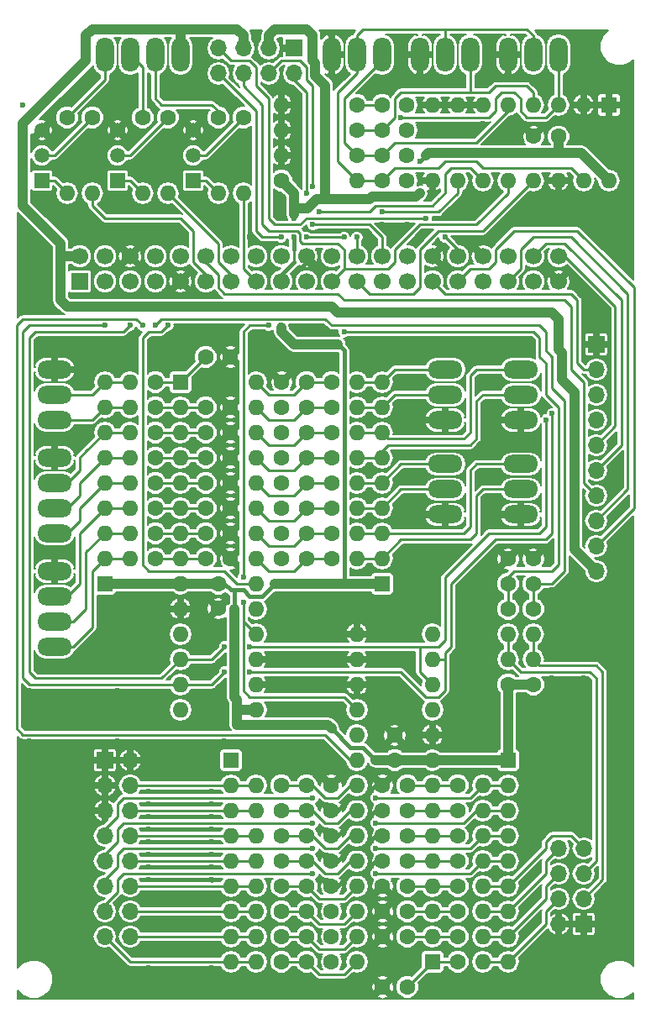
<source format=gbl>
G04 #@! TF.FileFunction,Copper,L2,Bot,Signal*
%FSLAX46Y46*%
G04 Gerber Fmt 4.6, Leading zero omitted, Abs format (unit mm)*
G04 Created by KiCad (PCBNEW 4.0.6) date 11/03/19 17:03:39*
%MOMM*%
%LPD*%
G01*
G04 APERTURE LIST*
%ADD10C,0.100000*%
%ADD11C,1.600000*%
%ADD12R,1.700000X1.700000*%
%ADD13C,1.700000*%
%ADD14O,1.700000X1.700000*%
%ADD15O,1.800860X3.500120*%
%ADD16O,3.500120X1.800860*%
%ADD17C,1.520000*%
%ADD18R,1.520000X1.520000*%
%ADD19O,1.600000X1.600000*%
%ADD20R,1.600000X1.600000*%
%ADD21C,0.600000*%
%ADD22C,0.250000*%
%ADD23C,0.450000*%
%ADD24C,1.000000*%
%ADD25C,0.200000*%
G04 APERTURE END LIST*
D10*
D11*
X38100000Y-8890000D03*
X40600000Y-8890000D03*
X38100000Y-11430000D03*
X40600000Y-11430000D03*
X38100000Y-13970000D03*
X40600000Y-13970000D03*
X39370000Y-74930000D03*
X39370000Y-72430000D03*
X50800000Y-57150000D03*
X50800000Y-54650000D03*
X53340000Y-57150000D03*
X53340000Y-54650000D03*
X40640000Y-97790000D03*
X38140000Y-97790000D03*
X40640000Y-92710000D03*
X38140000Y-92710000D03*
X40640000Y-90170000D03*
X38140000Y-90170000D03*
X40640000Y-87630000D03*
X38140000Y-87630000D03*
X40640000Y-85090000D03*
X38140000Y-85090000D03*
X40640000Y-82550000D03*
X38140000Y-82550000D03*
X40640000Y-80010000D03*
X38140000Y-80010000D03*
X40640000Y-77470000D03*
X38140000Y-77470000D03*
X30480000Y-77470000D03*
X32980000Y-77470000D03*
X30480000Y-80010000D03*
X32980000Y-80010000D03*
X30480000Y-82550000D03*
X32980000Y-82550000D03*
X30480000Y-85090000D03*
X32980000Y-85090000D03*
X30480000Y-87630000D03*
X32980000Y-87630000D03*
X30480000Y-90170000D03*
X32980000Y-90170000D03*
X30480000Y-92710000D03*
X32980000Y-92710000D03*
X30480000Y-95250000D03*
X32980000Y-95250000D03*
X21590000Y-57150000D03*
X21590000Y-59650000D03*
X20320000Y-34290000D03*
X22820000Y-34290000D03*
X20320000Y-39370000D03*
X22820000Y-39370000D03*
X20320000Y-41910000D03*
X22820000Y-41910000D03*
X20320000Y-44450000D03*
X22820000Y-44450000D03*
X20320000Y-46990000D03*
X22820000Y-46990000D03*
X20320000Y-49530000D03*
X22820000Y-49530000D03*
X20320000Y-52070000D03*
X22820000Y-52070000D03*
X20320000Y-54610000D03*
X22820000Y-54610000D03*
X30480000Y-54610000D03*
X27980000Y-54610000D03*
X30480000Y-52070000D03*
X27980000Y-52070000D03*
X30480000Y-49530000D03*
X27980000Y-49530000D03*
X30480000Y-46990000D03*
X27980000Y-46990000D03*
X30480000Y-44450000D03*
X27980000Y-44450000D03*
X30480000Y-41910000D03*
X27980000Y-41910000D03*
X30480000Y-39370000D03*
X27980000Y-39370000D03*
X30480000Y-36830000D03*
X27980000Y-36830000D03*
D12*
X7620000Y-26670000D03*
D13*
X7620000Y-24130000D03*
X10160000Y-26670000D03*
X10160000Y-24130000D03*
X12700000Y-26670000D03*
X12700000Y-24130000D03*
X15240000Y-26670000D03*
X15240000Y-24130000D03*
X17780000Y-26670000D03*
X17780000Y-24130000D03*
X20320000Y-26670000D03*
X20320000Y-24130000D03*
X22860000Y-26670000D03*
X22860000Y-24130000D03*
X25400000Y-26670000D03*
X25400000Y-24130000D03*
X27940000Y-26670000D03*
X27940000Y-24130000D03*
X30480000Y-26670000D03*
X30480000Y-24130000D03*
X33020000Y-26670000D03*
X33020000Y-24130000D03*
X35560000Y-26670000D03*
X35560000Y-24130000D03*
X38100000Y-26670000D03*
X38100000Y-24130000D03*
X40640000Y-26670000D03*
X40640000Y-24130000D03*
X43180000Y-26670000D03*
X43180000Y-24130000D03*
X45720000Y-26670000D03*
X45720000Y-24130000D03*
X48260000Y-26670000D03*
X48260000Y-24130000D03*
X50800000Y-26670000D03*
X50800000Y-24130000D03*
X53340000Y-26670000D03*
X53340000Y-24130000D03*
X55880000Y-26670000D03*
X55880000Y-24130000D03*
D12*
X10160000Y-74930000D03*
D14*
X12700000Y-74930000D03*
X10160000Y-77470000D03*
X12700000Y-77470000D03*
X10160000Y-80010000D03*
X12700000Y-80010000D03*
X10160000Y-82550000D03*
X12700000Y-82550000D03*
X10160000Y-85090000D03*
X12700000Y-85090000D03*
X10160000Y-87630000D03*
X12700000Y-87630000D03*
X10160000Y-90170000D03*
X12700000Y-90170000D03*
X10160000Y-92710000D03*
X12700000Y-92710000D03*
D12*
X58420000Y-91440000D03*
D14*
X55880000Y-91440000D03*
X58420000Y-88900000D03*
X55880000Y-88900000D03*
X58420000Y-86360000D03*
X55880000Y-86360000D03*
X58420000Y-83820000D03*
X55880000Y-83820000D03*
D12*
X59690000Y-33020000D03*
D14*
X59690000Y-35560000D03*
X59690000Y-38100000D03*
X59690000Y-40640000D03*
X59690000Y-43180000D03*
X59690000Y-45720000D03*
X59690000Y-48260000D03*
X59690000Y-50800000D03*
X59690000Y-53340000D03*
X59690000Y-55880000D03*
D15*
X17780000Y-3810000D03*
X15240000Y-3810000D03*
X12700000Y-3810000D03*
X10160000Y-3810000D03*
X50800000Y-3810000D03*
X53340000Y-3810000D03*
X55880000Y-3810000D03*
X41910000Y-3810000D03*
X44450000Y-3810000D03*
X46990000Y-3810000D03*
X33020000Y-3810000D03*
X35560000Y-3810000D03*
X38100000Y-3810000D03*
D16*
X5080000Y-44450000D03*
X5080000Y-46990000D03*
X5080000Y-49530000D03*
X5080000Y-52070000D03*
X5080000Y-55880000D03*
X5080000Y-58420000D03*
X5080000Y-60960000D03*
X5080000Y-63500000D03*
X52070000Y-50165000D03*
X52070000Y-47625000D03*
X52070000Y-45085000D03*
X44450000Y-50165000D03*
X44450000Y-47625000D03*
X44450000Y-45085000D03*
X52070000Y-40640000D03*
X52070000Y-38100000D03*
X52070000Y-35560000D03*
X44450000Y-40640000D03*
X44450000Y-38100000D03*
X44450000Y-35560000D03*
X5080000Y-35560000D03*
X5080000Y-38100000D03*
X5080000Y-40640000D03*
D17*
X3810000Y-13970000D03*
X3810000Y-11430000D03*
D18*
X3810000Y-16510000D03*
D17*
X11430000Y-13970000D03*
X11430000Y-11430000D03*
D18*
X11430000Y-16510000D03*
D17*
X19050000Y-13970000D03*
X19050000Y-11430000D03*
D18*
X19050000Y-16510000D03*
D11*
X27940000Y-16510000D03*
D19*
X35560000Y-16510000D03*
D11*
X35560000Y-8890000D03*
D19*
X27940000Y-8890000D03*
D11*
X35560000Y-11430000D03*
D19*
X27940000Y-11430000D03*
D11*
X35560000Y-13970000D03*
D19*
X27940000Y-13970000D03*
D11*
X6350000Y-10160000D03*
D19*
X6350000Y-17780000D03*
D11*
X13970000Y-10160000D03*
D19*
X13970000Y-17780000D03*
D11*
X21590000Y-10160000D03*
D19*
X21590000Y-17780000D03*
D11*
X50800000Y-67310000D03*
D19*
X50800000Y-64770000D03*
D11*
X53340000Y-67310000D03*
D19*
X53340000Y-64770000D03*
D11*
X50800000Y-59690000D03*
D19*
X50800000Y-62230000D03*
D11*
X53340000Y-59690000D03*
D19*
X53340000Y-62230000D03*
D11*
X45720000Y-95250000D03*
D19*
X48260000Y-95250000D03*
D11*
X45720000Y-92710000D03*
D19*
X48260000Y-92710000D03*
D11*
X45720000Y-90170000D03*
D19*
X48260000Y-90170000D03*
D11*
X45720000Y-87630000D03*
D19*
X48260000Y-87630000D03*
D11*
X45720000Y-85090000D03*
D19*
X48260000Y-85090000D03*
D11*
X45720000Y-82550000D03*
D19*
X48260000Y-82550000D03*
D11*
X45720000Y-80010000D03*
D19*
X48260000Y-80010000D03*
D11*
X45720000Y-77470000D03*
D19*
X48260000Y-77470000D03*
D11*
X27940000Y-77470000D03*
D19*
X25400000Y-77470000D03*
D11*
X27940000Y-80010000D03*
D19*
X25400000Y-80010000D03*
D11*
X27940000Y-82550000D03*
D19*
X25400000Y-82550000D03*
D11*
X27940000Y-85090000D03*
D19*
X25400000Y-85090000D03*
D11*
X27940000Y-87630000D03*
D19*
X25400000Y-87630000D03*
D11*
X27940000Y-90170000D03*
D19*
X25400000Y-90170000D03*
D11*
X27940000Y-92710000D03*
D19*
X25400000Y-92710000D03*
D11*
X27940000Y-95250000D03*
D19*
X25400000Y-95250000D03*
D11*
X15240000Y-36830000D03*
D19*
X12700000Y-36830000D03*
D11*
X15240000Y-39370000D03*
D19*
X12700000Y-39370000D03*
D11*
X15240000Y-41910000D03*
D19*
X12700000Y-41910000D03*
D11*
X15240000Y-44450000D03*
D19*
X12700000Y-44450000D03*
D11*
X15240000Y-46990000D03*
D19*
X12700000Y-46990000D03*
D11*
X15240000Y-49530000D03*
D19*
X12700000Y-49530000D03*
D11*
X15240000Y-52070000D03*
D19*
X12700000Y-52070000D03*
D11*
X15240000Y-54610000D03*
D19*
X12700000Y-54610000D03*
D11*
X33020000Y-54610000D03*
D19*
X35560000Y-54610000D03*
D11*
X33020000Y-52070000D03*
D19*
X35560000Y-52070000D03*
D11*
X33020000Y-49530000D03*
D19*
X35560000Y-49530000D03*
D11*
X33020000Y-46990000D03*
D19*
X35560000Y-46990000D03*
D11*
X33020000Y-44450000D03*
D19*
X35560000Y-44450000D03*
D11*
X33020000Y-41910000D03*
D19*
X35560000Y-41910000D03*
D11*
X33020000Y-36830000D03*
D19*
X35560000Y-36830000D03*
D11*
X8890000Y-10160000D03*
D19*
X8890000Y-17780000D03*
D11*
X16510000Y-10160000D03*
D19*
X16510000Y-17780000D03*
D11*
X24130000Y-10160000D03*
D19*
X24130000Y-17780000D03*
D20*
X50800000Y-74930000D03*
D19*
X50800000Y-77470000D03*
X50800000Y-80010000D03*
X50800000Y-82550000D03*
X50800000Y-85090000D03*
X50800000Y-87630000D03*
X50800000Y-90170000D03*
X50800000Y-92710000D03*
X50800000Y-95250000D03*
D20*
X22860000Y-74930000D03*
D19*
X22860000Y-77470000D03*
X22860000Y-80010000D03*
X22860000Y-82550000D03*
X22860000Y-85090000D03*
X22860000Y-87630000D03*
X22860000Y-90170000D03*
X22860000Y-92710000D03*
X22860000Y-95250000D03*
D20*
X10160000Y-57150000D03*
D19*
X10160000Y-54610000D03*
X10160000Y-52070000D03*
X10160000Y-49530000D03*
X10160000Y-46990000D03*
X10160000Y-44450000D03*
X10160000Y-41910000D03*
X10160000Y-39370000D03*
X10160000Y-36830000D03*
D20*
X38100000Y-57150000D03*
D19*
X38100000Y-54610000D03*
X38100000Y-52070000D03*
X38100000Y-49530000D03*
X38100000Y-46990000D03*
X38100000Y-44450000D03*
X38100000Y-41910000D03*
X38100000Y-39370000D03*
X38100000Y-36830000D03*
D20*
X60960000Y-8890000D03*
D19*
X43180000Y-16510000D03*
X58420000Y-8890000D03*
X45720000Y-16510000D03*
X55880000Y-8890000D03*
X48260000Y-16510000D03*
X53340000Y-8890000D03*
X50800000Y-16510000D03*
X50800000Y-8890000D03*
X53340000Y-16510000D03*
X48260000Y-8890000D03*
X55880000Y-16510000D03*
X45720000Y-8890000D03*
X58420000Y-16510000D03*
X43180000Y-8890000D03*
X60960000Y-16510000D03*
D20*
X43180000Y-95250000D03*
D19*
X35560000Y-62230000D03*
X43180000Y-92710000D03*
X35560000Y-64770000D03*
X43180000Y-90170000D03*
X35560000Y-67310000D03*
X43180000Y-87630000D03*
X35560000Y-69850000D03*
X43180000Y-85090000D03*
X35560000Y-72390000D03*
X43180000Y-82550000D03*
X35560000Y-74930000D03*
X43180000Y-80010000D03*
X35560000Y-77470000D03*
X43180000Y-77470000D03*
X35560000Y-80010000D03*
X43180000Y-74930000D03*
X35560000Y-82550000D03*
X43180000Y-72390000D03*
X35560000Y-85090000D03*
X43180000Y-69850000D03*
X35560000Y-87630000D03*
X43180000Y-67310000D03*
X35560000Y-90170000D03*
X43180000Y-64770000D03*
X35560000Y-92710000D03*
X43180000Y-62230000D03*
X35560000Y-95250000D03*
D20*
X17780000Y-36830000D03*
D19*
X25400000Y-69850000D03*
X17780000Y-39370000D03*
X25400000Y-67310000D03*
X17780000Y-41910000D03*
X25400000Y-64770000D03*
X17780000Y-44450000D03*
X25400000Y-62230000D03*
X17780000Y-46990000D03*
X25400000Y-59690000D03*
X17780000Y-49530000D03*
X25400000Y-57150000D03*
X17780000Y-52070000D03*
X25400000Y-54610000D03*
X17780000Y-54610000D03*
X25400000Y-52070000D03*
X17780000Y-57150000D03*
X25400000Y-49530000D03*
X17780000Y-59690000D03*
X25400000Y-46990000D03*
X17780000Y-62230000D03*
X25400000Y-44450000D03*
X17780000Y-64770000D03*
X25400000Y-41910000D03*
X17780000Y-67310000D03*
X25400000Y-39370000D03*
X17780000Y-69850000D03*
X25400000Y-36830000D03*
D11*
X33020000Y-39370000D03*
D19*
X35560000Y-39370000D03*
D11*
X38100000Y-16510000D03*
X40600000Y-16510000D03*
X55880000Y-12065000D03*
X53380000Y-12065000D03*
D12*
X29210000Y-3175000D03*
D14*
X29210000Y-5715000D03*
X26670000Y-3175000D03*
X26670000Y-5715000D03*
X24130000Y-3175000D03*
X24130000Y-5715000D03*
X21590000Y-3175000D03*
X21590000Y-5715000D03*
D21*
X1905000Y-8890000D03*
X61595000Y-42545000D03*
X61595000Y-50165000D03*
X61595000Y-45085000D03*
X61595000Y-47625000D03*
X61595000Y-52705000D03*
X46355000Y-53340000D03*
X48895000Y-54610000D03*
X43815000Y-60325000D03*
X48260000Y-46355000D03*
X48260000Y-40640000D03*
X29845000Y-31750000D03*
X40640000Y-34290000D03*
X40640000Y-36830000D03*
X40640000Y-40640000D03*
X31750000Y-34290000D03*
X33020000Y-31750000D03*
X27940000Y-18415000D03*
X24765000Y-22225000D03*
X27940000Y-20320000D03*
X31750000Y-26035000D03*
X29210000Y-26035000D03*
X38100000Y-20955000D03*
X40640000Y-20955000D03*
X36830000Y-22225000D03*
X41910000Y-22225000D03*
X44450000Y-20320000D03*
X48260000Y-18415000D03*
X48260000Y-10795000D03*
X45720000Y-12065000D03*
X35560000Y-58420000D03*
X27305000Y-62865000D03*
X33655000Y-62865000D03*
X27305000Y-58420000D03*
X45720000Y-62230000D03*
X49530000Y-71120000D03*
X52070000Y-71120000D03*
X55245000Y-57785000D03*
X60960000Y-65405000D03*
X60960000Y-74930000D03*
X59055000Y-81915000D03*
X58420000Y-66675000D03*
X55245000Y-66675000D03*
X55245000Y-64770000D03*
X59055000Y-74930000D03*
X60960000Y-81915000D03*
X16510000Y-58420000D03*
X12065000Y-58420000D03*
X3810000Y-66040000D03*
X11430000Y-66040000D03*
X11430000Y-71755000D03*
X2540000Y-71755000D03*
X11430000Y-73025000D03*
X2540000Y-73025000D03*
X22225000Y-73025000D03*
X14605000Y-76835000D03*
X20955000Y-76835000D03*
X20955000Y-79375000D03*
X20955000Y-81915000D03*
X20955000Y-84455000D03*
X20955000Y-85725000D03*
X20955000Y-83185000D03*
X20955000Y-80645000D03*
X20955000Y-78105000D03*
X20955000Y-91440000D03*
X20955000Y-95885000D03*
X14605000Y-93980000D03*
X14605000Y-88900000D03*
X14605000Y-85725000D03*
X14605000Y-83185000D03*
X14605000Y-80645000D03*
X14605000Y-81915000D03*
X14605000Y-84455000D03*
X14605000Y-86995000D03*
X14605000Y-91440000D03*
X14605000Y-95885000D03*
X20955000Y-93980000D03*
X20955000Y-88900000D03*
X20955000Y-86995000D03*
X14605000Y-79375000D03*
X14605000Y-78105000D03*
X14605000Y-80645000D03*
X48260000Y-36830000D03*
X48260000Y-34290000D03*
X5080000Y-29845000D03*
X22225000Y-67310000D03*
X22225000Y-64770000D03*
X11430000Y-67945000D03*
X2540000Y-67945000D03*
X22225000Y-71755000D03*
X1905000Y-20955000D03*
X19050000Y-66040000D03*
X27940000Y-31115000D03*
X29210000Y-22225000D03*
X29210000Y-20320000D03*
X41910000Y-14605000D03*
X41910000Y-17780000D03*
X33655000Y-33020000D03*
X23495000Y-71374000D03*
X40005000Y-10160000D03*
X34290000Y-31750000D03*
X15240000Y-31115000D03*
X55245000Y-40005000D03*
X10160000Y-31115000D03*
X22225000Y-66040000D03*
X24765000Y-66040000D03*
X54610000Y-40640000D03*
X12700000Y-31115000D03*
X22225000Y-63500000D03*
X24765000Y-63500000D03*
X24130000Y-56515000D03*
X24130000Y-59055000D03*
X26670000Y-31115000D03*
X31750000Y-19685000D03*
X27940000Y-22225000D03*
X30480000Y-17780000D03*
X30480000Y-22225000D03*
X34290000Y-22225000D03*
X38100000Y-19685000D03*
X35560000Y-22225000D03*
X31115000Y-78740000D03*
X37465000Y-78740000D03*
X31115000Y-81280000D03*
X37465000Y-81280000D03*
X31115000Y-83820000D03*
X37465000Y-83820000D03*
X31115000Y-86360000D03*
X37465000Y-86360000D03*
X13970000Y-31115000D03*
X16510000Y-31115000D03*
X31115000Y-17145000D03*
X31115000Y-20955000D03*
X42545000Y-20320000D03*
X44450000Y-22225000D03*
D22*
X42545000Y-15240000D02*
X43815000Y-15240000D01*
X43815000Y-15240000D02*
X44450000Y-14605000D01*
X48260000Y-15240000D02*
X57150000Y-15240000D01*
X39370000Y-15240000D02*
X42545000Y-15240000D01*
X38100000Y-16510000D02*
X39370000Y-15240000D01*
X44450000Y-14605000D02*
X47625000Y-14605000D01*
X47625000Y-14605000D02*
X48260000Y-15240000D01*
X57150000Y-15240000D02*
X58420000Y-16510000D01*
X52705000Y-1270000D02*
X53340000Y-1905000D01*
X35560000Y-16510000D02*
X33655000Y-14605000D01*
X35560000Y-5715000D02*
X35560000Y-3810000D01*
X33655000Y-7620000D02*
X35560000Y-5715000D01*
X33655000Y-14605000D02*
X33655000Y-7620000D01*
X35560000Y-16510000D02*
X38100000Y-16510000D01*
X44450000Y-1270000D02*
X52705000Y-1270000D01*
X53340000Y-1905000D02*
X53340000Y-3810000D01*
X44450000Y-1270000D02*
X36195000Y-1270000D01*
X36195000Y-1270000D02*
X35560000Y-1905000D01*
X35560000Y-1905000D02*
X35560000Y-3810000D01*
X44450000Y-1270000D02*
X44450000Y-3810000D01*
D23*
X31750000Y-26035000D02*
X30480000Y-24765000D01*
X30480000Y-24765000D02*
X30480000Y-24130000D01*
X30480000Y-24130000D02*
X30480000Y-24765000D01*
X30480000Y-24765000D02*
X29210000Y-26035000D01*
X20955000Y-86995000D02*
X20955000Y-87079998D01*
X1905000Y-26670000D02*
X1905000Y-26670000D01*
X1905000Y-26670000D02*
X5080000Y-29845000D01*
X22225000Y-67310000D02*
X22225000Y-67945000D01*
X22225000Y-64770000D02*
X20955000Y-66040000D01*
X22225000Y-71755000D02*
X22225000Y-67945000D01*
X2540000Y-67945000D02*
X11430000Y-67945000D01*
X1905000Y-26670000D02*
X1905000Y-20955000D01*
X20955000Y-66040000D02*
X19050000Y-66040000D01*
X36195000Y-86360000D02*
X37465000Y-85090000D01*
X37465000Y-85090000D02*
X38140000Y-85090000D01*
X36195000Y-83820000D02*
X37465000Y-82550000D01*
X37465000Y-82550000D02*
X38140000Y-82550000D01*
X36195000Y-81280000D02*
X37465000Y-80010000D01*
X37465000Y-80010000D02*
X38140000Y-80010000D01*
X36195000Y-78740000D02*
X37465000Y-77470000D01*
X37465000Y-77470000D02*
X38140000Y-77470000D01*
X32980000Y-87630000D02*
X33655000Y-87630000D01*
X33655000Y-87630000D02*
X34925000Y-86360000D01*
X34925000Y-86360000D02*
X36195000Y-86360000D01*
X38100000Y-85090000D02*
X38140000Y-85090000D01*
X38140000Y-82550000D02*
X38100000Y-82550000D01*
X36195000Y-83820000D02*
X34925000Y-83820000D01*
X34925000Y-83820000D02*
X33655000Y-85090000D01*
X33655000Y-85090000D02*
X32980000Y-85090000D01*
X38140000Y-80010000D02*
X38100000Y-80010000D01*
X36195000Y-81280000D02*
X34925000Y-81280000D01*
X34925000Y-81280000D02*
X33655000Y-82550000D01*
X33655000Y-82550000D02*
X32980000Y-82550000D01*
X38140000Y-77470000D02*
X38100000Y-77470000D01*
X36195000Y-78740000D02*
X34925000Y-78740000D01*
X34925000Y-78740000D02*
X33655000Y-80010000D01*
X33655000Y-80010000D02*
X32980000Y-80010000D01*
X27940000Y-31369000D02*
X27940000Y-31115000D01*
D24*
X27940000Y-31750000D02*
X27940000Y-31369000D01*
X27940000Y-31369000D02*
X27940000Y-31750000D01*
X31369000Y-5080000D02*
X31369000Y-4699000D01*
X31750000Y-6350000D02*
X31369000Y-5969000D01*
X32385000Y-18415000D02*
X32385000Y-6985000D01*
X32385000Y-6985000D02*
X31750000Y-6350000D01*
X31369000Y-5969000D02*
X31369000Y-5080000D01*
X31115000Y-1905000D02*
X31115000Y-4445000D01*
X26670000Y-1905000D02*
X26670000Y-3175000D01*
X27305000Y-1270000D02*
X26670000Y-1905000D01*
X30480000Y-1270000D02*
X27305000Y-1270000D01*
X31115000Y-1905000D02*
X30480000Y-1270000D01*
X31369000Y-4699000D02*
X31115000Y-4445000D01*
X25400000Y-69850000D02*
X23495000Y-69850000D01*
D23*
X27940000Y-26035000D02*
X29210000Y-24765000D01*
D24*
X29210000Y-19939000D02*
X29210000Y-19304000D01*
D22*
X29210000Y-24765000D02*
X29210000Y-23495000D01*
D23*
X29210000Y-23495000D02*
X29210000Y-22225000D01*
X29210000Y-19939000D02*
X29210000Y-20320000D01*
X27940000Y-26035000D02*
X27940000Y-26670000D01*
D24*
X41910000Y-17780000D02*
X41529000Y-18161000D01*
X37084000Y-18161000D02*
X36830000Y-18415000D01*
X41529000Y-18161000D02*
X37084000Y-18161000D01*
X30480000Y-19304000D02*
X30607000Y-19304000D01*
X30480000Y-19304000D02*
X29210000Y-19304000D01*
X30607000Y-19304000D02*
X31496000Y-18415000D01*
X36830000Y-18415000D02*
X32385000Y-18415000D01*
X32385000Y-18415000D02*
X31496000Y-18415000D01*
X42545000Y-13970000D02*
X42799000Y-13716000D01*
X55880000Y-13716000D02*
X42799000Y-13716000D01*
D23*
X42545000Y-13970000D02*
X41910000Y-14605000D01*
D24*
X31496000Y-18415000D02*
X31750000Y-18415000D01*
X29210000Y-19304000D02*
X29210000Y-17780000D01*
X29210000Y-17780000D02*
X27940000Y-16510000D01*
X55880000Y-13716000D02*
X55880000Y-12065000D01*
X58166000Y-13716000D02*
X60960000Y-16510000D01*
X55880000Y-13716000D02*
X58166000Y-13716000D01*
X27940000Y-31750000D02*
X27940000Y-31750000D01*
X27940000Y-31750000D02*
X29210000Y-33020000D01*
D23*
X34290000Y-33655000D02*
X33655000Y-33020000D01*
X34290000Y-57150000D02*
X34290000Y-33655000D01*
D24*
X29210000Y-33020000D02*
X33655000Y-33020000D01*
D23*
X23241000Y-57785000D02*
X23241000Y-59690000D01*
D24*
X23241000Y-59690000D02*
X23241000Y-68580000D01*
X23495000Y-68834000D02*
X23241000Y-68580000D01*
X23495000Y-68834000D02*
X23495000Y-69850000D01*
X23495000Y-69850000D02*
X23495000Y-71374000D01*
X37465000Y-74930000D02*
X39370000Y-74930000D01*
D23*
X36195000Y-73660000D02*
X34925000Y-73660000D01*
X34925000Y-73660000D02*
X33020000Y-71755000D01*
X37465000Y-74930000D02*
X36195000Y-73660000D01*
D24*
X32639000Y-71374000D02*
X23495000Y-71374000D01*
X33020000Y-71755000D02*
X32639000Y-71374000D01*
D23*
X24765000Y-58420000D02*
X24130000Y-57785000D01*
X24765000Y-58420000D02*
X26035000Y-58420000D01*
X26035000Y-58420000D02*
X27305000Y-57150000D01*
D24*
X27305000Y-57150000D02*
X34290000Y-57150000D01*
D23*
X23495000Y-57785000D02*
X23241000Y-57785000D01*
X24130000Y-57785000D02*
X23495000Y-57785000D01*
X22860000Y-57785000D02*
X22225000Y-57150000D01*
X23241000Y-57785000D02*
X22860000Y-57785000D01*
D22*
X22225000Y-57150000D02*
X21590000Y-57150000D01*
D24*
X17780000Y-57150000D02*
X10160000Y-57150000D01*
X34290000Y-57150000D02*
X38100000Y-57150000D01*
X17780000Y-57150000D02*
X21590000Y-57150000D01*
X39370000Y-74930000D02*
X43180000Y-74930000D01*
X50800000Y-67310000D02*
X53340000Y-67310000D01*
X50800000Y-74930000D02*
X50800000Y-67310000D01*
X43180000Y-74930000D02*
X50800000Y-74930000D01*
D22*
X54610000Y-10160000D02*
X55880000Y-8890000D01*
X53975000Y-10160000D02*
X54610000Y-10160000D01*
X48895000Y-10160000D02*
X49530000Y-9525000D01*
X40005000Y-10160000D02*
X48895000Y-10160000D01*
X52705000Y-10160000D02*
X53975000Y-10160000D01*
X52070000Y-9525000D02*
X52705000Y-10160000D01*
X52070000Y-8255000D02*
X52070000Y-9525000D01*
X51435000Y-7620000D02*
X52070000Y-8255000D01*
X50165000Y-7620000D02*
X51435000Y-7620000D01*
X49530000Y-8255000D02*
X50165000Y-7620000D01*
X49530000Y-9525000D02*
X49530000Y-8255000D01*
X35560000Y-8890000D02*
X38100000Y-8890000D01*
X55880000Y-8890000D02*
X55880000Y-3810000D01*
X48895000Y-7620000D02*
X49530000Y-6985000D01*
X53340000Y-7620000D02*
X53340000Y-8890000D01*
X52705000Y-6985000D02*
X53340000Y-7620000D01*
X49530000Y-6985000D02*
X52705000Y-6985000D01*
X46990000Y-3810000D02*
X46990000Y-7620000D01*
X38100000Y-11430000D02*
X39370000Y-10160000D01*
X40005000Y-7620000D02*
X46990000Y-7620000D01*
X46990000Y-7620000D02*
X48895000Y-7620000D01*
X39370000Y-8255000D02*
X40005000Y-7620000D01*
X39370000Y-10160000D02*
X39370000Y-8255000D01*
X35560000Y-11430000D02*
X38100000Y-11430000D01*
X38100000Y-13970000D02*
X39370000Y-12700000D01*
X39370000Y-12700000D02*
X47625000Y-12700000D01*
X47625000Y-12700000D02*
X50800000Y-9525000D01*
X50800000Y-9525000D02*
X50800000Y-8890000D01*
X35560000Y-13970000D02*
X34290000Y-12700000D01*
X34290000Y-8255000D02*
X38100000Y-4445000D01*
X34290000Y-12700000D02*
X34290000Y-8255000D01*
X38100000Y-4445000D02*
X38100000Y-3810000D01*
X35560000Y-13970000D02*
X38100000Y-13970000D01*
X55245000Y-55880000D02*
X55880000Y-55245000D01*
X53340000Y-31750000D02*
X34290000Y-31750000D01*
X53975000Y-32385000D02*
X53340000Y-31750000D01*
X53975000Y-34290000D02*
X53975000Y-32385000D01*
X54610000Y-34925000D02*
X53975000Y-34290000D01*
X54610000Y-38100000D02*
X54610000Y-34925000D01*
X55880000Y-39370000D02*
X54610000Y-38100000D01*
X55880000Y-55245000D02*
X55880000Y-39370000D01*
X55245000Y-55880000D02*
X54610000Y-55880000D01*
X51435000Y-55880000D02*
X50800000Y-56515000D01*
X54610000Y-55880000D02*
X51435000Y-55880000D01*
X50800000Y-56515000D02*
X50800000Y-57150000D01*
X50800000Y-59690000D02*
X50800000Y-57150000D01*
X55245000Y-57150000D02*
X56515000Y-55880000D01*
X15875000Y-30480000D02*
X15240000Y-31115000D01*
X32385000Y-30480000D02*
X15875000Y-30480000D01*
X33020000Y-31115000D02*
X32385000Y-30480000D01*
X53975000Y-31115000D02*
X33020000Y-31115000D01*
X54610000Y-31750000D02*
X53975000Y-31115000D01*
X54610000Y-33655000D02*
X54610000Y-31750000D01*
X55245000Y-34290000D02*
X54610000Y-33655000D01*
X55245000Y-37465000D02*
X55245000Y-34290000D01*
X56515000Y-38735000D02*
X55245000Y-37465000D01*
X56515000Y-55880000D02*
X56515000Y-38735000D01*
X55245000Y-57150000D02*
X54610000Y-57150000D01*
X54610000Y-57150000D02*
X53340000Y-57150000D01*
X53340000Y-59690000D02*
X53340000Y-57150000D01*
X43180000Y-95250000D02*
X40640000Y-97790000D01*
X45720000Y-95250000D02*
X43180000Y-95250000D01*
X43180000Y-92710000D02*
X45720000Y-92710000D01*
X40640000Y-92710000D02*
X43180000Y-92710000D01*
X43180000Y-90170000D02*
X40640000Y-90170000D01*
X45720000Y-90170000D02*
X43180000Y-90170000D01*
X43180000Y-87630000D02*
X45720000Y-87630000D01*
X40640000Y-87630000D02*
X43180000Y-87630000D01*
X43180000Y-85090000D02*
X40640000Y-85090000D01*
X45720000Y-85090000D02*
X43180000Y-85090000D01*
X43180000Y-82550000D02*
X45720000Y-82550000D01*
X40640000Y-82550000D02*
X43180000Y-82550000D01*
X43180000Y-80010000D02*
X40640000Y-80010000D01*
X45720000Y-80010000D02*
X43180000Y-80010000D01*
X43180000Y-77470000D02*
X45720000Y-77470000D01*
X40640000Y-77470000D02*
X43180000Y-77470000D01*
X32385000Y-78740000D02*
X31115000Y-77470000D01*
X31115000Y-77470000D02*
X30480000Y-77470000D01*
X35560000Y-77470000D02*
X34925000Y-77470000D01*
X34925000Y-77470000D02*
X33655000Y-78740000D01*
X32385000Y-78740000D02*
X33655000Y-78740000D01*
X27940000Y-77470000D02*
X30480000Y-77470000D01*
X32385000Y-81280000D02*
X31115000Y-80010000D01*
X31115000Y-80010000D02*
X30480000Y-80010000D01*
X33655000Y-81280000D02*
X34925000Y-80010000D01*
X34925000Y-80010000D02*
X35560000Y-80010000D01*
X32385000Y-81280000D02*
X33655000Y-81280000D01*
X27940000Y-80010000D02*
X30480000Y-80010000D01*
X32385000Y-83820000D02*
X31115000Y-82550000D01*
X31115000Y-82550000D02*
X30480000Y-82550000D01*
X33655000Y-83820000D02*
X34925000Y-82550000D01*
X34925000Y-82550000D02*
X35560000Y-82550000D01*
X32385000Y-83820000D02*
X33655000Y-83820000D01*
X27940000Y-82550000D02*
X30480000Y-82550000D01*
X32385000Y-86360000D02*
X31115000Y-85090000D01*
X31115000Y-85090000D02*
X30480000Y-85090000D01*
X33655000Y-86360000D02*
X34925000Y-85090000D01*
X34925000Y-85090000D02*
X35560000Y-85090000D01*
X32385000Y-86360000D02*
X33655000Y-86360000D01*
X27940000Y-85090000D02*
X30480000Y-85090000D01*
X30480000Y-87630000D02*
X31750000Y-88900000D01*
X34290000Y-88900000D02*
X35560000Y-87630000D01*
X31750000Y-88900000D02*
X34290000Y-88900000D01*
X27940000Y-87630000D02*
X30480000Y-87630000D01*
X30480000Y-90170000D02*
X31750000Y-91440000D01*
X34290000Y-91440000D02*
X35560000Y-90170000D01*
X31750000Y-91440000D02*
X34290000Y-91440000D01*
X27940000Y-90170000D02*
X30480000Y-90170000D01*
X30480000Y-92710000D02*
X31750000Y-93980000D01*
X34290000Y-93980000D02*
X35560000Y-92710000D01*
X31750000Y-93980000D02*
X34290000Y-93980000D01*
X27940000Y-92710000D02*
X30480000Y-92710000D01*
X30480000Y-95250000D02*
X31750000Y-96520000D01*
X34290000Y-96520000D02*
X35560000Y-95250000D01*
X31750000Y-96520000D02*
X34290000Y-96520000D01*
X27940000Y-95250000D02*
X30480000Y-95250000D01*
X17780000Y-36830000D02*
X15240000Y-36830000D01*
X17780000Y-36830000D02*
X20320000Y-34290000D01*
X17780000Y-39370000D02*
X20320000Y-39370000D01*
X15240000Y-39370000D02*
X17780000Y-39370000D01*
X15240000Y-41910000D02*
X17780000Y-41910000D01*
X20320000Y-41910000D02*
X17780000Y-41910000D01*
X17780000Y-44450000D02*
X20320000Y-44450000D01*
X15240000Y-44450000D02*
X17780000Y-44450000D01*
X17780000Y-46990000D02*
X15240000Y-46990000D01*
X20320000Y-46990000D02*
X17780000Y-46990000D01*
X17780000Y-49530000D02*
X20320000Y-49530000D01*
X15240000Y-49530000D02*
X17780000Y-49530000D01*
X17780000Y-52070000D02*
X15240000Y-52070000D01*
X20320000Y-52070000D02*
X17780000Y-52070000D01*
X17780000Y-54610000D02*
X20320000Y-54610000D01*
X15240000Y-54610000D02*
X17780000Y-54610000D01*
X30480000Y-54610000D02*
X29210000Y-55880000D01*
X26670000Y-55880000D02*
X25400000Y-54610000D01*
X29210000Y-55880000D02*
X26670000Y-55880000D01*
X33020000Y-54610000D02*
X30480000Y-54610000D01*
X30480000Y-52070000D02*
X33020000Y-52070000D01*
X25400000Y-52070000D02*
X26670000Y-53340000D01*
X29210000Y-53340000D02*
X30480000Y-52070000D01*
X26670000Y-53340000D02*
X29210000Y-53340000D01*
X30480000Y-49530000D02*
X29210000Y-50800000D01*
X26670000Y-50800000D02*
X25400000Y-49530000D01*
X29210000Y-50800000D02*
X26670000Y-50800000D01*
X33020000Y-49530000D02*
X30480000Y-49530000D01*
X30480000Y-46990000D02*
X33020000Y-46990000D01*
X25400000Y-46990000D02*
X26670000Y-48260000D01*
X29210000Y-48260000D02*
X30480000Y-46990000D01*
X26670000Y-48260000D02*
X29210000Y-48260000D01*
X30480000Y-44450000D02*
X29210000Y-45720000D01*
X26670000Y-45720000D02*
X25400000Y-44450000D01*
X29210000Y-45720000D02*
X26670000Y-45720000D01*
X33020000Y-44450000D02*
X30480000Y-44450000D01*
X30480000Y-41910000D02*
X33020000Y-41910000D01*
X25400000Y-41910000D02*
X26670000Y-43180000D01*
X29210000Y-43180000D02*
X30480000Y-41910000D01*
X26670000Y-43180000D02*
X29210000Y-43180000D01*
X30480000Y-39370000D02*
X29210000Y-40640000D01*
X26670000Y-40640000D02*
X25400000Y-39370000D01*
X29210000Y-40640000D02*
X26670000Y-40640000D01*
X33020000Y-39370000D02*
X30480000Y-39370000D01*
X30480000Y-36830000D02*
X33020000Y-36830000D01*
X25400000Y-36830000D02*
X26670000Y-38100000D01*
X29210000Y-38100000D02*
X30480000Y-36830000D01*
X26670000Y-38100000D02*
X29210000Y-38100000D01*
D24*
X1905000Y-10795000D02*
X1905000Y-19050000D01*
X17780000Y-1270000D02*
X8890000Y-1270000D01*
X8255000Y-1905000D02*
X8255000Y-4445000D01*
X8255000Y-4445000D02*
X1905000Y-10795000D01*
X8890000Y-1270000D02*
X8255000Y-1905000D01*
X1905000Y-19050000D02*
X5715000Y-22860000D01*
X5715000Y-22860000D02*
X5715000Y-24130000D01*
X17780000Y-1270000D02*
X23495000Y-1270000D01*
X23495000Y-1270000D02*
X24130000Y-1905000D01*
X24130000Y-1905000D02*
X24130000Y-3175000D01*
X17780000Y-1270000D02*
X17780000Y-3810000D01*
X55880000Y-30480000D02*
X55880000Y-33528000D01*
X57531000Y-53721000D02*
X59690000Y-55880000D01*
X5715000Y-25400000D02*
X5715000Y-28575000D01*
X5715000Y-28575000D02*
X6350000Y-29210000D01*
X6350000Y-29210000D02*
X33020000Y-29210000D01*
X33020000Y-29210000D02*
X33655000Y-29845000D01*
X33655000Y-29845000D02*
X55245000Y-29845000D01*
X55245000Y-29845000D02*
X55880000Y-30480000D01*
X56261000Y-33909000D02*
X56261000Y-36576000D01*
X56261000Y-36576000D02*
X57531000Y-37846000D01*
X57531000Y-37846000D02*
X57531000Y-53721000D01*
X5715000Y-24130000D02*
X5715000Y-25400000D01*
X55880000Y-33528000D02*
X56261000Y-33909000D01*
X7620000Y-24130000D02*
X5715000Y-24130000D01*
D23*
X7620000Y-24130000D02*
X6985000Y-24130000D01*
D22*
X54610000Y-52705000D02*
X55245000Y-52070000D01*
X55245000Y-52070000D02*
X55245000Y-40005000D01*
X1905000Y-31750000D02*
X2540000Y-31115000D01*
X2540000Y-31115000D02*
X10160000Y-31115000D01*
X20955000Y-67310000D02*
X22225000Y-66040000D01*
X44450000Y-64135000D02*
X45085000Y-63500000D01*
X49530000Y-52705000D02*
X54610000Y-52705000D01*
X44450000Y-64770000D02*
X44450000Y-64135000D01*
X45085000Y-63500000D02*
X45085000Y-57150000D01*
X45085000Y-57150000D02*
X49530000Y-52705000D01*
X43180000Y-64770000D02*
X44450000Y-64770000D01*
X44450000Y-66040000D02*
X44450000Y-64770000D01*
X17780000Y-67310000D02*
X20955000Y-67310000D01*
X24765000Y-66040000D02*
X24765000Y-66040000D01*
X40005000Y-66040000D02*
X42545000Y-68580000D01*
X42545000Y-68580000D02*
X43815000Y-68580000D01*
X43815000Y-68580000D02*
X44450000Y-67945000D01*
X44450000Y-67945000D02*
X44450000Y-66040000D01*
X24765000Y-66040000D02*
X40005000Y-66040000D01*
X2540000Y-67310000D02*
X17780000Y-67310000D01*
X1905000Y-66675000D02*
X2540000Y-67310000D01*
X1905000Y-31750000D02*
X1905000Y-66675000D01*
X53975000Y-52070000D02*
X54610000Y-51435000D01*
X54610000Y-51435000D02*
X54610000Y-40640000D01*
X2540000Y-32385000D02*
X3175000Y-31750000D01*
X12065000Y-31750000D02*
X12700000Y-31115000D01*
X3175000Y-31750000D02*
X12065000Y-31750000D01*
X20955000Y-64770000D02*
X22225000Y-63500000D01*
X41910000Y-66040000D02*
X41910000Y-63500000D01*
X39370000Y-63500000D02*
X41910000Y-63500000D01*
X41910000Y-63500000D02*
X43815000Y-63500000D01*
X43815000Y-63500000D02*
X44450000Y-62865000D01*
X44450000Y-62865000D02*
X44450000Y-56515000D01*
X44450000Y-56515000D02*
X48895000Y-52070000D01*
X48895000Y-52070000D02*
X53975000Y-52070000D01*
X43180000Y-67310000D02*
X41910000Y-66040000D01*
X39370000Y-63500000D02*
X24765000Y-63500000D01*
X17780000Y-64770000D02*
X20955000Y-64770000D01*
X24765000Y-63500000D02*
X24765000Y-63500000D01*
X15875000Y-66675000D02*
X17780000Y-64770000D01*
X3175000Y-66675000D02*
X15875000Y-66675000D01*
X2540000Y-66040000D02*
X3175000Y-66675000D01*
X2540000Y-32385000D02*
X2540000Y-66040000D01*
X8890000Y-17780000D02*
X8890000Y-19050000D01*
X10160000Y-20320000D02*
X8890000Y-19050000D01*
X17780000Y-20320000D02*
X10160000Y-20320000D01*
X19050000Y-21590000D02*
X17780000Y-20320000D01*
X19050000Y-24765000D02*
X19050000Y-21590000D01*
X19050000Y-24765000D02*
X20320000Y-26035000D01*
X20320000Y-26670000D02*
X20320000Y-26035000D01*
X57150000Y-35560000D02*
X58420000Y-36830000D01*
X58420000Y-36830000D02*
X58420000Y-46990000D01*
X20320000Y-24130000D02*
X20320000Y-24765000D01*
X20320000Y-24765000D02*
X21590000Y-26035000D01*
X21590000Y-26035000D02*
X21590000Y-27305000D01*
X21590000Y-27305000D02*
X22225000Y-27940000D01*
X22225000Y-27940000D02*
X33655000Y-27940000D01*
X33655000Y-27940000D02*
X34290000Y-28575000D01*
X34290000Y-28575000D02*
X56515000Y-28575000D01*
X56515000Y-28575000D02*
X57150000Y-29210000D01*
X57150000Y-29210000D02*
X57150000Y-35560000D01*
X58420000Y-46990000D02*
X59690000Y-48260000D01*
X16510000Y-17780000D02*
X21590000Y-22860000D01*
X21590000Y-22860000D02*
X21590000Y-24765000D01*
X21590000Y-24765000D02*
X22860000Y-26035000D01*
X22860000Y-26035000D02*
X22860000Y-26670000D01*
X24130000Y-17780000D02*
X24130000Y-25400000D01*
X24130000Y-25400000D02*
X25400000Y-26670000D01*
X24130000Y-31750000D02*
X24130000Y-56515000D01*
X24130000Y-60960000D02*
X24130000Y-59055000D01*
X24765000Y-31115000D02*
X26670000Y-31115000D01*
X24130000Y-31750000D02*
X24765000Y-31115000D01*
X24130000Y-60960000D02*
X24130000Y-67945000D01*
X34290000Y-68580000D02*
X35560000Y-69850000D01*
X24765000Y-68580000D02*
X34290000Y-68580000D01*
X24130000Y-67945000D02*
X24765000Y-68580000D01*
X24130000Y-60960000D02*
X25400000Y-62230000D01*
X37465000Y-19050000D02*
X43180000Y-19050000D01*
X45085000Y-15240000D02*
X46990000Y-15240000D01*
X48260000Y-16510000D02*
X46990000Y-15240000D01*
X43815000Y-18415000D02*
X44450000Y-17780000D01*
X44450000Y-15875000D02*
X45085000Y-15240000D01*
X44450000Y-17780000D02*
X44450000Y-15875000D01*
X36830000Y-19685000D02*
X37465000Y-19050000D01*
X31750000Y-19685000D02*
X36830000Y-19685000D01*
X43180000Y-19050000D02*
X43815000Y-18415000D01*
X27940000Y-22225000D02*
X26035000Y-22225000D01*
X30480000Y-26670000D02*
X30480000Y-26035000D01*
X25400000Y-9525000D02*
X21590000Y-5715000D01*
X25400000Y-21590000D02*
X25400000Y-9525000D01*
X26035000Y-22225000D02*
X25400000Y-21590000D01*
X31115000Y-22860000D02*
X33655000Y-22860000D01*
X34290000Y-23495000D02*
X34290000Y-25400000D01*
X33655000Y-22860000D02*
X34290000Y-23495000D01*
X33020000Y-26670000D02*
X34290000Y-25400000D01*
X29845000Y-22606000D02*
X30099000Y-22860000D01*
X29591000Y-21590000D02*
X29845000Y-21844000D01*
X31115000Y-22860000D02*
X30099000Y-22860000D01*
X29845000Y-22606000D02*
X29845000Y-21844000D01*
X39370000Y-23495000D02*
X41910000Y-20955000D01*
X34290000Y-25400000D02*
X36830000Y-25400000D01*
X36830000Y-25400000D02*
X38735000Y-25400000D01*
X38735000Y-25400000D02*
X39370000Y-24765000D01*
X39370000Y-24765000D02*
X39370000Y-23495000D01*
X41910000Y-20955000D02*
X47625000Y-20955000D01*
X47625000Y-20955000D02*
X50800000Y-17780000D01*
X50800000Y-17780000D02*
X50800000Y-16510000D01*
X26035000Y-8890000D02*
X26035000Y-20955000D01*
X26035000Y-20955000D02*
X26670000Y-21590000D01*
X26670000Y-21590000D02*
X29591000Y-21590000D01*
X24130000Y-6985000D02*
X26035000Y-8890000D01*
X24130000Y-5715000D02*
X24130000Y-6985000D01*
X30480000Y-17780000D02*
X30480000Y-7620000D01*
X29210000Y-6350000D02*
X30480000Y-7620000D01*
X34290000Y-22225000D02*
X30480000Y-22225000D01*
X29210000Y-6350000D02*
X29210000Y-5715000D01*
X35560000Y-26670000D02*
X36830000Y-27940000D01*
X43815000Y-21590000D02*
X48260000Y-21590000D01*
X53340000Y-16510000D02*
X48260000Y-21590000D01*
X36830000Y-27940000D02*
X41275000Y-27940000D01*
X41275000Y-27940000D02*
X41910000Y-27305000D01*
X41910000Y-27305000D02*
X41910000Y-23495000D01*
X41910000Y-23495000D02*
X43815000Y-21590000D01*
X38100000Y-19685000D02*
X43815000Y-19685000D01*
X43815000Y-19685000D02*
X45720000Y-17780000D01*
X45720000Y-17780000D02*
X45720000Y-16510000D01*
X35560000Y-24130000D02*
X35560000Y-22225000D01*
X57785000Y-33655000D02*
X57785000Y-34925000D01*
X58420000Y-35560000D02*
X59690000Y-35560000D01*
X57785000Y-34925000D02*
X58420000Y-35560000D01*
X43180000Y-26670000D02*
X44450000Y-27940000D01*
X57785000Y-28575000D02*
X57785000Y-33655000D01*
X57150000Y-27940000D02*
X57785000Y-28575000D01*
X44450000Y-27940000D02*
X57150000Y-27940000D01*
X57785000Y-21590000D02*
X63500000Y-27305000D01*
X50165000Y-22860000D02*
X51435000Y-21590000D01*
X51435000Y-21590000D02*
X57785000Y-21590000D01*
X48895000Y-25400000D02*
X49530000Y-24765000D01*
X49530000Y-23495000D02*
X50165000Y-22860000D01*
X49530000Y-24765000D02*
X49530000Y-23495000D01*
X45720000Y-26670000D02*
X46990000Y-25400000D01*
X63500000Y-49530000D02*
X59690000Y-53340000D01*
X63500000Y-27305000D02*
X63500000Y-49530000D01*
X46990000Y-25400000D02*
X48895000Y-25400000D01*
X57150000Y-22225000D02*
X62865000Y-27940000D01*
X50800000Y-26670000D02*
X52070000Y-25400000D01*
X62865000Y-47625000D02*
X59690000Y-50800000D01*
X62865000Y-27940000D02*
X62865000Y-47625000D01*
X53340000Y-22225000D02*
X57150000Y-22225000D01*
X52070000Y-23495000D02*
X53340000Y-22225000D01*
X52070000Y-25400000D02*
X52070000Y-23495000D01*
X56515000Y-22860000D02*
X62230000Y-28575000D01*
X54610000Y-22860000D02*
X56515000Y-22860000D01*
X59690000Y-45720000D02*
X62230000Y-43180000D01*
X54610000Y-22860000D02*
X53340000Y-24130000D01*
X62230000Y-28575000D02*
X62230000Y-43180000D01*
X61595000Y-41275000D02*
X61595000Y-29210000D01*
X59690000Y-43180000D02*
X61595000Y-41275000D01*
X61595000Y-29210000D02*
X56515000Y-24130000D01*
X56515000Y-24130000D02*
X55880000Y-24130000D01*
X22860000Y-77470000D02*
X12700000Y-77470000D01*
X22860000Y-77470000D02*
X25400000Y-77470000D01*
X22860000Y-80010000D02*
X12700000Y-80010000D01*
X22860000Y-80010000D02*
X25400000Y-80010000D01*
X48260000Y-77470000D02*
X46990000Y-78740000D01*
X11430000Y-80645000D02*
X10160000Y-81915000D01*
X11430000Y-79375000D02*
X11430000Y-80645000D01*
X12065000Y-78740000D02*
X11430000Y-79375000D01*
X31115000Y-78740000D02*
X12065000Y-78740000D01*
X46990000Y-78740000D02*
X37465000Y-78740000D01*
X10160000Y-81915000D02*
X10160000Y-82550000D01*
X48260000Y-77470000D02*
X50800000Y-77470000D01*
X22860000Y-82550000D02*
X12700000Y-82550000D01*
X22860000Y-82550000D02*
X25400000Y-82550000D01*
X48260000Y-80010000D02*
X47625000Y-80010000D01*
X47625000Y-80010000D02*
X46355000Y-81280000D01*
X11430000Y-83185000D02*
X10160000Y-84455000D01*
X11430000Y-81915000D02*
X11430000Y-83185000D01*
X12065000Y-81280000D02*
X11430000Y-81915000D01*
X31115000Y-81280000D02*
X12065000Y-81280000D01*
X46355000Y-81280000D02*
X37465000Y-81280000D01*
X10160000Y-84455000D02*
X10160000Y-85090000D01*
X48260000Y-80010000D02*
X50800000Y-80010000D01*
X22860000Y-85090000D02*
X12700000Y-85090000D01*
X22860000Y-85090000D02*
X25400000Y-85090000D01*
X48260000Y-82550000D02*
X46990000Y-83820000D01*
X11430000Y-85725000D02*
X10160000Y-86995000D01*
X11430000Y-84455000D02*
X11430000Y-85725000D01*
X12065000Y-83820000D02*
X11430000Y-84455000D01*
X31115000Y-83820000D02*
X12065000Y-83820000D01*
X46990000Y-83820000D02*
X37465000Y-83820000D01*
X10160000Y-86995000D02*
X10160000Y-87630000D01*
X48260000Y-82550000D02*
X50800000Y-82550000D01*
X22860000Y-87630000D02*
X12700000Y-87630000D01*
X22860000Y-87630000D02*
X25400000Y-87630000D01*
X48260000Y-85090000D02*
X46990000Y-86360000D01*
X11430000Y-88265000D02*
X10160000Y-89535000D01*
X11430000Y-86995000D02*
X11430000Y-88265000D01*
X12065000Y-86360000D02*
X11430000Y-86995000D01*
X31115000Y-86360000D02*
X12065000Y-86360000D01*
X46990000Y-86360000D02*
X37465000Y-86360000D01*
X10160000Y-89535000D02*
X10160000Y-90170000D01*
X48260000Y-85090000D02*
X50800000Y-85090000D01*
X22860000Y-90170000D02*
X12700000Y-90170000D01*
X22860000Y-90170000D02*
X25400000Y-90170000D01*
X22860000Y-95250000D02*
X12700000Y-95250000D01*
X12700000Y-95250000D02*
X10160000Y-92710000D01*
X22860000Y-95250000D02*
X25400000Y-95250000D01*
X22860000Y-92710000D02*
X12700000Y-92710000D01*
X22860000Y-92710000D02*
X25400000Y-92710000D01*
X60325000Y-66040000D02*
X60325000Y-86995000D01*
X59690000Y-65405000D02*
X53975000Y-65405000D01*
X53340000Y-64770000D02*
X53975000Y-65405000D01*
X60325000Y-66040000D02*
X59690000Y-65405000D01*
X60325000Y-86995000D02*
X58420000Y-88900000D01*
X53340000Y-64770000D02*
X53340000Y-62230000D01*
X50800000Y-95250000D02*
X54610000Y-91440000D01*
X54610000Y-90170000D02*
X55880000Y-88900000D01*
X54610000Y-91440000D02*
X54610000Y-90170000D01*
X48260000Y-95250000D02*
X50800000Y-95250000D01*
X59690000Y-66675000D02*
X59690000Y-85090000D01*
X52070000Y-66040000D02*
X59055000Y-66040000D01*
X50800000Y-64770000D02*
X52070000Y-66040000D01*
X59690000Y-66675000D02*
X59055000Y-66040000D01*
X59690000Y-85090000D02*
X58420000Y-86360000D01*
X50800000Y-64770000D02*
X50800000Y-62230000D01*
X50800000Y-92710000D02*
X54610000Y-88900000D01*
X54610000Y-87630000D02*
X55880000Y-86360000D01*
X54610000Y-88900000D02*
X54610000Y-87630000D01*
X48260000Y-92710000D02*
X50800000Y-92710000D01*
X50800000Y-87630000D02*
X54610000Y-83820000D01*
X57150000Y-82550000D02*
X58420000Y-83820000D01*
X55245000Y-82550000D02*
X57150000Y-82550000D01*
X54610000Y-83185000D02*
X55245000Y-82550000D01*
X54610000Y-83820000D02*
X54610000Y-83185000D01*
X48260000Y-87630000D02*
X50800000Y-87630000D01*
X50800000Y-90170000D02*
X54610000Y-86360000D01*
X54610000Y-85090000D02*
X55880000Y-83820000D01*
X54610000Y-86360000D02*
X54610000Y-85090000D01*
X48260000Y-90170000D02*
X50800000Y-90170000D01*
X15240000Y-3810000D02*
X15240000Y-8255000D01*
X15240000Y-8255000D02*
X15875000Y-8890000D01*
X15875000Y-8890000D02*
X20955000Y-8890000D01*
X20955000Y-8890000D02*
X21590000Y-9525000D01*
X21590000Y-9525000D02*
X21590000Y-10160000D01*
X13970000Y-10160000D02*
X13970000Y-5080000D01*
X13970000Y-5080000D02*
X12700000Y-3810000D01*
X13970000Y-10160000D02*
X13970000Y-9525000D01*
X6350000Y-10160000D02*
X10160000Y-6350000D01*
X10160000Y-6350000D02*
X10160000Y-3810000D01*
X10160000Y-41910000D02*
X8255000Y-43815000D01*
X7620000Y-45720000D02*
X6350000Y-46990000D01*
X7620000Y-44450000D02*
X7620000Y-45720000D01*
X8255000Y-43815000D02*
X7620000Y-44450000D01*
X6350000Y-46990000D02*
X5080000Y-46990000D01*
X10160000Y-41910000D02*
X12700000Y-41910000D01*
X10160000Y-44450000D02*
X7620000Y-46990000D01*
X7620000Y-48260000D02*
X6350000Y-49530000D01*
X7620000Y-46990000D02*
X7620000Y-48260000D01*
X6350000Y-49530000D02*
X5080000Y-49530000D01*
X12700000Y-44450000D02*
X10160000Y-44450000D01*
X10160000Y-46990000D02*
X7620000Y-49530000D01*
X7620000Y-50800000D02*
X6350000Y-52070000D01*
X7620000Y-49530000D02*
X7620000Y-50800000D01*
X6350000Y-52070000D02*
X5080000Y-52070000D01*
X10160000Y-46990000D02*
X12700000Y-46990000D01*
X10160000Y-49530000D02*
X7620000Y-52070000D01*
X7620000Y-57150000D02*
X6350000Y-58420000D01*
X7620000Y-52070000D02*
X7620000Y-57150000D01*
X6350000Y-58420000D02*
X5080000Y-58420000D01*
X12700000Y-49530000D02*
X10160000Y-49530000D01*
X10160000Y-52070000D02*
X8255000Y-53975000D01*
X6985000Y-60960000D02*
X5080000Y-60960000D01*
X8255000Y-59690000D02*
X6985000Y-60960000D01*
X8255000Y-53975000D02*
X8255000Y-59690000D01*
X10160000Y-52070000D02*
X12700000Y-52070000D01*
X10160000Y-54610000D02*
X8890000Y-55880000D01*
X6985000Y-63500000D02*
X5080000Y-63500000D01*
X8890000Y-61595000D02*
X6985000Y-63500000D01*
X8890000Y-55880000D02*
X8890000Y-61595000D01*
X12700000Y-54610000D02*
X10160000Y-54610000D01*
X38100000Y-54610000D02*
X40005000Y-52705000D01*
X48260000Y-47625000D02*
X52070000Y-47625000D01*
X47625000Y-48260000D02*
X48260000Y-47625000D01*
X47625000Y-52070000D02*
X47625000Y-48260000D01*
X46990000Y-52705000D02*
X47625000Y-52070000D01*
X40005000Y-52705000D02*
X46990000Y-52705000D01*
X35560000Y-54610000D02*
X38100000Y-54610000D01*
X38100000Y-52070000D02*
X46355000Y-52070000D01*
X47625000Y-45085000D02*
X52070000Y-45085000D01*
X46990000Y-45720000D02*
X47625000Y-45085000D01*
X46990000Y-51435000D02*
X46990000Y-45720000D01*
X46355000Y-52070000D02*
X46990000Y-51435000D01*
X35560000Y-52070000D02*
X38100000Y-52070000D01*
X44450000Y-47625000D02*
X40005000Y-47625000D01*
X40005000Y-47625000D02*
X38100000Y-49530000D01*
X35560000Y-49530000D02*
X38100000Y-49530000D01*
X44450000Y-45085000D02*
X40005000Y-45085000D01*
X40005000Y-45085000D02*
X38100000Y-46990000D01*
X35560000Y-46990000D02*
X38100000Y-46990000D01*
X38100000Y-44450000D02*
X38100000Y-43815000D01*
X38100000Y-43815000D02*
X38735000Y-43180000D01*
X38735000Y-43180000D02*
X42545000Y-43180000D01*
X48260000Y-38100000D02*
X52070000Y-38100000D01*
X47625000Y-38735000D02*
X48260000Y-38100000D01*
X47625000Y-42545000D02*
X47625000Y-38735000D01*
X46990000Y-43180000D02*
X47625000Y-42545000D01*
X42545000Y-43180000D02*
X46990000Y-43180000D01*
X35560000Y-44450000D02*
X38100000Y-44450000D01*
X42545000Y-42545000D02*
X38735000Y-42545000D01*
X38735000Y-42545000D02*
X38100000Y-41910000D01*
X47625000Y-35560000D02*
X52070000Y-35560000D01*
X46990000Y-36195000D02*
X47625000Y-35560000D01*
X46990000Y-41910000D02*
X46990000Y-36195000D01*
X46355000Y-42545000D02*
X46990000Y-41910000D01*
X42545000Y-42545000D02*
X46355000Y-42545000D01*
X35560000Y-41910000D02*
X38100000Y-41910000D01*
X44450000Y-38100000D02*
X39370000Y-38100000D01*
X39370000Y-38100000D02*
X38100000Y-39370000D01*
X35560000Y-39370000D02*
X38100000Y-39370000D01*
X44450000Y-35560000D02*
X39370000Y-35560000D01*
X39370000Y-35560000D02*
X38100000Y-36830000D01*
X35560000Y-36830000D02*
X38100000Y-36830000D01*
X5080000Y-38100000D02*
X8890000Y-38100000D01*
X8890000Y-38100000D02*
X10160000Y-36830000D01*
X10160000Y-36830000D02*
X12700000Y-36830000D01*
X5080000Y-40640000D02*
X8890000Y-40640000D01*
X8890000Y-40640000D02*
X10160000Y-39370000D01*
X12700000Y-39370000D02*
X10160000Y-39370000D01*
X3810000Y-13970000D02*
X5080000Y-13970000D01*
X5080000Y-13970000D02*
X8890000Y-10160000D01*
X3810000Y-16510000D02*
X5080000Y-16510000D01*
X5080000Y-16510000D02*
X6350000Y-17780000D01*
X11430000Y-13970000D02*
X12700000Y-13970000D01*
X12700000Y-13970000D02*
X16510000Y-10160000D01*
X11430000Y-16510000D02*
X12700000Y-16510000D01*
X12700000Y-16510000D02*
X13970000Y-17780000D01*
X19050000Y-13970000D02*
X20320000Y-13970000D01*
X20320000Y-13970000D02*
X24130000Y-10160000D01*
X19050000Y-16510000D02*
X20320000Y-16510000D01*
X20320000Y-16510000D02*
X21590000Y-17780000D01*
X1270000Y-31115000D02*
X1905000Y-30480000D01*
X13335000Y-30480000D02*
X13970000Y-31115000D01*
X1905000Y-30480000D02*
X13335000Y-30480000D01*
X24765000Y-72390000D02*
X26035000Y-72390000D01*
X35560000Y-74930000D02*
X34925000Y-74930000D01*
X34925000Y-74930000D02*
X32385000Y-72390000D01*
X26035000Y-72390000D02*
X32385000Y-72390000D01*
X1905000Y-72390000D02*
X24765000Y-72390000D01*
X1270000Y-71755000D02*
X1905000Y-72390000D01*
X1270000Y-31115000D02*
X1270000Y-71755000D01*
X13970000Y-32385000D02*
X14605000Y-31750000D01*
X15875000Y-31750000D02*
X16510000Y-31115000D01*
X14605000Y-31750000D02*
X15875000Y-31750000D01*
X25400000Y-57150000D02*
X23495000Y-57150000D01*
X23495000Y-57150000D02*
X22225000Y-55880000D01*
X13970000Y-32385000D02*
X13970000Y-55245000D01*
X13970000Y-55245000D02*
X14605000Y-55880000D01*
X14605000Y-55880000D02*
X22225000Y-55880000D01*
X36830000Y-20955000D02*
X38100000Y-22225000D01*
X31115000Y-17145000D02*
X31115000Y-6985000D01*
X38100000Y-24130000D02*
X38100000Y-22225000D01*
X31115000Y-6985000D02*
X30480000Y-6350000D01*
X27940000Y-4445000D02*
X26670000Y-5715000D01*
X29845000Y-4445000D02*
X27940000Y-4445000D01*
X30480000Y-5080000D02*
X29845000Y-4445000D01*
X30480000Y-6350000D02*
X30480000Y-5080000D01*
X31115000Y-20955000D02*
X36830000Y-20955000D01*
X45720000Y-24130000D02*
X45720000Y-23495000D01*
X45720000Y-23495000D02*
X44450000Y-22225000D01*
X30480000Y-20320000D02*
X29845000Y-20955000D01*
X26670000Y-20320000D02*
X26670000Y-19685000D01*
X27305000Y-20955000D02*
X26670000Y-20320000D01*
X29845000Y-20955000D02*
X27305000Y-20955000D01*
X30480000Y-20320000D02*
X42545000Y-20320000D01*
X24765000Y-4445000D02*
X22860000Y-4445000D01*
X25400000Y-5080000D02*
X24765000Y-4445000D01*
X25400000Y-6985000D02*
X25400000Y-5080000D01*
X26670000Y-8255000D02*
X25400000Y-6985000D01*
X26670000Y-19685000D02*
X26670000Y-8255000D01*
X22860000Y-4445000D02*
X21590000Y-3175000D01*
D25*
G36*
X63400000Y-95642319D02*
X63106029Y-95347834D01*
X62389581Y-95050339D01*
X61613823Y-95049662D01*
X60896857Y-95345906D01*
X60347834Y-95893971D01*
X60050339Y-96610419D01*
X60049662Y-97386177D01*
X60345906Y-98103143D01*
X60893971Y-98652166D01*
X61610419Y-98949661D01*
X62386177Y-98950338D01*
X63103143Y-98654094D01*
X63400000Y-98357755D01*
X63400000Y-98960000D01*
X38154029Y-98960000D01*
X38587493Y-98873778D01*
X38687726Y-98726635D01*
X38140000Y-98178909D01*
X37592274Y-98726635D01*
X37692507Y-98873778D01*
X38128526Y-98960000D01*
X1370000Y-98960000D01*
X1370000Y-98127279D01*
X1893971Y-98652166D01*
X2610419Y-98949661D01*
X3386177Y-98950338D01*
X4103143Y-98654094D01*
X4652166Y-98106029D01*
X4782846Y-97791315D01*
X36967471Y-97791315D01*
X37056222Y-98237493D01*
X37203365Y-98337726D01*
X37751091Y-97790000D01*
X38528909Y-97790000D01*
X39076635Y-98337726D01*
X39223778Y-98237493D01*
X39267232Y-98017746D01*
X39489801Y-98017746D01*
X39664509Y-98440572D01*
X39987727Y-98764354D01*
X40410247Y-98939800D01*
X40867746Y-98940199D01*
X41290572Y-98765491D01*
X41614354Y-98442273D01*
X41789800Y-98019753D01*
X41790199Y-97562254D01*
X41716899Y-97384853D01*
X42694895Y-96406856D01*
X43980000Y-96406856D01*
X44109702Y-96382451D01*
X44228825Y-96305797D01*
X44308741Y-96188837D01*
X44336856Y-96050000D01*
X44336856Y-95725000D01*
X44671964Y-95725000D01*
X44744509Y-95900572D01*
X45067727Y-96224354D01*
X45490247Y-96399800D01*
X45947746Y-96400199D01*
X46370572Y-96225491D01*
X46694354Y-95902273D01*
X46869800Y-95479753D01*
X46870199Y-95022254D01*
X46695491Y-94599428D01*
X46372273Y-94275646D01*
X45949753Y-94100200D01*
X45492254Y-94099801D01*
X45069428Y-94274509D01*
X44745646Y-94597727D01*
X44672036Y-94775000D01*
X44336856Y-94775000D01*
X44336856Y-94450000D01*
X44312451Y-94320298D01*
X44235797Y-94201175D01*
X44118837Y-94121259D01*
X43980000Y-94093144D01*
X42380000Y-94093144D01*
X42250298Y-94117549D01*
X42131175Y-94194203D01*
X42051259Y-94311163D01*
X42023144Y-94450000D01*
X42023144Y-95735105D01*
X41045197Y-96713051D01*
X40869753Y-96640200D01*
X40412254Y-96639801D01*
X39989428Y-96814509D01*
X39665646Y-97137727D01*
X39490200Y-97560247D01*
X39489801Y-98017746D01*
X39267232Y-98017746D01*
X39312529Y-97788685D01*
X39223778Y-97342507D01*
X39076635Y-97242274D01*
X38528909Y-97790000D01*
X37751091Y-97790000D01*
X37203365Y-97242274D01*
X37056222Y-97342507D01*
X36967471Y-97791315D01*
X4782846Y-97791315D01*
X4949661Y-97389581D01*
X4950338Y-96613823D01*
X4654094Y-95896857D01*
X4106029Y-95347834D01*
X3389581Y-95050339D01*
X2613823Y-95049662D01*
X1896857Y-95345906D01*
X1370000Y-95871844D01*
X1370000Y-92710000D01*
X8936491Y-92710000D01*
X9027836Y-93169220D01*
X9287963Y-93558528D01*
X9677271Y-93818655D01*
X10136491Y-93910000D01*
X10183509Y-93910000D01*
X10604506Y-93826258D01*
X12364122Y-95585873D01*
X12364124Y-95585876D01*
X12518225Y-95688843D01*
X12700000Y-95725000D01*
X21805814Y-95725000D01*
X22046827Y-96085703D01*
X22419914Y-96334991D01*
X22860000Y-96422530D01*
X23300086Y-96334991D01*
X23673173Y-96085703D01*
X23914186Y-95725000D01*
X24338338Y-95725000D01*
X24564297Y-96063173D01*
X24937384Y-96312461D01*
X25377470Y-96400000D01*
X25422530Y-96400000D01*
X25862616Y-96312461D01*
X26235703Y-96063173D01*
X26484991Y-95690086D01*
X26572530Y-95250000D01*
X26484991Y-94809914D01*
X26235703Y-94436827D01*
X25862616Y-94187539D01*
X25422530Y-94100000D01*
X25377470Y-94100000D01*
X24937384Y-94187539D01*
X24564297Y-94436827D01*
X24338338Y-94775000D01*
X23914186Y-94775000D01*
X23673173Y-94414297D01*
X23300086Y-94165009D01*
X22860000Y-94077470D01*
X22419914Y-94165009D01*
X22046827Y-94414297D01*
X21805814Y-94775000D01*
X12896751Y-94775000D01*
X11291686Y-93169935D01*
X11292164Y-93169220D01*
X11383509Y-92710000D01*
X11476491Y-92710000D01*
X11567836Y-93169220D01*
X11827963Y-93558528D01*
X12217271Y-93818655D01*
X12676491Y-93910000D01*
X12723509Y-93910000D01*
X13182729Y-93818655D01*
X13572037Y-93558528D01*
X13821620Y-93185000D01*
X21805814Y-93185000D01*
X22046827Y-93545703D01*
X22419914Y-93794991D01*
X22860000Y-93882530D01*
X23300086Y-93794991D01*
X23673173Y-93545703D01*
X23914186Y-93185000D01*
X24338338Y-93185000D01*
X24564297Y-93523173D01*
X24937384Y-93772461D01*
X25377470Y-93860000D01*
X25422530Y-93860000D01*
X25862616Y-93772461D01*
X26235703Y-93523173D01*
X26484991Y-93150086D01*
X26572530Y-92710000D01*
X26484991Y-92269914D01*
X26235703Y-91896827D01*
X25862616Y-91647539D01*
X25422530Y-91560000D01*
X25377470Y-91560000D01*
X24937384Y-91647539D01*
X24564297Y-91896827D01*
X24338338Y-92235000D01*
X23914186Y-92235000D01*
X23673173Y-91874297D01*
X23300086Y-91625009D01*
X22860000Y-91537470D01*
X22419914Y-91625009D01*
X22046827Y-91874297D01*
X21805814Y-92235000D01*
X13821620Y-92235000D01*
X13572037Y-91861472D01*
X13182729Y-91601345D01*
X12723509Y-91510000D01*
X12676491Y-91510000D01*
X12217271Y-91601345D01*
X11827963Y-91861472D01*
X11567836Y-92250780D01*
X11476491Y-92710000D01*
X11383509Y-92710000D01*
X11292164Y-92250780D01*
X11032037Y-91861472D01*
X10642729Y-91601345D01*
X10183509Y-91510000D01*
X10136491Y-91510000D01*
X9677271Y-91601345D01*
X9287963Y-91861472D01*
X9027836Y-92250780D01*
X8936491Y-92710000D01*
X1370000Y-92710000D01*
X1370000Y-82550000D01*
X8936491Y-82550000D01*
X9027836Y-83009220D01*
X9287963Y-83398528D01*
X9677271Y-83658655D01*
X10136491Y-83750000D01*
X10183509Y-83750000D01*
X10195666Y-83747582D01*
X10032578Y-83910670D01*
X9677271Y-83981345D01*
X9287963Y-84241472D01*
X9027836Y-84630780D01*
X8936491Y-85090000D01*
X9027836Y-85549220D01*
X9287963Y-85938528D01*
X9677271Y-86198655D01*
X10136491Y-86290000D01*
X10183509Y-86290000D01*
X10195666Y-86287582D01*
X10032578Y-86450670D01*
X9677271Y-86521345D01*
X9287963Y-86781472D01*
X9027836Y-87170780D01*
X8936491Y-87630000D01*
X9027836Y-88089220D01*
X9287963Y-88478528D01*
X9677271Y-88738655D01*
X10136491Y-88830000D01*
X10183509Y-88830000D01*
X10195666Y-88827582D01*
X10032578Y-88990670D01*
X9677271Y-89061345D01*
X9287963Y-89321472D01*
X9027836Y-89710780D01*
X8936491Y-90170000D01*
X9027836Y-90629220D01*
X9287963Y-91018528D01*
X9677271Y-91278655D01*
X10136491Y-91370000D01*
X10183509Y-91370000D01*
X10642729Y-91278655D01*
X11032037Y-91018528D01*
X11292164Y-90629220D01*
X11383509Y-90170000D01*
X11476491Y-90170000D01*
X11567836Y-90629220D01*
X11827963Y-91018528D01*
X12217271Y-91278655D01*
X12676491Y-91370000D01*
X12723509Y-91370000D01*
X13182729Y-91278655D01*
X13572037Y-91018528D01*
X13821620Y-90645000D01*
X21805814Y-90645000D01*
X22046827Y-91005703D01*
X22419914Y-91254991D01*
X22860000Y-91342530D01*
X23300086Y-91254991D01*
X23673173Y-91005703D01*
X23914186Y-90645000D01*
X24338338Y-90645000D01*
X24564297Y-90983173D01*
X24937384Y-91232461D01*
X25377470Y-91320000D01*
X25422530Y-91320000D01*
X25862616Y-91232461D01*
X26235703Y-90983173D01*
X26484991Y-90610086D01*
X26572530Y-90170000D01*
X26484991Y-89729914D01*
X26235703Y-89356827D01*
X25862616Y-89107539D01*
X25422530Y-89020000D01*
X25377470Y-89020000D01*
X24937384Y-89107539D01*
X24564297Y-89356827D01*
X24338338Y-89695000D01*
X23914186Y-89695000D01*
X23673173Y-89334297D01*
X23300086Y-89085009D01*
X22860000Y-88997470D01*
X22419914Y-89085009D01*
X22046827Y-89334297D01*
X21805814Y-89695000D01*
X13821620Y-89695000D01*
X13572037Y-89321472D01*
X13182729Y-89061345D01*
X12723509Y-88970000D01*
X12676491Y-88970000D01*
X12217271Y-89061345D01*
X11827963Y-89321472D01*
X11567836Y-89710780D01*
X11476491Y-90170000D01*
X11383509Y-90170000D01*
X11292164Y-89710780D01*
X11037341Y-89329411D01*
X11765876Y-88600876D01*
X11841557Y-88487611D01*
X12217271Y-88738655D01*
X12676491Y-88830000D01*
X12723509Y-88830000D01*
X13182729Y-88738655D01*
X13572037Y-88478528D01*
X13821620Y-88105000D01*
X21805814Y-88105000D01*
X22046827Y-88465703D01*
X22419914Y-88714991D01*
X22860000Y-88802530D01*
X23300086Y-88714991D01*
X23673173Y-88465703D01*
X23914186Y-88105000D01*
X24338338Y-88105000D01*
X24564297Y-88443173D01*
X24937384Y-88692461D01*
X25377470Y-88780000D01*
X25422530Y-88780000D01*
X25862616Y-88692461D01*
X26235703Y-88443173D01*
X26484991Y-88070086D01*
X26572530Y-87630000D01*
X26484991Y-87189914D01*
X26247846Y-86835000D01*
X27108622Y-86835000D01*
X26965646Y-86977727D01*
X26790200Y-87400247D01*
X26789801Y-87857746D01*
X26964509Y-88280572D01*
X27287727Y-88604354D01*
X27710247Y-88779800D01*
X28167746Y-88780199D01*
X28590572Y-88605491D01*
X28914354Y-88282273D01*
X28987964Y-88105000D01*
X29431964Y-88105000D01*
X29504509Y-88280572D01*
X29827727Y-88604354D01*
X30250247Y-88779800D01*
X30707746Y-88780199D01*
X30885147Y-88706899D01*
X31414124Y-89235876D01*
X31568225Y-89338843D01*
X31750000Y-89375000D01*
X32119563Y-89375000D01*
X31957826Y-89536737D01*
X32043364Y-89622275D01*
X31896222Y-89722507D01*
X31807471Y-90171315D01*
X31896222Y-90617493D01*
X32043364Y-90717725D01*
X31957826Y-90803263D01*
X32119563Y-90965000D01*
X31946752Y-90965000D01*
X31556949Y-90575197D01*
X31629800Y-90399753D01*
X31630199Y-89942254D01*
X31455491Y-89519428D01*
X31132273Y-89195646D01*
X30709753Y-89020200D01*
X30252254Y-89019801D01*
X29829428Y-89194509D01*
X29505646Y-89517727D01*
X29432036Y-89695000D01*
X28988036Y-89695000D01*
X28915491Y-89519428D01*
X28592273Y-89195646D01*
X28169753Y-89020200D01*
X27712254Y-89019801D01*
X27289428Y-89194509D01*
X26965646Y-89517727D01*
X26790200Y-89940247D01*
X26789801Y-90397746D01*
X26964509Y-90820572D01*
X27287727Y-91144354D01*
X27710247Y-91319800D01*
X28167746Y-91320199D01*
X28590572Y-91145491D01*
X28914354Y-90822273D01*
X28987964Y-90645000D01*
X29431964Y-90645000D01*
X29504509Y-90820572D01*
X29827727Y-91144354D01*
X30250247Y-91319800D01*
X30707746Y-91320199D01*
X30885147Y-91246899D01*
X31414124Y-91775876D01*
X31568225Y-91878843D01*
X31750000Y-91915000D01*
X32119563Y-91915000D01*
X31957826Y-92076737D01*
X32043364Y-92162275D01*
X31896222Y-92262507D01*
X31807471Y-92711315D01*
X31896222Y-93157493D01*
X32043364Y-93257725D01*
X31957826Y-93343263D01*
X32119563Y-93505000D01*
X31946752Y-93505000D01*
X31556949Y-93115197D01*
X31629800Y-92939753D01*
X31630199Y-92482254D01*
X31455491Y-92059428D01*
X31132273Y-91735646D01*
X30709753Y-91560200D01*
X30252254Y-91559801D01*
X29829428Y-91734509D01*
X29505646Y-92057727D01*
X29432036Y-92235000D01*
X28988036Y-92235000D01*
X28915491Y-92059428D01*
X28592273Y-91735646D01*
X28169753Y-91560200D01*
X27712254Y-91559801D01*
X27289428Y-91734509D01*
X26965646Y-92057727D01*
X26790200Y-92480247D01*
X26789801Y-92937746D01*
X26964509Y-93360572D01*
X27287727Y-93684354D01*
X27710247Y-93859800D01*
X28167746Y-93860199D01*
X28590572Y-93685491D01*
X28914354Y-93362273D01*
X28987964Y-93185000D01*
X29431964Y-93185000D01*
X29504509Y-93360572D01*
X29827727Y-93684354D01*
X30250247Y-93859800D01*
X30707746Y-93860199D01*
X30885147Y-93786899D01*
X31414124Y-94315876D01*
X31568225Y-94418843D01*
X31750000Y-94455000D01*
X32119563Y-94455000D01*
X31957826Y-94616737D01*
X32043364Y-94702275D01*
X31896222Y-94802507D01*
X31807471Y-95251315D01*
X31896222Y-95697493D01*
X32043364Y-95797725D01*
X31957826Y-95883263D01*
X32119563Y-96045000D01*
X31946752Y-96045000D01*
X31556949Y-95655197D01*
X31629800Y-95479753D01*
X31630199Y-95022254D01*
X31455491Y-94599428D01*
X31132273Y-94275646D01*
X30709753Y-94100200D01*
X30252254Y-94099801D01*
X29829428Y-94274509D01*
X29505646Y-94597727D01*
X29432036Y-94775000D01*
X28988036Y-94775000D01*
X28915491Y-94599428D01*
X28592273Y-94275646D01*
X28169753Y-94100200D01*
X27712254Y-94099801D01*
X27289428Y-94274509D01*
X26965646Y-94597727D01*
X26790200Y-95020247D01*
X26789801Y-95477746D01*
X26964509Y-95900572D01*
X27287727Y-96224354D01*
X27710247Y-96399800D01*
X28167746Y-96400199D01*
X28590572Y-96225491D01*
X28914354Y-95902273D01*
X28987964Y-95725000D01*
X29431964Y-95725000D01*
X29504509Y-95900572D01*
X29827727Y-96224354D01*
X30250247Y-96399800D01*
X30707746Y-96400199D01*
X30885147Y-96326899D01*
X31414124Y-96855876D01*
X31568225Y-96958843D01*
X31750000Y-96995000D01*
X34290000Y-96995000D01*
X34471775Y-96958843D01*
X34625876Y-96855876D01*
X34628387Y-96853365D01*
X37592274Y-96853365D01*
X38140000Y-97401091D01*
X38687726Y-96853365D01*
X38587493Y-96706222D01*
X38138685Y-96617471D01*
X37692507Y-96706222D01*
X37592274Y-96853365D01*
X34628387Y-96853365D01*
X35157361Y-96324391D01*
X35537470Y-96400000D01*
X35582530Y-96400000D01*
X36022616Y-96312461D01*
X36395703Y-96063173D01*
X36644991Y-95690086D01*
X36732530Y-95250000D01*
X36644991Y-94809914D01*
X36395703Y-94436827D01*
X36022616Y-94187539D01*
X35582530Y-94100000D01*
X35537470Y-94100000D01*
X35097384Y-94187539D01*
X34724297Y-94436827D01*
X34475009Y-94809914D01*
X34387470Y-95250000D01*
X34470555Y-95667693D01*
X34093248Y-96045000D01*
X33840437Y-96045000D01*
X34002174Y-95883263D01*
X33916636Y-95797725D01*
X34063778Y-95697493D01*
X34152529Y-95248685D01*
X34063778Y-94802507D01*
X33916636Y-94702275D01*
X34002174Y-94616737D01*
X33840437Y-94455000D01*
X34290000Y-94455000D01*
X34471775Y-94418843D01*
X34625876Y-94315876D01*
X35157361Y-93784391D01*
X35537470Y-93860000D01*
X35582530Y-93860000D01*
X36022616Y-93772461D01*
X36210928Y-93646635D01*
X37592274Y-93646635D01*
X37692507Y-93793778D01*
X38141315Y-93882529D01*
X38587493Y-93793778D01*
X38687726Y-93646635D01*
X38140000Y-93098909D01*
X37592274Y-93646635D01*
X36210928Y-93646635D01*
X36395703Y-93523173D01*
X36644991Y-93150086D01*
X36732268Y-92711315D01*
X36967471Y-92711315D01*
X37056222Y-93157493D01*
X37203365Y-93257726D01*
X37751091Y-92710000D01*
X38528909Y-92710000D01*
X39076635Y-93257726D01*
X39223778Y-93157493D01*
X39267232Y-92937746D01*
X39489801Y-92937746D01*
X39664509Y-93360572D01*
X39987727Y-93684354D01*
X40410247Y-93859800D01*
X40867746Y-93860199D01*
X41290572Y-93685491D01*
X41614354Y-93362273D01*
X41687964Y-93185000D01*
X42118338Y-93185000D01*
X42344297Y-93523173D01*
X42717384Y-93772461D01*
X43157470Y-93860000D01*
X43202530Y-93860000D01*
X43642616Y-93772461D01*
X44015703Y-93523173D01*
X44241662Y-93185000D01*
X44671964Y-93185000D01*
X44744509Y-93360572D01*
X45067727Y-93684354D01*
X45490247Y-93859800D01*
X45947746Y-93860199D01*
X46370572Y-93685491D01*
X46694354Y-93362273D01*
X46869800Y-92939753D01*
X46870199Y-92482254D01*
X46695491Y-92059428D01*
X46372273Y-91735646D01*
X45949753Y-91560200D01*
X45492254Y-91559801D01*
X45069428Y-91734509D01*
X44745646Y-92057727D01*
X44672036Y-92235000D01*
X44241662Y-92235000D01*
X44015703Y-91896827D01*
X43642616Y-91647539D01*
X43202530Y-91560000D01*
X43157470Y-91560000D01*
X42717384Y-91647539D01*
X42344297Y-91896827D01*
X42118338Y-92235000D01*
X41688036Y-92235000D01*
X41615491Y-92059428D01*
X41292273Y-91735646D01*
X40869753Y-91560200D01*
X40412254Y-91559801D01*
X39989428Y-91734509D01*
X39665646Y-92057727D01*
X39490200Y-92480247D01*
X39489801Y-92937746D01*
X39267232Y-92937746D01*
X39312529Y-92708685D01*
X39223778Y-92262507D01*
X39076635Y-92162274D01*
X38528909Y-92710000D01*
X37751091Y-92710000D01*
X37203365Y-92162274D01*
X37056222Y-92262507D01*
X36967471Y-92711315D01*
X36732268Y-92711315D01*
X36732530Y-92710000D01*
X36644991Y-92269914D01*
X36395703Y-91896827D01*
X36210929Y-91773365D01*
X37592274Y-91773365D01*
X38140000Y-92321091D01*
X38687726Y-91773365D01*
X38587493Y-91626222D01*
X38138685Y-91537471D01*
X37692507Y-91626222D01*
X37592274Y-91773365D01*
X36210929Y-91773365D01*
X36022616Y-91647539D01*
X35582530Y-91560000D01*
X35537470Y-91560000D01*
X35097384Y-91647539D01*
X34724297Y-91896827D01*
X34475009Y-92269914D01*
X34387470Y-92710000D01*
X34470555Y-93127693D01*
X34093248Y-93505000D01*
X33840437Y-93505000D01*
X34002174Y-93343263D01*
X33916636Y-93257725D01*
X34063778Y-93157493D01*
X34152529Y-92708685D01*
X34063778Y-92262507D01*
X33916636Y-92162275D01*
X34002174Y-92076737D01*
X33840437Y-91915000D01*
X34290000Y-91915000D01*
X34471775Y-91878843D01*
X34625876Y-91775876D01*
X35157361Y-91244391D01*
X35537470Y-91320000D01*
X35582530Y-91320000D01*
X36022616Y-91232461D01*
X36210928Y-91106635D01*
X37592274Y-91106635D01*
X37692507Y-91253778D01*
X38141315Y-91342529D01*
X38587493Y-91253778D01*
X38687726Y-91106635D01*
X38140000Y-90558909D01*
X37592274Y-91106635D01*
X36210928Y-91106635D01*
X36395703Y-90983173D01*
X36644991Y-90610086D01*
X36732268Y-90171315D01*
X36967471Y-90171315D01*
X37056222Y-90617493D01*
X37203365Y-90717726D01*
X37751091Y-90170000D01*
X38528909Y-90170000D01*
X39076635Y-90717726D01*
X39223778Y-90617493D01*
X39267232Y-90397746D01*
X39489801Y-90397746D01*
X39664509Y-90820572D01*
X39987727Y-91144354D01*
X40410247Y-91319800D01*
X40867746Y-91320199D01*
X41290572Y-91145491D01*
X41614354Y-90822273D01*
X41687964Y-90645000D01*
X42118338Y-90645000D01*
X42344297Y-90983173D01*
X42717384Y-91232461D01*
X43157470Y-91320000D01*
X43202530Y-91320000D01*
X43642616Y-91232461D01*
X44015703Y-90983173D01*
X44241662Y-90645000D01*
X44671964Y-90645000D01*
X44744509Y-90820572D01*
X45067727Y-91144354D01*
X45490247Y-91319800D01*
X45947746Y-91320199D01*
X46370572Y-91145491D01*
X46694354Y-90822273D01*
X46869800Y-90399753D01*
X46870199Y-89942254D01*
X46695491Y-89519428D01*
X46372273Y-89195646D01*
X45949753Y-89020200D01*
X45492254Y-89019801D01*
X45069428Y-89194509D01*
X44745646Y-89517727D01*
X44672036Y-89695000D01*
X44241662Y-89695000D01*
X44015703Y-89356827D01*
X43642616Y-89107539D01*
X43202530Y-89020000D01*
X43157470Y-89020000D01*
X42717384Y-89107539D01*
X42344297Y-89356827D01*
X42118338Y-89695000D01*
X41688036Y-89695000D01*
X41615491Y-89519428D01*
X41292273Y-89195646D01*
X40869753Y-89020200D01*
X40412254Y-89019801D01*
X39989428Y-89194509D01*
X39665646Y-89517727D01*
X39490200Y-89940247D01*
X39489801Y-90397746D01*
X39267232Y-90397746D01*
X39312529Y-90168685D01*
X39223778Y-89722507D01*
X39076635Y-89622274D01*
X38528909Y-90170000D01*
X37751091Y-90170000D01*
X37203365Y-89622274D01*
X37056222Y-89722507D01*
X36967471Y-90171315D01*
X36732268Y-90171315D01*
X36732530Y-90170000D01*
X36644991Y-89729914D01*
X36395703Y-89356827D01*
X36210929Y-89233365D01*
X37592274Y-89233365D01*
X38140000Y-89781091D01*
X38687726Y-89233365D01*
X38587493Y-89086222D01*
X38138685Y-88997471D01*
X37692507Y-89086222D01*
X37592274Y-89233365D01*
X36210929Y-89233365D01*
X36022616Y-89107539D01*
X35582530Y-89020000D01*
X35537470Y-89020000D01*
X35097384Y-89107539D01*
X34724297Y-89356827D01*
X34475009Y-89729914D01*
X34387470Y-90170000D01*
X34470555Y-90587693D01*
X34093248Y-90965000D01*
X33840437Y-90965000D01*
X34002174Y-90803263D01*
X33916636Y-90717725D01*
X34063778Y-90617493D01*
X34152529Y-90168685D01*
X34063778Y-89722507D01*
X33916636Y-89622275D01*
X34002174Y-89536737D01*
X33840437Y-89375000D01*
X34290000Y-89375000D01*
X34471775Y-89338843D01*
X34625876Y-89235876D01*
X35157361Y-88704391D01*
X35537470Y-88780000D01*
X35582530Y-88780000D01*
X36022616Y-88692461D01*
X36210928Y-88566635D01*
X37592274Y-88566635D01*
X37692507Y-88713778D01*
X38141315Y-88802529D01*
X38587493Y-88713778D01*
X38687726Y-88566635D01*
X38140000Y-88018909D01*
X37592274Y-88566635D01*
X36210928Y-88566635D01*
X36395703Y-88443173D01*
X36644991Y-88070086D01*
X36732530Y-87630000D01*
X36644991Y-87189914D01*
X36395703Y-86816827D01*
X36022616Y-86567539D01*
X35582530Y-86480000D01*
X35537470Y-86480000D01*
X35097384Y-86567539D01*
X34724297Y-86816827D01*
X34475009Y-87189914D01*
X34387470Y-87630000D01*
X34470555Y-88047693D01*
X34093248Y-88425000D01*
X33840437Y-88425000D01*
X34002174Y-88263263D01*
X33916636Y-88177725D01*
X34063778Y-88077493D01*
X34152529Y-87628685D01*
X34063778Y-87182507D01*
X33916636Y-87082275D01*
X34002174Y-86996737D01*
X33809671Y-86804234D01*
X33836775Y-86798843D01*
X33990876Y-86695876D01*
X34759834Y-85926918D01*
X35097384Y-86152461D01*
X35537470Y-86240000D01*
X35582530Y-86240000D01*
X36022616Y-86152461D01*
X36395703Y-85903173D01*
X36644991Y-85530086D01*
X36732530Y-85090000D01*
X36644991Y-84649914D01*
X36395703Y-84276827D01*
X36022616Y-84027539D01*
X35582530Y-83940000D01*
X35537470Y-83940000D01*
X35097384Y-84027539D01*
X34724297Y-84276827D01*
X34475009Y-84649914D01*
X34420798Y-84922450D01*
X34127378Y-85215870D01*
X34152529Y-85088685D01*
X34063778Y-84642507D01*
X33916636Y-84542275D01*
X34002174Y-84456737D01*
X33809671Y-84264234D01*
X33836775Y-84258843D01*
X33990876Y-84155876D01*
X34759834Y-83386918D01*
X35097384Y-83612461D01*
X35537470Y-83700000D01*
X35582530Y-83700000D01*
X36022616Y-83612461D01*
X36395703Y-83363173D01*
X36644991Y-82990086D01*
X36732530Y-82550000D01*
X36644991Y-82109914D01*
X36395703Y-81736827D01*
X36022616Y-81487539D01*
X35582530Y-81400000D01*
X35537470Y-81400000D01*
X35097384Y-81487539D01*
X34724297Y-81736827D01*
X34475009Y-82109914D01*
X34420798Y-82382450D01*
X34127378Y-82675870D01*
X34152529Y-82548685D01*
X34063778Y-82102507D01*
X33916636Y-82002275D01*
X34002174Y-81916737D01*
X33809671Y-81724234D01*
X33836775Y-81718843D01*
X33990876Y-81615876D01*
X34759834Y-80846918D01*
X35097384Y-81072461D01*
X35537470Y-81160000D01*
X35582530Y-81160000D01*
X36022616Y-81072461D01*
X36395703Y-80823173D01*
X36644991Y-80450086D01*
X36732530Y-80010000D01*
X36644991Y-79569914D01*
X36395703Y-79196827D01*
X36022616Y-78947539D01*
X35626399Y-78868726D01*
X36814888Y-78868726D01*
X36913636Y-79107714D01*
X37096324Y-79290722D01*
X37172295Y-79322268D01*
X37117826Y-79376737D01*
X37203364Y-79462275D01*
X37056222Y-79562507D01*
X36967471Y-80011315D01*
X37056222Y-80457493D01*
X37203364Y-80557725D01*
X37117826Y-80643263D01*
X37172232Y-80697669D01*
X37097286Y-80728636D01*
X36914278Y-80911324D01*
X36815113Y-81150140D01*
X36814888Y-81408726D01*
X36913636Y-81647714D01*
X37096324Y-81830722D01*
X37172295Y-81862268D01*
X37117826Y-81916737D01*
X37203364Y-82002275D01*
X37056222Y-82102507D01*
X36967471Y-82551315D01*
X37056222Y-82997493D01*
X37203364Y-83097725D01*
X37117826Y-83183263D01*
X37172232Y-83237669D01*
X37097286Y-83268636D01*
X36914278Y-83451324D01*
X36815113Y-83690140D01*
X36814888Y-83948726D01*
X36913636Y-84187714D01*
X37096324Y-84370722D01*
X37172295Y-84402268D01*
X37117826Y-84456737D01*
X37203364Y-84542275D01*
X37056222Y-84642507D01*
X36967471Y-85091315D01*
X37056222Y-85537493D01*
X37203364Y-85637725D01*
X37117826Y-85723263D01*
X37172232Y-85777669D01*
X37097286Y-85808636D01*
X36914278Y-85991324D01*
X36815113Y-86230140D01*
X36814888Y-86488726D01*
X36913636Y-86727714D01*
X37096324Y-86910722D01*
X37172295Y-86942268D01*
X37117826Y-86996737D01*
X37203364Y-87082275D01*
X37056222Y-87182507D01*
X36967471Y-87631315D01*
X37056222Y-88077493D01*
X37203365Y-88177726D01*
X37751091Y-87630000D01*
X37736949Y-87615858D01*
X38125858Y-87226949D01*
X38140000Y-87241091D01*
X38154142Y-87226949D01*
X38543051Y-87615858D01*
X38528909Y-87630000D01*
X39076635Y-88177726D01*
X39223778Y-88077493D01*
X39312529Y-87628685D01*
X39223778Y-87182507D01*
X39076636Y-87082275D01*
X39162174Y-86996737D01*
X39000437Y-86835000D01*
X39808622Y-86835000D01*
X39665646Y-86977727D01*
X39490200Y-87400247D01*
X39489801Y-87857746D01*
X39664509Y-88280572D01*
X39987727Y-88604354D01*
X40410247Y-88779800D01*
X40867746Y-88780199D01*
X41290572Y-88605491D01*
X41614354Y-88282273D01*
X41687964Y-88105000D01*
X42118338Y-88105000D01*
X42344297Y-88443173D01*
X42717384Y-88692461D01*
X43157470Y-88780000D01*
X43202530Y-88780000D01*
X43642616Y-88692461D01*
X44015703Y-88443173D01*
X44241662Y-88105000D01*
X44671964Y-88105000D01*
X44744509Y-88280572D01*
X45067727Y-88604354D01*
X45490247Y-88779800D01*
X45947746Y-88780199D01*
X46370572Y-88605491D01*
X46694354Y-88282273D01*
X46869800Y-87859753D01*
X46870199Y-87402254D01*
X46695491Y-86979428D01*
X46551315Y-86835000D01*
X46990000Y-86835000D01*
X47171775Y-86798843D01*
X47325876Y-86695876D01*
X47857361Y-86164391D01*
X48237470Y-86240000D01*
X48282530Y-86240000D01*
X48722616Y-86152461D01*
X49095703Y-85903173D01*
X49321662Y-85565000D01*
X49745814Y-85565000D01*
X49986827Y-85925703D01*
X50359914Y-86174991D01*
X50800000Y-86262530D01*
X51240086Y-86174991D01*
X51613173Y-85925703D01*
X51862461Y-85552616D01*
X51950000Y-85112530D01*
X51950000Y-85067470D01*
X51862461Y-84627384D01*
X51613173Y-84254297D01*
X51240086Y-84005009D01*
X50800000Y-83917470D01*
X50359914Y-84005009D01*
X49986827Y-84254297D01*
X49745814Y-84615000D01*
X49321662Y-84615000D01*
X49095703Y-84276827D01*
X48722616Y-84027539D01*
X48282530Y-83940000D01*
X48237470Y-83940000D01*
X47797384Y-84027539D01*
X47424297Y-84276827D01*
X47175009Y-84649914D01*
X47087470Y-85090000D01*
X47170555Y-85507693D01*
X46793248Y-85885000D01*
X46551378Y-85885000D01*
X46694354Y-85742273D01*
X46869800Y-85319753D01*
X46870199Y-84862254D01*
X46695491Y-84439428D01*
X46551315Y-84295000D01*
X46990000Y-84295000D01*
X47171775Y-84258843D01*
X47325876Y-84155876D01*
X47857361Y-83624391D01*
X48237470Y-83700000D01*
X48282530Y-83700000D01*
X48722616Y-83612461D01*
X49095703Y-83363173D01*
X49321662Y-83025000D01*
X49745814Y-83025000D01*
X49986827Y-83385703D01*
X50359914Y-83634991D01*
X50800000Y-83722530D01*
X51240086Y-83634991D01*
X51613173Y-83385703D01*
X51862461Y-83012616D01*
X51950000Y-82572530D01*
X51950000Y-82527470D01*
X51862461Y-82087384D01*
X51613173Y-81714297D01*
X51240086Y-81465009D01*
X50800000Y-81377470D01*
X50359914Y-81465009D01*
X49986827Y-81714297D01*
X49745814Y-82075000D01*
X49321662Y-82075000D01*
X49095703Y-81736827D01*
X48722616Y-81487539D01*
X48282530Y-81400000D01*
X48237470Y-81400000D01*
X47797384Y-81487539D01*
X47424297Y-81736827D01*
X47175009Y-82109914D01*
X47087470Y-82550000D01*
X47170555Y-82967693D01*
X46793248Y-83345000D01*
X46551378Y-83345000D01*
X46694354Y-83202273D01*
X46869800Y-82779753D01*
X46870199Y-82322254D01*
X46695491Y-81899428D01*
X46518791Y-81722420D01*
X46536775Y-81718843D01*
X46690876Y-81615876D01*
X47459834Y-80846918D01*
X47797384Y-81072461D01*
X48237470Y-81160000D01*
X48282530Y-81160000D01*
X48722616Y-81072461D01*
X49095703Y-80823173D01*
X49321662Y-80485000D01*
X49745814Y-80485000D01*
X49986827Y-80845703D01*
X50359914Y-81094991D01*
X50800000Y-81182530D01*
X51240086Y-81094991D01*
X51613173Y-80845703D01*
X51862461Y-80472616D01*
X51950000Y-80032530D01*
X51950000Y-79987470D01*
X51862461Y-79547384D01*
X51613173Y-79174297D01*
X51240086Y-78925009D01*
X50800000Y-78837470D01*
X50359914Y-78925009D01*
X49986827Y-79174297D01*
X49745814Y-79535000D01*
X49321662Y-79535000D01*
X49095703Y-79196827D01*
X48722616Y-78947539D01*
X48282530Y-78860000D01*
X48237470Y-78860000D01*
X47797384Y-78947539D01*
X47424297Y-79196827D01*
X47175009Y-79569914D01*
X47120798Y-79842450D01*
X46869928Y-80093320D01*
X46870199Y-79782254D01*
X46695491Y-79359428D01*
X46551315Y-79215000D01*
X46990000Y-79215000D01*
X47171775Y-79178843D01*
X47325876Y-79075876D01*
X47857361Y-78544391D01*
X48237470Y-78620000D01*
X48282530Y-78620000D01*
X48722616Y-78532461D01*
X49095703Y-78283173D01*
X49321662Y-77945000D01*
X49745814Y-77945000D01*
X49986827Y-78305703D01*
X50359914Y-78554991D01*
X50800000Y-78642530D01*
X51240086Y-78554991D01*
X51613173Y-78305703D01*
X51862461Y-77932616D01*
X51950000Y-77492530D01*
X51950000Y-77447470D01*
X51862461Y-77007384D01*
X51613173Y-76634297D01*
X51240086Y-76385009D01*
X50800000Y-76297470D01*
X50359914Y-76385009D01*
X49986827Y-76634297D01*
X49745814Y-76995000D01*
X49321662Y-76995000D01*
X49095703Y-76656827D01*
X48722616Y-76407539D01*
X48282530Y-76320000D01*
X48237470Y-76320000D01*
X47797384Y-76407539D01*
X47424297Y-76656827D01*
X47175009Y-77029914D01*
X47087470Y-77470000D01*
X47170555Y-77887693D01*
X46793248Y-78265000D01*
X46551378Y-78265000D01*
X46694354Y-78122273D01*
X46869800Y-77699753D01*
X46870199Y-77242254D01*
X46695491Y-76819428D01*
X46372273Y-76495646D01*
X45949753Y-76320200D01*
X45492254Y-76319801D01*
X45069428Y-76494509D01*
X44745646Y-76817727D01*
X44672036Y-76995000D01*
X44241662Y-76995000D01*
X44015703Y-76656827D01*
X43642616Y-76407539D01*
X43202530Y-76320000D01*
X43157470Y-76320000D01*
X42717384Y-76407539D01*
X42344297Y-76656827D01*
X42118338Y-76995000D01*
X41688036Y-76995000D01*
X41615491Y-76819428D01*
X41292273Y-76495646D01*
X40869753Y-76320200D01*
X40412254Y-76319801D01*
X39989428Y-76494509D01*
X39665646Y-76817727D01*
X39490200Y-77240247D01*
X39489801Y-77697746D01*
X39664509Y-78120572D01*
X39808685Y-78265000D01*
X39000437Y-78265000D01*
X39162174Y-78103263D01*
X39076636Y-78017725D01*
X39223778Y-77917493D01*
X39312529Y-77468685D01*
X39223778Y-77022507D01*
X39076635Y-76922274D01*
X38528909Y-77470000D01*
X38543051Y-77484142D01*
X38154142Y-77873051D01*
X38140000Y-77858909D01*
X38125858Y-77873051D01*
X37736949Y-77484142D01*
X37751091Y-77470000D01*
X37203365Y-76922274D01*
X37056222Y-77022507D01*
X36967471Y-77471315D01*
X37056222Y-77917493D01*
X37203364Y-78017725D01*
X37117826Y-78103263D01*
X37172232Y-78157669D01*
X37097286Y-78188636D01*
X36914278Y-78371324D01*
X36815113Y-78610140D01*
X36814888Y-78868726D01*
X35626399Y-78868726D01*
X35582530Y-78860000D01*
X35537470Y-78860000D01*
X35097384Y-78947539D01*
X34724297Y-79196827D01*
X34475009Y-79569914D01*
X34420798Y-79842450D01*
X34127378Y-80135870D01*
X34152529Y-80008685D01*
X34063778Y-79562507D01*
X33916636Y-79462275D01*
X34002174Y-79376737D01*
X33809671Y-79184234D01*
X33836775Y-79178843D01*
X33990876Y-79075876D01*
X34759834Y-78306918D01*
X35097384Y-78532461D01*
X35537470Y-78620000D01*
X35582530Y-78620000D01*
X36022616Y-78532461D01*
X36395703Y-78283173D01*
X36644991Y-77910086D01*
X36732530Y-77470000D01*
X36644991Y-77029914D01*
X36395703Y-76656827D01*
X36210929Y-76533365D01*
X37592274Y-76533365D01*
X38140000Y-77081091D01*
X38687726Y-76533365D01*
X38587493Y-76386222D01*
X38138685Y-76297471D01*
X37692507Y-76386222D01*
X37592274Y-76533365D01*
X36210929Y-76533365D01*
X36022616Y-76407539D01*
X35582530Y-76320000D01*
X35537470Y-76320000D01*
X35097384Y-76407539D01*
X34724297Y-76656827D01*
X34475009Y-77029914D01*
X34420798Y-77302450D01*
X34127378Y-77595870D01*
X34152529Y-77468685D01*
X34063778Y-77022507D01*
X33916635Y-76922274D01*
X33368909Y-77470000D01*
X33383051Y-77484142D01*
X32994142Y-77873051D01*
X32980000Y-77858909D01*
X32965858Y-77873051D01*
X32576949Y-77484142D01*
X32591091Y-77470000D01*
X32043365Y-76922274D01*
X31896222Y-77022507D01*
X31807471Y-77471315D01*
X31812289Y-77495537D01*
X31630137Y-77313385D01*
X31630199Y-77242254D01*
X31455491Y-76819428D01*
X31169927Y-76533365D01*
X32432274Y-76533365D01*
X32980000Y-77081091D01*
X33527726Y-76533365D01*
X33427493Y-76386222D01*
X32978685Y-76297471D01*
X32532507Y-76386222D01*
X32432274Y-76533365D01*
X31169927Y-76533365D01*
X31132273Y-76495646D01*
X30709753Y-76320200D01*
X30252254Y-76319801D01*
X29829428Y-76494509D01*
X29505646Y-76817727D01*
X29432036Y-76995000D01*
X28988036Y-76995000D01*
X28915491Y-76819428D01*
X28592273Y-76495646D01*
X28169753Y-76320200D01*
X27712254Y-76319801D01*
X27289428Y-76494509D01*
X26965646Y-76817727D01*
X26790200Y-77240247D01*
X26789801Y-77697746D01*
X26964509Y-78120572D01*
X27108685Y-78265000D01*
X26247846Y-78265000D01*
X26484991Y-77910086D01*
X26572530Y-77470000D01*
X26484991Y-77029914D01*
X26235703Y-76656827D01*
X25862616Y-76407539D01*
X25422530Y-76320000D01*
X25377470Y-76320000D01*
X24937384Y-76407539D01*
X24564297Y-76656827D01*
X24338338Y-76995000D01*
X23914186Y-76995000D01*
X23673173Y-76634297D01*
X23300086Y-76385009D01*
X22860000Y-76297470D01*
X22419914Y-76385009D01*
X22046827Y-76634297D01*
X21805814Y-76995000D01*
X13821620Y-76995000D01*
X13572037Y-76621472D01*
X13182729Y-76361345D01*
X12723509Y-76270000D01*
X12676491Y-76270000D01*
X12217271Y-76361345D01*
X11827963Y-76621472D01*
X11567836Y-77010780D01*
X11476491Y-77470000D01*
X11567836Y-77929220D01*
X11827963Y-78318528D01*
X11842595Y-78328305D01*
X11729124Y-78404124D01*
X11729122Y-78404127D01*
X11094124Y-79039124D01*
X11009863Y-79165229D01*
X11004802Y-79157726D01*
X10614344Y-78899310D01*
X10435000Y-78929409D01*
X10435000Y-79735000D01*
X10455000Y-79735000D01*
X10455000Y-80285000D01*
X10435000Y-80285000D01*
X10435000Y-80968248D01*
X10032578Y-81370670D01*
X9677271Y-81441345D01*
X9287963Y-81701472D01*
X9027836Y-82090780D01*
X8936491Y-82550000D01*
X1370000Y-82550000D01*
X1370000Y-80464340D01*
X9049335Y-80464340D01*
X9053354Y-80474107D01*
X9315198Y-80862274D01*
X9705656Y-81120690D01*
X9885000Y-81090591D01*
X9885000Y-80285000D01*
X9082024Y-80285000D01*
X9049335Y-80464340D01*
X1370000Y-80464340D01*
X1370000Y-79555660D01*
X9049335Y-79555660D01*
X9082024Y-79735000D01*
X9885000Y-79735000D01*
X9885000Y-78929409D01*
X9705656Y-78899310D01*
X9315198Y-79157726D01*
X9053354Y-79545893D01*
X9049335Y-79555660D01*
X1370000Y-79555660D01*
X1370000Y-77924340D01*
X9049335Y-77924340D01*
X9053354Y-77934107D01*
X9315198Y-78322274D01*
X9705656Y-78580690D01*
X9885000Y-78550591D01*
X9885000Y-77745000D01*
X10435000Y-77745000D01*
X10435000Y-78550591D01*
X10614344Y-78580690D01*
X11004802Y-78322274D01*
X11266646Y-77934107D01*
X11270665Y-77924340D01*
X11237976Y-77745000D01*
X10435000Y-77745000D01*
X9885000Y-77745000D01*
X9082024Y-77745000D01*
X9049335Y-77924340D01*
X1370000Y-77924340D01*
X1370000Y-77015660D01*
X9049335Y-77015660D01*
X9082024Y-77195000D01*
X9885000Y-77195000D01*
X9885000Y-76389409D01*
X10435000Y-76389409D01*
X10435000Y-77195000D01*
X11237976Y-77195000D01*
X11270665Y-77015660D01*
X11266646Y-77005893D01*
X11004802Y-76617726D01*
X10614344Y-76359310D01*
X10435000Y-76389409D01*
X9885000Y-76389409D01*
X9705656Y-76359310D01*
X9315198Y-76617726D01*
X9053354Y-77005893D01*
X9049335Y-77015660D01*
X1370000Y-77015660D01*
X1370000Y-75292500D01*
X8960000Y-75292500D01*
X8960000Y-75849620D01*
X9013285Y-75978259D01*
X9111741Y-76076716D01*
X9240381Y-76130000D01*
X9797500Y-76130000D01*
X9885000Y-76042500D01*
X9885000Y-75205000D01*
X10435000Y-75205000D01*
X10435000Y-76042500D01*
X10522500Y-76130000D01*
X11079619Y-76130000D01*
X11208259Y-76076716D01*
X11306715Y-75978259D01*
X11360000Y-75849620D01*
X11360000Y-75384340D01*
X11589335Y-75384340D01*
X11593354Y-75394107D01*
X11855198Y-75782274D01*
X12245656Y-76040690D01*
X12425000Y-76010591D01*
X12425000Y-75205000D01*
X12975000Y-75205000D01*
X12975000Y-76010591D01*
X13154344Y-76040690D01*
X13544802Y-75782274D01*
X13806646Y-75394107D01*
X13810665Y-75384340D01*
X13777976Y-75205000D01*
X12975000Y-75205000D01*
X12425000Y-75205000D01*
X11622024Y-75205000D01*
X11589335Y-75384340D01*
X11360000Y-75384340D01*
X11360000Y-75292500D01*
X11272500Y-75205000D01*
X10435000Y-75205000D01*
X9885000Y-75205000D01*
X9047500Y-75205000D01*
X8960000Y-75292500D01*
X1370000Y-75292500D01*
X1370000Y-74010380D01*
X8960000Y-74010380D01*
X8960000Y-74567500D01*
X9047500Y-74655000D01*
X9885000Y-74655000D01*
X9885000Y-73817500D01*
X10435000Y-73817500D01*
X10435000Y-74655000D01*
X11272500Y-74655000D01*
X11360000Y-74567500D01*
X11360000Y-74475660D01*
X11589335Y-74475660D01*
X11622024Y-74655000D01*
X12425000Y-74655000D01*
X12425000Y-73849409D01*
X12975000Y-73849409D01*
X12975000Y-74655000D01*
X13777976Y-74655000D01*
X13810665Y-74475660D01*
X13806646Y-74465893D01*
X13580065Y-74130000D01*
X21703144Y-74130000D01*
X21703144Y-75730000D01*
X21727549Y-75859702D01*
X21804203Y-75978825D01*
X21921163Y-76058741D01*
X22060000Y-76086856D01*
X23660000Y-76086856D01*
X23789702Y-76062451D01*
X23908825Y-75985797D01*
X23988741Y-75868837D01*
X24016856Y-75730000D01*
X24016856Y-74130000D01*
X23992451Y-74000298D01*
X23915797Y-73881175D01*
X23798837Y-73801259D01*
X23660000Y-73773144D01*
X22060000Y-73773144D01*
X21930298Y-73797549D01*
X21811175Y-73874203D01*
X21731259Y-73991163D01*
X21703144Y-74130000D01*
X13580065Y-74130000D01*
X13544802Y-74077726D01*
X13154344Y-73819310D01*
X12975000Y-73849409D01*
X12425000Y-73849409D01*
X12245656Y-73819310D01*
X11855198Y-74077726D01*
X11593354Y-74465893D01*
X11589335Y-74475660D01*
X11360000Y-74475660D01*
X11360000Y-74010380D01*
X11306715Y-73881741D01*
X11208259Y-73783284D01*
X11079619Y-73730000D01*
X10522500Y-73730000D01*
X10435000Y-73817500D01*
X9885000Y-73817500D01*
X9797500Y-73730000D01*
X9240381Y-73730000D01*
X9111741Y-73783284D01*
X9013285Y-73881741D01*
X8960000Y-74010380D01*
X1370000Y-74010380D01*
X1370000Y-72526751D01*
X1569122Y-72725873D01*
X1569124Y-72725876D01*
X1723225Y-72828843D01*
X1753384Y-72834842D01*
X1905000Y-72865001D01*
X1905005Y-72865000D01*
X32188248Y-72865000D01*
X34420798Y-75097549D01*
X34475009Y-75370086D01*
X34724297Y-75743173D01*
X35097384Y-75992461D01*
X35537470Y-76080000D01*
X35582530Y-76080000D01*
X36022616Y-75992461D01*
X36395703Y-75743173D01*
X36644991Y-75370086D01*
X36673765Y-75225432D01*
X36679702Y-75255281D01*
X36863959Y-75531041D01*
X37139719Y-75715298D01*
X37465000Y-75780000D01*
X38593590Y-75780000D01*
X38717727Y-75904354D01*
X39140247Y-76079800D01*
X39597746Y-76080199D01*
X40020572Y-75905491D01*
X40146282Y-75780000D01*
X42399413Y-75780000D01*
X42717384Y-75992461D01*
X43157470Y-76080000D01*
X43202530Y-76080000D01*
X43642616Y-75992461D01*
X43960587Y-75780000D01*
X49652552Y-75780000D01*
X49667549Y-75859702D01*
X49744203Y-75978825D01*
X49861163Y-76058741D01*
X50000000Y-76086856D01*
X51600000Y-76086856D01*
X51729702Y-76062451D01*
X51848825Y-75985797D01*
X51928741Y-75868837D01*
X51956856Y-75730000D01*
X51956856Y-74130000D01*
X51932451Y-74000298D01*
X51855797Y-73881175D01*
X51738837Y-73801259D01*
X51650000Y-73783269D01*
X51650000Y-68160000D01*
X52563590Y-68160000D01*
X52687727Y-68284354D01*
X53110247Y-68459800D01*
X53567746Y-68460199D01*
X53990572Y-68285491D01*
X54314354Y-67962273D01*
X54489800Y-67539753D01*
X54490199Y-67082254D01*
X54315491Y-66659428D01*
X54171315Y-66515000D01*
X58858248Y-66515000D01*
X59215000Y-66871751D01*
X59215000Y-82919998D01*
X58902729Y-82711345D01*
X58443509Y-82620000D01*
X58396491Y-82620000D01*
X57975494Y-82703742D01*
X57485876Y-82214124D01*
X57331775Y-82111157D01*
X57150000Y-82075000D01*
X55245005Y-82075000D01*
X55245000Y-82074999D01*
X55093384Y-82105158D01*
X55063225Y-82111157D01*
X54909124Y-82214124D01*
X54909122Y-82214127D01*
X54274124Y-82849124D01*
X54171157Y-83003225D01*
X54135000Y-83185000D01*
X54135000Y-83623249D01*
X51217693Y-86540555D01*
X50800000Y-86457470D01*
X50359914Y-86545009D01*
X49986827Y-86794297D01*
X49745814Y-87155000D01*
X49321662Y-87155000D01*
X49095703Y-86816827D01*
X48722616Y-86567539D01*
X48282530Y-86480000D01*
X48237470Y-86480000D01*
X47797384Y-86567539D01*
X47424297Y-86816827D01*
X47175009Y-87189914D01*
X47087470Y-87630000D01*
X47175009Y-88070086D01*
X47424297Y-88443173D01*
X47797384Y-88692461D01*
X48237470Y-88780000D01*
X48282530Y-88780000D01*
X48722616Y-88692461D01*
X49095703Y-88443173D01*
X49321662Y-88105000D01*
X49745814Y-88105000D01*
X49986827Y-88465703D01*
X50359914Y-88714991D01*
X50800000Y-88802530D01*
X51240086Y-88714991D01*
X51613173Y-88465703D01*
X51862461Y-88092616D01*
X51950000Y-87652530D01*
X51950000Y-87607470D01*
X51874391Y-87227361D01*
X54165603Y-84936148D01*
X54135000Y-85090000D01*
X54135000Y-86163249D01*
X51217693Y-89080555D01*
X50800000Y-88997470D01*
X50359914Y-89085009D01*
X49986827Y-89334297D01*
X49745814Y-89695000D01*
X49321662Y-89695000D01*
X49095703Y-89356827D01*
X48722616Y-89107539D01*
X48282530Y-89020000D01*
X48237470Y-89020000D01*
X47797384Y-89107539D01*
X47424297Y-89356827D01*
X47175009Y-89729914D01*
X47087470Y-90170000D01*
X47175009Y-90610086D01*
X47424297Y-90983173D01*
X47797384Y-91232461D01*
X48237470Y-91320000D01*
X48282530Y-91320000D01*
X48722616Y-91232461D01*
X49095703Y-90983173D01*
X49321662Y-90645000D01*
X49745814Y-90645000D01*
X49986827Y-91005703D01*
X50359914Y-91254991D01*
X50800000Y-91342530D01*
X51240086Y-91254991D01*
X51613173Y-91005703D01*
X51862461Y-90632616D01*
X51950000Y-90192530D01*
X51950000Y-90147470D01*
X51874391Y-89767361D01*
X54165603Y-87476148D01*
X54135000Y-87630000D01*
X54135000Y-88703249D01*
X51217693Y-91620555D01*
X50800000Y-91537470D01*
X50359914Y-91625009D01*
X49986827Y-91874297D01*
X49745814Y-92235000D01*
X49321662Y-92235000D01*
X49095703Y-91896827D01*
X48722616Y-91647539D01*
X48282530Y-91560000D01*
X48237470Y-91560000D01*
X47797384Y-91647539D01*
X47424297Y-91896827D01*
X47175009Y-92269914D01*
X47087470Y-92710000D01*
X47175009Y-93150086D01*
X47424297Y-93523173D01*
X47797384Y-93772461D01*
X48237470Y-93860000D01*
X48282530Y-93860000D01*
X48722616Y-93772461D01*
X49095703Y-93523173D01*
X49321662Y-93185000D01*
X49745814Y-93185000D01*
X49986827Y-93545703D01*
X50359914Y-93794991D01*
X50800000Y-93882530D01*
X51240086Y-93794991D01*
X51613173Y-93545703D01*
X51862461Y-93172616D01*
X51950000Y-92732530D01*
X51950000Y-92687470D01*
X51874391Y-92307361D01*
X54165603Y-90016148D01*
X54135000Y-90170000D01*
X54135000Y-91243249D01*
X51217693Y-94160555D01*
X50800000Y-94077470D01*
X50359914Y-94165009D01*
X49986827Y-94414297D01*
X49745814Y-94775000D01*
X49321662Y-94775000D01*
X49095703Y-94436827D01*
X48722616Y-94187539D01*
X48282530Y-94100000D01*
X48237470Y-94100000D01*
X47797384Y-94187539D01*
X47424297Y-94436827D01*
X47175009Y-94809914D01*
X47087470Y-95250000D01*
X47175009Y-95690086D01*
X47424297Y-96063173D01*
X47797384Y-96312461D01*
X48237470Y-96400000D01*
X48282530Y-96400000D01*
X48722616Y-96312461D01*
X49095703Y-96063173D01*
X49321662Y-95725000D01*
X49745814Y-95725000D01*
X49986827Y-96085703D01*
X50359914Y-96334991D01*
X50800000Y-96422530D01*
X51240086Y-96334991D01*
X51613173Y-96085703D01*
X51862461Y-95712616D01*
X51950000Y-95272530D01*
X51950000Y-95227470D01*
X51874391Y-94847361D01*
X54791195Y-91930556D01*
X55035198Y-92292274D01*
X55425656Y-92550690D01*
X55605000Y-92520591D01*
X55605000Y-91715000D01*
X56155000Y-91715000D01*
X56155000Y-92520591D01*
X56334344Y-92550690D01*
X56724802Y-92292274D01*
X56986646Y-91904107D01*
X56990665Y-91894340D01*
X56973925Y-91802500D01*
X57220000Y-91802500D01*
X57220000Y-92359620D01*
X57273285Y-92488259D01*
X57371741Y-92586716D01*
X57500381Y-92640000D01*
X58057500Y-92640000D01*
X58145000Y-92552500D01*
X58145000Y-91715000D01*
X58695000Y-91715000D01*
X58695000Y-92552500D01*
X58782500Y-92640000D01*
X59339619Y-92640000D01*
X59468259Y-92586716D01*
X59566715Y-92488259D01*
X59620000Y-92359620D01*
X59620000Y-91802500D01*
X59532500Y-91715000D01*
X58695000Y-91715000D01*
X58145000Y-91715000D01*
X57307500Y-91715000D01*
X57220000Y-91802500D01*
X56973925Y-91802500D01*
X56957976Y-91715000D01*
X56155000Y-91715000D01*
X55605000Y-91715000D01*
X55585000Y-91715000D01*
X55585000Y-91165000D01*
X55605000Y-91165000D01*
X55605000Y-90359409D01*
X56155000Y-90359409D01*
X56155000Y-91165000D01*
X56957976Y-91165000D01*
X56990665Y-90985660D01*
X56986646Y-90975893D01*
X56724802Y-90587726D01*
X56623045Y-90520380D01*
X57220000Y-90520380D01*
X57220000Y-91077500D01*
X57307500Y-91165000D01*
X58145000Y-91165000D01*
X58145000Y-90327500D01*
X58695000Y-90327500D01*
X58695000Y-91165000D01*
X59532500Y-91165000D01*
X59620000Y-91077500D01*
X59620000Y-90520380D01*
X59566715Y-90391741D01*
X59468259Y-90293284D01*
X59339619Y-90240000D01*
X58782500Y-90240000D01*
X58695000Y-90327500D01*
X58145000Y-90327500D01*
X58057500Y-90240000D01*
X57500381Y-90240000D01*
X57371741Y-90293284D01*
X57273285Y-90391741D01*
X57220000Y-90520380D01*
X56623045Y-90520380D01*
X56334344Y-90329310D01*
X56155000Y-90359409D01*
X55605000Y-90359409D01*
X55425656Y-90329310D01*
X55085000Y-90554766D01*
X55085000Y-90366752D01*
X55435494Y-90016258D01*
X55856491Y-90100000D01*
X55903509Y-90100000D01*
X56362729Y-90008655D01*
X56752037Y-89748528D01*
X57012164Y-89359220D01*
X57103509Y-88900000D01*
X57012164Y-88440780D01*
X56752037Y-88051472D01*
X56362729Y-87791345D01*
X55903509Y-87700000D01*
X55856491Y-87700000D01*
X55397271Y-87791345D01*
X55085000Y-87999998D01*
X55085000Y-87826752D01*
X55435494Y-87476258D01*
X55856491Y-87560000D01*
X55903509Y-87560000D01*
X56362729Y-87468655D01*
X56752037Y-87208528D01*
X57012164Y-86819220D01*
X57103509Y-86360000D01*
X57012164Y-85900780D01*
X56752037Y-85511472D01*
X56362729Y-85251345D01*
X55903509Y-85160000D01*
X55856491Y-85160000D01*
X55397271Y-85251345D01*
X55085000Y-85459998D01*
X55085000Y-85286752D01*
X55435494Y-84936258D01*
X55856491Y-85020000D01*
X55903509Y-85020000D01*
X56362729Y-84928655D01*
X56752037Y-84668528D01*
X57012164Y-84279220D01*
X57103509Y-83820000D01*
X57012164Y-83360780D01*
X56787803Y-83025000D01*
X56953248Y-83025000D01*
X57288313Y-83360065D01*
X57287836Y-83360780D01*
X57196491Y-83820000D01*
X57287836Y-84279220D01*
X57547963Y-84668528D01*
X57937271Y-84928655D01*
X58396491Y-85020000D01*
X58443509Y-85020000D01*
X58902729Y-84928655D01*
X59215000Y-84720002D01*
X59215000Y-84893248D01*
X58864506Y-85243742D01*
X58443509Y-85160000D01*
X58396491Y-85160000D01*
X57937271Y-85251345D01*
X57547963Y-85511472D01*
X57287836Y-85900780D01*
X57196491Y-86360000D01*
X57287836Y-86819220D01*
X57547963Y-87208528D01*
X57937271Y-87468655D01*
X58396491Y-87560000D01*
X58443509Y-87560000D01*
X58902729Y-87468655D01*
X59292037Y-87208528D01*
X59552164Y-86819220D01*
X59643509Y-86360000D01*
X59552164Y-85900780D01*
X59551687Y-85900065D01*
X59850000Y-85601752D01*
X59850000Y-86798248D01*
X58864506Y-87783742D01*
X58443509Y-87700000D01*
X58396491Y-87700000D01*
X57937271Y-87791345D01*
X57547963Y-88051472D01*
X57287836Y-88440780D01*
X57196491Y-88900000D01*
X57287836Y-89359220D01*
X57547963Y-89748528D01*
X57937271Y-90008655D01*
X58396491Y-90100000D01*
X58443509Y-90100000D01*
X58902729Y-90008655D01*
X59292037Y-89748528D01*
X59552164Y-89359220D01*
X59643509Y-88900000D01*
X59552164Y-88440780D01*
X59551687Y-88440065D01*
X60660876Y-87330876D01*
X60754233Y-87191157D01*
X60763843Y-87176775D01*
X60769842Y-87146616D01*
X60800001Y-86995000D01*
X60800000Y-86994995D01*
X60800000Y-66040005D01*
X60800001Y-66040000D01*
X60763843Y-65858226D01*
X60763843Y-65858225D01*
X60660876Y-65704124D01*
X60660873Y-65704122D01*
X60025876Y-65069124D01*
X59871775Y-64966157D01*
X59690000Y-64930000D01*
X54462655Y-64930000D01*
X54490000Y-64792530D01*
X54490000Y-64747470D01*
X54402461Y-64307384D01*
X54153173Y-63934297D01*
X53815000Y-63708338D01*
X53815000Y-63291662D01*
X54153173Y-63065703D01*
X54402461Y-62692616D01*
X54490000Y-62252530D01*
X54490000Y-62207470D01*
X54402461Y-61767384D01*
X54153173Y-61394297D01*
X53780086Y-61145009D01*
X53340000Y-61057470D01*
X52899914Y-61145009D01*
X52526827Y-61394297D01*
X52277539Y-61767384D01*
X52190000Y-62207470D01*
X52190000Y-62252530D01*
X52277539Y-62692616D01*
X52526827Y-63065703D01*
X52865000Y-63291662D01*
X52865000Y-63708338D01*
X52526827Y-63934297D01*
X52277539Y-64307384D01*
X52190000Y-64747470D01*
X52190000Y-64792530D01*
X52277539Y-65232616D01*
X52499630Y-65565000D01*
X52266752Y-65565000D01*
X51874391Y-65172639D01*
X51950000Y-64792530D01*
X51950000Y-64747470D01*
X51862461Y-64307384D01*
X51613173Y-63934297D01*
X51275000Y-63708338D01*
X51275000Y-63291662D01*
X51613173Y-63065703D01*
X51862461Y-62692616D01*
X51950000Y-62252530D01*
X51950000Y-62207470D01*
X51862461Y-61767384D01*
X51613173Y-61394297D01*
X51240086Y-61145009D01*
X50800000Y-61057470D01*
X50359914Y-61145009D01*
X49986827Y-61394297D01*
X49737539Y-61767384D01*
X49650000Y-62207470D01*
X49650000Y-62252530D01*
X49737539Y-62692616D01*
X49986827Y-63065703D01*
X50325000Y-63291662D01*
X50325000Y-63708338D01*
X49986827Y-63934297D01*
X49737539Y-64307384D01*
X49650000Y-64747470D01*
X49650000Y-64792530D01*
X49737539Y-65232616D01*
X49986827Y-65605703D01*
X50359914Y-65854991D01*
X50800000Y-65942530D01*
X51217693Y-65859445D01*
X51734124Y-66375876D01*
X51860024Y-66460000D01*
X51576410Y-66460000D01*
X51452273Y-66335646D01*
X51029753Y-66160200D01*
X50572254Y-66159801D01*
X50149428Y-66334509D01*
X49825646Y-66657727D01*
X49650200Y-67080247D01*
X49649801Y-67537746D01*
X49824509Y-67960572D01*
X49950000Y-68086282D01*
X49950000Y-73782552D01*
X49870298Y-73797549D01*
X49751175Y-73874203D01*
X49671259Y-73991163D01*
X49653269Y-74080000D01*
X43960587Y-74080000D01*
X43642616Y-73867539D01*
X43202530Y-73780000D01*
X43157470Y-73780000D01*
X42717384Y-73867539D01*
X42399413Y-74080000D01*
X40146410Y-74080000D01*
X40022273Y-73955646D01*
X39599753Y-73780200D01*
X39142254Y-73779801D01*
X38719428Y-73954509D01*
X38593718Y-74080000D01*
X37465000Y-74080000D01*
X37434283Y-74086110D01*
X36714808Y-73366635D01*
X38822274Y-73366635D01*
X38922507Y-73513778D01*
X39371315Y-73602529D01*
X39817493Y-73513778D01*
X39917726Y-73366635D01*
X39370000Y-72818909D01*
X38822274Y-73366635D01*
X36714808Y-73366635D01*
X36601586Y-73253414D01*
X36436042Y-73142801D01*
X36644991Y-72830086D01*
X36724311Y-72431315D01*
X38197471Y-72431315D01*
X38286222Y-72877493D01*
X38433365Y-72977726D01*
X38981091Y-72430000D01*
X39758909Y-72430000D01*
X40306635Y-72977726D01*
X40453778Y-72877493D01*
X40461924Y-72836295D01*
X42120131Y-72836295D01*
X42362069Y-73198425D01*
X42733701Y-73449896D01*
X42905000Y-73419163D01*
X42905000Y-72665000D01*
X43455000Y-72665000D01*
X43455000Y-73419163D01*
X43626299Y-73449896D01*
X43997931Y-73198425D01*
X44239869Y-72836295D01*
X44206295Y-72665000D01*
X43455000Y-72665000D01*
X42905000Y-72665000D01*
X42153705Y-72665000D01*
X42120131Y-72836295D01*
X40461924Y-72836295D01*
X40542529Y-72428685D01*
X40453778Y-71982507D01*
X40396817Y-71943705D01*
X42120131Y-71943705D01*
X42153705Y-72115000D01*
X42905000Y-72115000D01*
X42905000Y-71360837D01*
X43455000Y-71360837D01*
X43455000Y-72115000D01*
X44206295Y-72115000D01*
X44239869Y-71943705D01*
X43997931Y-71581575D01*
X43626299Y-71330104D01*
X43455000Y-71360837D01*
X42905000Y-71360837D01*
X42733701Y-71330104D01*
X42362069Y-71581575D01*
X42120131Y-71943705D01*
X40396817Y-71943705D01*
X40306635Y-71882274D01*
X39758909Y-72430000D01*
X38981091Y-72430000D01*
X38433365Y-71882274D01*
X38286222Y-71982507D01*
X38197471Y-72431315D01*
X36724311Y-72431315D01*
X36732530Y-72390000D01*
X36644991Y-71949914D01*
X36395703Y-71576827D01*
X36270793Y-71493365D01*
X38822274Y-71493365D01*
X39370000Y-72041091D01*
X39917726Y-71493365D01*
X39817493Y-71346222D01*
X39368685Y-71257471D01*
X38922507Y-71346222D01*
X38822274Y-71493365D01*
X36270793Y-71493365D01*
X36022616Y-71327539D01*
X35582530Y-71240000D01*
X35537470Y-71240000D01*
X35097384Y-71327539D01*
X34724297Y-71576827D01*
X34475009Y-71949914D01*
X34400859Y-72322687D01*
X33863890Y-71785718D01*
X33870000Y-71755000D01*
X33805298Y-71429719D01*
X33621041Y-71153959D01*
X33240041Y-70772959D01*
X32964281Y-70588702D01*
X32639000Y-70524000D01*
X26328695Y-70524000D01*
X26484991Y-70290086D01*
X26572530Y-69850000D01*
X26484991Y-69409914D01*
X26247846Y-69055000D01*
X34093248Y-69055000D01*
X34470555Y-69432307D01*
X34387470Y-69850000D01*
X34475009Y-70290086D01*
X34724297Y-70663173D01*
X35097384Y-70912461D01*
X35537470Y-71000000D01*
X35582530Y-71000000D01*
X36022616Y-70912461D01*
X36395703Y-70663173D01*
X36644991Y-70290086D01*
X36732530Y-69850000D01*
X36644991Y-69409914D01*
X36395703Y-69036827D01*
X36022616Y-68787539D01*
X35582530Y-68700000D01*
X35537470Y-68700000D01*
X35157361Y-68775609D01*
X34625876Y-68244124D01*
X34471775Y-68141157D01*
X34290000Y-68105000D01*
X26226900Y-68105000D01*
X26459869Y-67756295D01*
X34500131Y-67756295D01*
X34742069Y-68118425D01*
X35113701Y-68369896D01*
X35285000Y-68339163D01*
X35285000Y-67585000D01*
X35835000Y-67585000D01*
X35835000Y-68339163D01*
X36006299Y-68369896D01*
X36377931Y-68118425D01*
X36619869Y-67756295D01*
X36586295Y-67585000D01*
X35835000Y-67585000D01*
X35285000Y-67585000D01*
X34533705Y-67585000D01*
X34500131Y-67756295D01*
X26459869Y-67756295D01*
X26426295Y-67585000D01*
X25675000Y-67585000D01*
X25675000Y-67605000D01*
X25125000Y-67605000D01*
X25125000Y-67585000D01*
X25105000Y-67585000D01*
X25105000Y-67035000D01*
X25125000Y-67035000D01*
X25125000Y-67015000D01*
X25675000Y-67015000D01*
X25675000Y-67035000D01*
X26426295Y-67035000D01*
X26459869Y-66863705D01*
X26226900Y-66515000D01*
X34733100Y-66515000D01*
X34500131Y-66863705D01*
X34533705Y-67035000D01*
X35285000Y-67035000D01*
X35285000Y-67015000D01*
X35835000Y-67015000D01*
X35835000Y-67035000D01*
X36586295Y-67035000D01*
X36619869Y-66863705D01*
X36386900Y-66515000D01*
X39808248Y-66515000D01*
X42209122Y-68915873D01*
X42209124Y-68915876D01*
X42363225Y-69018843D01*
X42369380Y-69020067D01*
X42344297Y-69036827D01*
X42095009Y-69409914D01*
X42007470Y-69850000D01*
X42095009Y-70290086D01*
X42344297Y-70663173D01*
X42717384Y-70912461D01*
X43157470Y-71000000D01*
X43202530Y-71000000D01*
X43642616Y-70912461D01*
X44015703Y-70663173D01*
X44264991Y-70290086D01*
X44352530Y-69850000D01*
X44264991Y-69409914D01*
X44015703Y-69036827D01*
X43990620Y-69020067D01*
X43996775Y-69018843D01*
X44150876Y-68915876D01*
X44150877Y-68915875D01*
X44785873Y-68280878D01*
X44785876Y-68280876D01*
X44888843Y-68126775D01*
X44904373Y-68048702D01*
X44925001Y-67945000D01*
X44925000Y-67944995D01*
X44925000Y-64331752D01*
X45420873Y-63835878D01*
X45420876Y-63835876D01*
X45523843Y-63681775D01*
X45529842Y-63651616D01*
X45560001Y-63500000D01*
X45560000Y-63499995D01*
X45560000Y-57346752D01*
X48255437Y-54651315D01*
X49627471Y-54651315D01*
X49716222Y-55097493D01*
X49863365Y-55197726D01*
X50411091Y-54650000D01*
X49863365Y-54102274D01*
X49716222Y-54202507D01*
X49627471Y-54651315D01*
X48255437Y-54651315D01*
X49193387Y-53713365D01*
X50252274Y-53713365D01*
X50800000Y-54261091D01*
X51347726Y-53713365D01*
X52792274Y-53713365D01*
X53340000Y-54261091D01*
X53887726Y-53713365D01*
X53787493Y-53566222D01*
X53338685Y-53477471D01*
X52892507Y-53566222D01*
X52792274Y-53713365D01*
X51347726Y-53713365D01*
X51247493Y-53566222D01*
X50798685Y-53477471D01*
X50352507Y-53566222D01*
X50252274Y-53713365D01*
X49193387Y-53713365D01*
X49726752Y-53180000D01*
X54610000Y-53180000D01*
X54791775Y-53143843D01*
X54945876Y-53040876D01*
X55405000Y-52581751D01*
X55405000Y-55048249D01*
X55048248Y-55405000D01*
X54240437Y-55405000D01*
X54362174Y-55283263D01*
X54276636Y-55197725D01*
X54423778Y-55097493D01*
X54512529Y-54648685D01*
X54423778Y-54202507D01*
X54276635Y-54102274D01*
X53728909Y-54650000D01*
X53743051Y-54664142D01*
X53354142Y-55053051D01*
X53340000Y-55038909D01*
X53325858Y-55053051D01*
X52936949Y-54664142D01*
X52951091Y-54650000D01*
X52403365Y-54102274D01*
X52256222Y-54202507D01*
X52167471Y-54651315D01*
X52256222Y-55097493D01*
X52403364Y-55197725D01*
X52317826Y-55283263D01*
X52439563Y-55405000D01*
X51700437Y-55405000D01*
X51822174Y-55283263D01*
X51736636Y-55197725D01*
X51883778Y-55097493D01*
X51972529Y-54648685D01*
X51883778Y-54202507D01*
X51736635Y-54102274D01*
X51188909Y-54650000D01*
X51203051Y-54664142D01*
X50814142Y-55053051D01*
X50800000Y-55038909D01*
X50252274Y-55586635D01*
X50352507Y-55733778D01*
X50801315Y-55822529D01*
X50825538Y-55817711D01*
X50643385Y-55999863D01*
X50572254Y-55999801D01*
X50149428Y-56174509D01*
X49825646Y-56497727D01*
X49650200Y-56920247D01*
X49649801Y-57377746D01*
X49824509Y-57800572D01*
X50147727Y-58124354D01*
X50325000Y-58197964D01*
X50325000Y-58641964D01*
X50149428Y-58714509D01*
X49825646Y-59037727D01*
X49650200Y-59460247D01*
X49649801Y-59917746D01*
X49824509Y-60340572D01*
X50147727Y-60664354D01*
X50570247Y-60839800D01*
X51027746Y-60840199D01*
X51450572Y-60665491D01*
X51774354Y-60342273D01*
X51949800Y-59919753D01*
X51950199Y-59462254D01*
X51775491Y-59039428D01*
X51452273Y-58715646D01*
X51275000Y-58642036D01*
X51275000Y-58198036D01*
X51450572Y-58125491D01*
X51774354Y-57802273D01*
X51949800Y-57379753D01*
X51950199Y-56922254D01*
X51775491Y-56499428D01*
X51631533Y-56355219D01*
X51631751Y-56355000D01*
X52508622Y-56355000D01*
X52365646Y-56497727D01*
X52190200Y-56920247D01*
X52189801Y-57377746D01*
X52364509Y-57800572D01*
X52687727Y-58124354D01*
X52865000Y-58197964D01*
X52865000Y-58641964D01*
X52689428Y-58714509D01*
X52365646Y-59037727D01*
X52190200Y-59460247D01*
X52189801Y-59917746D01*
X52364509Y-60340572D01*
X52687727Y-60664354D01*
X53110247Y-60839800D01*
X53567746Y-60840199D01*
X53990572Y-60665491D01*
X54314354Y-60342273D01*
X54489800Y-59919753D01*
X54490199Y-59462254D01*
X54315491Y-59039428D01*
X53992273Y-58715646D01*
X53815000Y-58642036D01*
X53815000Y-58198036D01*
X53990572Y-58125491D01*
X54314354Y-57802273D01*
X54387964Y-57625000D01*
X55245000Y-57625000D01*
X55426775Y-57588843D01*
X55580876Y-57485876D01*
X56850876Y-56215876D01*
X56953843Y-56061775D01*
X56990000Y-55880000D01*
X56990000Y-54382082D01*
X58470046Y-55862128D01*
X58466491Y-55880000D01*
X58557836Y-56339220D01*
X58817963Y-56728528D01*
X59207271Y-56988655D01*
X59666491Y-57080000D01*
X59713509Y-57080000D01*
X60172729Y-56988655D01*
X60562037Y-56728528D01*
X60822164Y-56339220D01*
X60913509Y-55880000D01*
X60822164Y-55420780D01*
X60562037Y-55031472D01*
X60172729Y-54771345D01*
X59713509Y-54680000D01*
X59692082Y-54680000D01*
X59523674Y-54511592D01*
X59666491Y-54540000D01*
X59713509Y-54540000D01*
X60172729Y-54448655D01*
X60562037Y-54188528D01*
X60822164Y-53799220D01*
X60913509Y-53340000D01*
X60822164Y-52880780D01*
X60821686Y-52880065D01*
X63400000Y-50301751D01*
X63400000Y-95642319D01*
X63400000Y-95642319D01*
G37*
X63400000Y-95642319D02*
X63106029Y-95347834D01*
X62389581Y-95050339D01*
X61613823Y-95049662D01*
X60896857Y-95345906D01*
X60347834Y-95893971D01*
X60050339Y-96610419D01*
X60049662Y-97386177D01*
X60345906Y-98103143D01*
X60893971Y-98652166D01*
X61610419Y-98949661D01*
X62386177Y-98950338D01*
X63103143Y-98654094D01*
X63400000Y-98357755D01*
X63400000Y-98960000D01*
X38154029Y-98960000D01*
X38587493Y-98873778D01*
X38687726Y-98726635D01*
X38140000Y-98178909D01*
X37592274Y-98726635D01*
X37692507Y-98873778D01*
X38128526Y-98960000D01*
X1370000Y-98960000D01*
X1370000Y-98127279D01*
X1893971Y-98652166D01*
X2610419Y-98949661D01*
X3386177Y-98950338D01*
X4103143Y-98654094D01*
X4652166Y-98106029D01*
X4782846Y-97791315D01*
X36967471Y-97791315D01*
X37056222Y-98237493D01*
X37203365Y-98337726D01*
X37751091Y-97790000D01*
X38528909Y-97790000D01*
X39076635Y-98337726D01*
X39223778Y-98237493D01*
X39267232Y-98017746D01*
X39489801Y-98017746D01*
X39664509Y-98440572D01*
X39987727Y-98764354D01*
X40410247Y-98939800D01*
X40867746Y-98940199D01*
X41290572Y-98765491D01*
X41614354Y-98442273D01*
X41789800Y-98019753D01*
X41790199Y-97562254D01*
X41716899Y-97384853D01*
X42694895Y-96406856D01*
X43980000Y-96406856D01*
X44109702Y-96382451D01*
X44228825Y-96305797D01*
X44308741Y-96188837D01*
X44336856Y-96050000D01*
X44336856Y-95725000D01*
X44671964Y-95725000D01*
X44744509Y-95900572D01*
X45067727Y-96224354D01*
X45490247Y-96399800D01*
X45947746Y-96400199D01*
X46370572Y-96225491D01*
X46694354Y-95902273D01*
X46869800Y-95479753D01*
X46870199Y-95022254D01*
X46695491Y-94599428D01*
X46372273Y-94275646D01*
X45949753Y-94100200D01*
X45492254Y-94099801D01*
X45069428Y-94274509D01*
X44745646Y-94597727D01*
X44672036Y-94775000D01*
X44336856Y-94775000D01*
X44336856Y-94450000D01*
X44312451Y-94320298D01*
X44235797Y-94201175D01*
X44118837Y-94121259D01*
X43980000Y-94093144D01*
X42380000Y-94093144D01*
X42250298Y-94117549D01*
X42131175Y-94194203D01*
X42051259Y-94311163D01*
X42023144Y-94450000D01*
X42023144Y-95735105D01*
X41045197Y-96713051D01*
X40869753Y-96640200D01*
X40412254Y-96639801D01*
X39989428Y-96814509D01*
X39665646Y-97137727D01*
X39490200Y-97560247D01*
X39489801Y-98017746D01*
X39267232Y-98017746D01*
X39312529Y-97788685D01*
X39223778Y-97342507D01*
X39076635Y-97242274D01*
X38528909Y-97790000D01*
X37751091Y-97790000D01*
X37203365Y-97242274D01*
X37056222Y-97342507D01*
X36967471Y-97791315D01*
X4782846Y-97791315D01*
X4949661Y-97389581D01*
X4950338Y-96613823D01*
X4654094Y-95896857D01*
X4106029Y-95347834D01*
X3389581Y-95050339D01*
X2613823Y-95049662D01*
X1896857Y-95345906D01*
X1370000Y-95871844D01*
X1370000Y-92710000D01*
X8936491Y-92710000D01*
X9027836Y-93169220D01*
X9287963Y-93558528D01*
X9677271Y-93818655D01*
X10136491Y-93910000D01*
X10183509Y-93910000D01*
X10604506Y-93826258D01*
X12364122Y-95585873D01*
X12364124Y-95585876D01*
X12518225Y-95688843D01*
X12700000Y-95725000D01*
X21805814Y-95725000D01*
X22046827Y-96085703D01*
X22419914Y-96334991D01*
X22860000Y-96422530D01*
X23300086Y-96334991D01*
X23673173Y-96085703D01*
X23914186Y-95725000D01*
X24338338Y-95725000D01*
X24564297Y-96063173D01*
X24937384Y-96312461D01*
X25377470Y-96400000D01*
X25422530Y-96400000D01*
X25862616Y-96312461D01*
X26235703Y-96063173D01*
X26484991Y-95690086D01*
X26572530Y-95250000D01*
X26484991Y-94809914D01*
X26235703Y-94436827D01*
X25862616Y-94187539D01*
X25422530Y-94100000D01*
X25377470Y-94100000D01*
X24937384Y-94187539D01*
X24564297Y-94436827D01*
X24338338Y-94775000D01*
X23914186Y-94775000D01*
X23673173Y-94414297D01*
X23300086Y-94165009D01*
X22860000Y-94077470D01*
X22419914Y-94165009D01*
X22046827Y-94414297D01*
X21805814Y-94775000D01*
X12896751Y-94775000D01*
X11291686Y-93169935D01*
X11292164Y-93169220D01*
X11383509Y-92710000D01*
X11476491Y-92710000D01*
X11567836Y-93169220D01*
X11827963Y-93558528D01*
X12217271Y-93818655D01*
X12676491Y-93910000D01*
X12723509Y-93910000D01*
X13182729Y-93818655D01*
X13572037Y-93558528D01*
X13821620Y-93185000D01*
X21805814Y-93185000D01*
X22046827Y-93545703D01*
X22419914Y-93794991D01*
X22860000Y-93882530D01*
X23300086Y-93794991D01*
X23673173Y-93545703D01*
X23914186Y-93185000D01*
X24338338Y-93185000D01*
X24564297Y-93523173D01*
X24937384Y-93772461D01*
X25377470Y-93860000D01*
X25422530Y-93860000D01*
X25862616Y-93772461D01*
X26235703Y-93523173D01*
X26484991Y-93150086D01*
X26572530Y-92710000D01*
X26484991Y-92269914D01*
X26235703Y-91896827D01*
X25862616Y-91647539D01*
X25422530Y-91560000D01*
X25377470Y-91560000D01*
X24937384Y-91647539D01*
X24564297Y-91896827D01*
X24338338Y-92235000D01*
X23914186Y-92235000D01*
X23673173Y-91874297D01*
X23300086Y-91625009D01*
X22860000Y-91537470D01*
X22419914Y-91625009D01*
X22046827Y-91874297D01*
X21805814Y-92235000D01*
X13821620Y-92235000D01*
X13572037Y-91861472D01*
X13182729Y-91601345D01*
X12723509Y-91510000D01*
X12676491Y-91510000D01*
X12217271Y-91601345D01*
X11827963Y-91861472D01*
X11567836Y-92250780D01*
X11476491Y-92710000D01*
X11383509Y-92710000D01*
X11292164Y-92250780D01*
X11032037Y-91861472D01*
X10642729Y-91601345D01*
X10183509Y-91510000D01*
X10136491Y-91510000D01*
X9677271Y-91601345D01*
X9287963Y-91861472D01*
X9027836Y-92250780D01*
X8936491Y-92710000D01*
X1370000Y-92710000D01*
X1370000Y-82550000D01*
X8936491Y-82550000D01*
X9027836Y-83009220D01*
X9287963Y-83398528D01*
X9677271Y-83658655D01*
X10136491Y-83750000D01*
X10183509Y-83750000D01*
X10195666Y-83747582D01*
X10032578Y-83910670D01*
X9677271Y-83981345D01*
X9287963Y-84241472D01*
X9027836Y-84630780D01*
X8936491Y-85090000D01*
X9027836Y-85549220D01*
X9287963Y-85938528D01*
X9677271Y-86198655D01*
X10136491Y-86290000D01*
X10183509Y-86290000D01*
X10195666Y-86287582D01*
X10032578Y-86450670D01*
X9677271Y-86521345D01*
X9287963Y-86781472D01*
X9027836Y-87170780D01*
X8936491Y-87630000D01*
X9027836Y-88089220D01*
X9287963Y-88478528D01*
X9677271Y-88738655D01*
X10136491Y-88830000D01*
X10183509Y-88830000D01*
X10195666Y-88827582D01*
X10032578Y-88990670D01*
X9677271Y-89061345D01*
X9287963Y-89321472D01*
X9027836Y-89710780D01*
X8936491Y-90170000D01*
X9027836Y-90629220D01*
X9287963Y-91018528D01*
X9677271Y-91278655D01*
X10136491Y-91370000D01*
X10183509Y-91370000D01*
X10642729Y-91278655D01*
X11032037Y-91018528D01*
X11292164Y-90629220D01*
X11383509Y-90170000D01*
X11476491Y-90170000D01*
X11567836Y-90629220D01*
X11827963Y-91018528D01*
X12217271Y-91278655D01*
X12676491Y-91370000D01*
X12723509Y-91370000D01*
X13182729Y-91278655D01*
X13572037Y-91018528D01*
X13821620Y-90645000D01*
X21805814Y-90645000D01*
X22046827Y-91005703D01*
X22419914Y-91254991D01*
X22860000Y-91342530D01*
X23300086Y-91254991D01*
X23673173Y-91005703D01*
X23914186Y-90645000D01*
X24338338Y-90645000D01*
X24564297Y-90983173D01*
X24937384Y-91232461D01*
X25377470Y-91320000D01*
X25422530Y-91320000D01*
X25862616Y-91232461D01*
X26235703Y-90983173D01*
X26484991Y-90610086D01*
X26572530Y-90170000D01*
X26484991Y-89729914D01*
X26235703Y-89356827D01*
X25862616Y-89107539D01*
X25422530Y-89020000D01*
X25377470Y-89020000D01*
X24937384Y-89107539D01*
X24564297Y-89356827D01*
X24338338Y-89695000D01*
X23914186Y-89695000D01*
X23673173Y-89334297D01*
X23300086Y-89085009D01*
X22860000Y-88997470D01*
X22419914Y-89085009D01*
X22046827Y-89334297D01*
X21805814Y-89695000D01*
X13821620Y-89695000D01*
X13572037Y-89321472D01*
X13182729Y-89061345D01*
X12723509Y-88970000D01*
X12676491Y-88970000D01*
X12217271Y-89061345D01*
X11827963Y-89321472D01*
X11567836Y-89710780D01*
X11476491Y-90170000D01*
X11383509Y-90170000D01*
X11292164Y-89710780D01*
X11037341Y-89329411D01*
X11765876Y-88600876D01*
X11841557Y-88487611D01*
X12217271Y-88738655D01*
X12676491Y-88830000D01*
X12723509Y-88830000D01*
X13182729Y-88738655D01*
X13572037Y-88478528D01*
X13821620Y-88105000D01*
X21805814Y-88105000D01*
X22046827Y-88465703D01*
X22419914Y-88714991D01*
X22860000Y-88802530D01*
X23300086Y-88714991D01*
X23673173Y-88465703D01*
X23914186Y-88105000D01*
X24338338Y-88105000D01*
X24564297Y-88443173D01*
X24937384Y-88692461D01*
X25377470Y-88780000D01*
X25422530Y-88780000D01*
X25862616Y-88692461D01*
X26235703Y-88443173D01*
X26484991Y-88070086D01*
X26572530Y-87630000D01*
X26484991Y-87189914D01*
X26247846Y-86835000D01*
X27108622Y-86835000D01*
X26965646Y-86977727D01*
X26790200Y-87400247D01*
X26789801Y-87857746D01*
X26964509Y-88280572D01*
X27287727Y-88604354D01*
X27710247Y-88779800D01*
X28167746Y-88780199D01*
X28590572Y-88605491D01*
X28914354Y-88282273D01*
X28987964Y-88105000D01*
X29431964Y-88105000D01*
X29504509Y-88280572D01*
X29827727Y-88604354D01*
X30250247Y-88779800D01*
X30707746Y-88780199D01*
X30885147Y-88706899D01*
X31414124Y-89235876D01*
X31568225Y-89338843D01*
X31750000Y-89375000D01*
X32119563Y-89375000D01*
X31957826Y-89536737D01*
X32043364Y-89622275D01*
X31896222Y-89722507D01*
X31807471Y-90171315D01*
X31896222Y-90617493D01*
X32043364Y-90717725D01*
X31957826Y-90803263D01*
X32119563Y-90965000D01*
X31946752Y-90965000D01*
X31556949Y-90575197D01*
X31629800Y-90399753D01*
X31630199Y-89942254D01*
X31455491Y-89519428D01*
X31132273Y-89195646D01*
X30709753Y-89020200D01*
X30252254Y-89019801D01*
X29829428Y-89194509D01*
X29505646Y-89517727D01*
X29432036Y-89695000D01*
X28988036Y-89695000D01*
X28915491Y-89519428D01*
X28592273Y-89195646D01*
X28169753Y-89020200D01*
X27712254Y-89019801D01*
X27289428Y-89194509D01*
X26965646Y-89517727D01*
X26790200Y-89940247D01*
X26789801Y-90397746D01*
X26964509Y-90820572D01*
X27287727Y-91144354D01*
X27710247Y-91319800D01*
X28167746Y-91320199D01*
X28590572Y-91145491D01*
X28914354Y-90822273D01*
X28987964Y-90645000D01*
X29431964Y-90645000D01*
X29504509Y-90820572D01*
X29827727Y-91144354D01*
X30250247Y-91319800D01*
X30707746Y-91320199D01*
X30885147Y-91246899D01*
X31414124Y-91775876D01*
X31568225Y-91878843D01*
X31750000Y-91915000D01*
X32119563Y-91915000D01*
X31957826Y-92076737D01*
X32043364Y-92162275D01*
X31896222Y-92262507D01*
X31807471Y-92711315D01*
X31896222Y-93157493D01*
X32043364Y-93257725D01*
X31957826Y-93343263D01*
X32119563Y-93505000D01*
X31946752Y-93505000D01*
X31556949Y-93115197D01*
X31629800Y-92939753D01*
X31630199Y-92482254D01*
X31455491Y-92059428D01*
X31132273Y-91735646D01*
X30709753Y-91560200D01*
X30252254Y-91559801D01*
X29829428Y-91734509D01*
X29505646Y-92057727D01*
X29432036Y-92235000D01*
X28988036Y-92235000D01*
X28915491Y-92059428D01*
X28592273Y-91735646D01*
X28169753Y-91560200D01*
X27712254Y-91559801D01*
X27289428Y-91734509D01*
X26965646Y-92057727D01*
X26790200Y-92480247D01*
X26789801Y-92937746D01*
X26964509Y-93360572D01*
X27287727Y-93684354D01*
X27710247Y-93859800D01*
X28167746Y-93860199D01*
X28590572Y-93685491D01*
X28914354Y-93362273D01*
X28987964Y-93185000D01*
X29431964Y-93185000D01*
X29504509Y-93360572D01*
X29827727Y-93684354D01*
X30250247Y-93859800D01*
X30707746Y-93860199D01*
X30885147Y-93786899D01*
X31414124Y-94315876D01*
X31568225Y-94418843D01*
X31750000Y-94455000D01*
X32119563Y-94455000D01*
X31957826Y-94616737D01*
X32043364Y-94702275D01*
X31896222Y-94802507D01*
X31807471Y-95251315D01*
X31896222Y-95697493D01*
X32043364Y-95797725D01*
X31957826Y-95883263D01*
X32119563Y-96045000D01*
X31946752Y-96045000D01*
X31556949Y-95655197D01*
X31629800Y-95479753D01*
X31630199Y-95022254D01*
X31455491Y-94599428D01*
X31132273Y-94275646D01*
X30709753Y-94100200D01*
X30252254Y-94099801D01*
X29829428Y-94274509D01*
X29505646Y-94597727D01*
X29432036Y-94775000D01*
X28988036Y-94775000D01*
X28915491Y-94599428D01*
X28592273Y-94275646D01*
X28169753Y-94100200D01*
X27712254Y-94099801D01*
X27289428Y-94274509D01*
X26965646Y-94597727D01*
X26790200Y-95020247D01*
X26789801Y-95477746D01*
X26964509Y-95900572D01*
X27287727Y-96224354D01*
X27710247Y-96399800D01*
X28167746Y-96400199D01*
X28590572Y-96225491D01*
X28914354Y-95902273D01*
X28987964Y-95725000D01*
X29431964Y-95725000D01*
X29504509Y-95900572D01*
X29827727Y-96224354D01*
X30250247Y-96399800D01*
X30707746Y-96400199D01*
X30885147Y-96326899D01*
X31414124Y-96855876D01*
X31568225Y-96958843D01*
X31750000Y-96995000D01*
X34290000Y-96995000D01*
X34471775Y-96958843D01*
X34625876Y-96855876D01*
X34628387Y-96853365D01*
X37592274Y-96853365D01*
X38140000Y-97401091D01*
X38687726Y-96853365D01*
X38587493Y-96706222D01*
X38138685Y-96617471D01*
X37692507Y-96706222D01*
X37592274Y-96853365D01*
X34628387Y-96853365D01*
X35157361Y-96324391D01*
X35537470Y-96400000D01*
X35582530Y-96400000D01*
X36022616Y-96312461D01*
X36395703Y-96063173D01*
X36644991Y-95690086D01*
X36732530Y-95250000D01*
X36644991Y-94809914D01*
X36395703Y-94436827D01*
X36022616Y-94187539D01*
X35582530Y-94100000D01*
X35537470Y-94100000D01*
X35097384Y-94187539D01*
X34724297Y-94436827D01*
X34475009Y-94809914D01*
X34387470Y-95250000D01*
X34470555Y-95667693D01*
X34093248Y-96045000D01*
X33840437Y-96045000D01*
X34002174Y-95883263D01*
X33916636Y-95797725D01*
X34063778Y-95697493D01*
X34152529Y-95248685D01*
X34063778Y-94802507D01*
X33916636Y-94702275D01*
X34002174Y-94616737D01*
X33840437Y-94455000D01*
X34290000Y-94455000D01*
X34471775Y-94418843D01*
X34625876Y-94315876D01*
X35157361Y-93784391D01*
X35537470Y-93860000D01*
X35582530Y-93860000D01*
X36022616Y-93772461D01*
X36210928Y-93646635D01*
X37592274Y-93646635D01*
X37692507Y-93793778D01*
X38141315Y-93882529D01*
X38587493Y-93793778D01*
X38687726Y-93646635D01*
X38140000Y-93098909D01*
X37592274Y-93646635D01*
X36210928Y-93646635D01*
X36395703Y-93523173D01*
X36644991Y-93150086D01*
X36732268Y-92711315D01*
X36967471Y-92711315D01*
X37056222Y-93157493D01*
X37203365Y-93257726D01*
X37751091Y-92710000D01*
X38528909Y-92710000D01*
X39076635Y-93257726D01*
X39223778Y-93157493D01*
X39267232Y-92937746D01*
X39489801Y-92937746D01*
X39664509Y-93360572D01*
X39987727Y-93684354D01*
X40410247Y-93859800D01*
X40867746Y-93860199D01*
X41290572Y-93685491D01*
X41614354Y-93362273D01*
X41687964Y-93185000D01*
X42118338Y-93185000D01*
X42344297Y-93523173D01*
X42717384Y-93772461D01*
X43157470Y-93860000D01*
X43202530Y-93860000D01*
X43642616Y-93772461D01*
X44015703Y-93523173D01*
X44241662Y-93185000D01*
X44671964Y-93185000D01*
X44744509Y-93360572D01*
X45067727Y-93684354D01*
X45490247Y-93859800D01*
X45947746Y-93860199D01*
X46370572Y-93685491D01*
X46694354Y-93362273D01*
X46869800Y-92939753D01*
X46870199Y-92482254D01*
X46695491Y-92059428D01*
X46372273Y-91735646D01*
X45949753Y-91560200D01*
X45492254Y-91559801D01*
X45069428Y-91734509D01*
X44745646Y-92057727D01*
X44672036Y-92235000D01*
X44241662Y-92235000D01*
X44015703Y-91896827D01*
X43642616Y-91647539D01*
X43202530Y-91560000D01*
X43157470Y-91560000D01*
X42717384Y-91647539D01*
X42344297Y-91896827D01*
X42118338Y-92235000D01*
X41688036Y-92235000D01*
X41615491Y-92059428D01*
X41292273Y-91735646D01*
X40869753Y-91560200D01*
X40412254Y-91559801D01*
X39989428Y-91734509D01*
X39665646Y-92057727D01*
X39490200Y-92480247D01*
X39489801Y-92937746D01*
X39267232Y-92937746D01*
X39312529Y-92708685D01*
X39223778Y-92262507D01*
X39076635Y-92162274D01*
X38528909Y-92710000D01*
X37751091Y-92710000D01*
X37203365Y-92162274D01*
X37056222Y-92262507D01*
X36967471Y-92711315D01*
X36732268Y-92711315D01*
X36732530Y-92710000D01*
X36644991Y-92269914D01*
X36395703Y-91896827D01*
X36210929Y-91773365D01*
X37592274Y-91773365D01*
X38140000Y-92321091D01*
X38687726Y-91773365D01*
X38587493Y-91626222D01*
X38138685Y-91537471D01*
X37692507Y-91626222D01*
X37592274Y-91773365D01*
X36210929Y-91773365D01*
X36022616Y-91647539D01*
X35582530Y-91560000D01*
X35537470Y-91560000D01*
X35097384Y-91647539D01*
X34724297Y-91896827D01*
X34475009Y-92269914D01*
X34387470Y-92710000D01*
X34470555Y-93127693D01*
X34093248Y-93505000D01*
X33840437Y-93505000D01*
X34002174Y-93343263D01*
X33916636Y-93257725D01*
X34063778Y-93157493D01*
X34152529Y-92708685D01*
X34063778Y-92262507D01*
X33916636Y-92162275D01*
X34002174Y-92076737D01*
X33840437Y-91915000D01*
X34290000Y-91915000D01*
X34471775Y-91878843D01*
X34625876Y-91775876D01*
X35157361Y-91244391D01*
X35537470Y-91320000D01*
X35582530Y-91320000D01*
X36022616Y-91232461D01*
X36210928Y-91106635D01*
X37592274Y-91106635D01*
X37692507Y-91253778D01*
X38141315Y-91342529D01*
X38587493Y-91253778D01*
X38687726Y-91106635D01*
X38140000Y-90558909D01*
X37592274Y-91106635D01*
X36210928Y-91106635D01*
X36395703Y-90983173D01*
X36644991Y-90610086D01*
X36732268Y-90171315D01*
X36967471Y-90171315D01*
X37056222Y-90617493D01*
X37203365Y-90717726D01*
X37751091Y-90170000D01*
X38528909Y-90170000D01*
X39076635Y-90717726D01*
X39223778Y-90617493D01*
X39267232Y-90397746D01*
X39489801Y-90397746D01*
X39664509Y-90820572D01*
X39987727Y-91144354D01*
X40410247Y-91319800D01*
X40867746Y-91320199D01*
X41290572Y-91145491D01*
X41614354Y-90822273D01*
X41687964Y-90645000D01*
X42118338Y-90645000D01*
X42344297Y-90983173D01*
X42717384Y-91232461D01*
X43157470Y-91320000D01*
X43202530Y-91320000D01*
X43642616Y-91232461D01*
X44015703Y-90983173D01*
X44241662Y-90645000D01*
X44671964Y-90645000D01*
X44744509Y-90820572D01*
X45067727Y-91144354D01*
X45490247Y-91319800D01*
X45947746Y-91320199D01*
X46370572Y-91145491D01*
X46694354Y-90822273D01*
X46869800Y-90399753D01*
X46870199Y-89942254D01*
X46695491Y-89519428D01*
X46372273Y-89195646D01*
X45949753Y-89020200D01*
X45492254Y-89019801D01*
X45069428Y-89194509D01*
X44745646Y-89517727D01*
X44672036Y-89695000D01*
X44241662Y-89695000D01*
X44015703Y-89356827D01*
X43642616Y-89107539D01*
X43202530Y-89020000D01*
X43157470Y-89020000D01*
X42717384Y-89107539D01*
X42344297Y-89356827D01*
X42118338Y-89695000D01*
X41688036Y-89695000D01*
X41615491Y-89519428D01*
X41292273Y-89195646D01*
X40869753Y-89020200D01*
X40412254Y-89019801D01*
X39989428Y-89194509D01*
X39665646Y-89517727D01*
X39490200Y-89940247D01*
X39489801Y-90397746D01*
X39267232Y-90397746D01*
X39312529Y-90168685D01*
X39223778Y-89722507D01*
X39076635Y-89622274D01*
X38528909Y-90170000D01*
X37751091Y-90170000D01*
X37203365Y-89622274D01*
X37056222Y-89722507D01*
X36967471Y-90171315D01*
X36732268Y-90171315D01*
X36732530Y-90170000D01*
X36644991Y-89729914D01*
X36395703Y-89356827D01*
X36210929Y-89233365D01*
X37592274Y-89233365D01*
X38140000Y-89781091D01*
X38687726Y-89233365D01*
X38587493Y-89086222D01*
X38138685Y-88997471D01*
X37692507Y-89086222D01*
X37592274Y-89233365D01*
X36210929Y-89233365D01*
X36022616Y-89107539D01*
X35582530Y-89020000D01*
X35537470Y-89020000D01*
X35097384Y-89107539D01*
X34724297Y-89356827D01*
X34475009Y-89729914D01*
X34387470Y-90170000D01*
X34470555Y-90587693D01*
X34093248Y-90965000D01*
X33840437Y-90965000D01*
X34002174Y-90803263D01*
X33916636Y-90717725D01*
X34063778Y-90617493D01*
X34152529Y-90168685D01*
X34063778Y-89722507D01*
X33916636Y-89622275D01*
X34002174Y-89536737D01*
X33840437Y-89375000D01*
X34290000Y-89375000D01*
X34471775Y-89338843D01*
X34625876Y-89235876D01*
X35157361Y-88704391D01*
X35537470Y-88780000D01*
X35582530Y-88780000D01*
X36022616Y-88692461D01*
X36210928Y-88566635D01*
X37592274Y-88566635D01*
X37692507Y-88713778D01*
X38141315Y-88802529D01*
X38587493Y-88713778D01*
X38687726Y-88566635D01*
X38140000Y-88018909D01*
X37592274Y-88566635D01*
X36210928Y-88566635D01*
X36395703Y-88443173D01*
X36644991Y-88070086D01*
X36732530Y-87630000D01*
X36644991Y-87189914D01*
X36395703Y-86816827D01*
X36022616Y-86567539D01*
X35582530Y-86480000D01*
X35537470Y-86480000D01*
X35097384Y-86567539D01*
X34724297Y-86816827D01*
X34475009Y-87189914D01*
X34387470Y-87630000D01*
X34470555Y-88047693D01*
X34093248Y-88425000D01*
X33840437Y-88425000D01*
X34002174Y-88263263D01*
X33916636Y-88177725D01*
X34063778Y-88077493D01*
X34152529Y-87628685D01*
X34063778Y-87182507D01*
X33916636Y-87082275D01*
X34002174Y-86996737D01*
X33809671Y-86804234D01*
X33836775Y-86798843D01*
X33990876Y-86695876D01*
X34759834Y-85926918D01*
X35097384Y-86152461D01*
X35537470Y-86240000D01*
X35582530Y-86240000D01*
X36022616Y-86152461D01*
X36395703Y-85903173D01*
X36644991Y-85530086D01*
X36732530Y-85090000D01*
X36644991Y-84649914D01*
X36395703Y-84276827D01*
X36022616Y-84027539D01*
X35582530Y-83940000D01*
X35537470Y-83940000D01*
X35097384Y-84027539D01*
X34724297Y-84276827D01*
X34475009Y-84649914D01*
X34420798Y-84922450D01*
X34127378Y-85215870D01*
X34152529Y-85088685D01*
X34063778Y-84642507D01*
X33916636Y-84542275D01*
X34002174Y-84456737D01*
X33809671Y-84264234D01*
X33836775Y-84258843D01*
X33990876Y-84155876D01*
X34759834Y-83386918D01*
X35097384Y-83612461D01*
X35537470Y-83700000D01*
X35582530Y-83700000D01*
X36022616Y-83612461D01*
X36395703Y-83363173D01*
X36644991Y-82990086D01*
X36732530Y-82550000D01*
X36644991Y-82109914D01*
X36395703Y-81736827D01*
X36022616Y-81487539D01*
X35582530Y-81400000D01*
X35537470Y-81400000D01*
X35097384Y-81487539D01*
X34724297Y-81736827D01*
X34475009Y-82109914D01*
X34420798Y-82382450D01*
X34127378Y-82675870D01*
X34152529Y-82548685D01*
X34063778Y-82102507D01*
X33916636Y-82002275D01*
X34002174Y-81916737D01*
X33809671Y-81724234D01*
X33836775Y-81718843D01*
X33990876Y-81615876D01*
X34759834Y-80846918D01*
X35097384Y-81072461D01*
X35537470Y-81160000D01*
X35582530Y-81160000D01*
X36022616Y-81072461D01*
X36395703Y-80823173D01*
X36644991Y-80450086D01*
X36732530Y-80010000D01*
X36644991Y-79569914D01*
X36395703Y-79196827D01*
X36022616Y-78947539D01*
X35626399Y-78868726D01*
X36814888Y-78868726D01*
X36913636Y-79107714D01*
X37096324Y-79290722D01*
X37172295Y-79322268D01*
X37117826Y-79376737D01*
X37203364Y-79462275D01*
X37056222Y-79562507D01*
X36967471Y-80011315D01*
X37056222Y-80457493D01*
X37203364Y-80557725D01*
X37117826Y-80643263D01*
X37172232Y-80697669D01*
X37097286Y-80728636D01*
X36914278Y-80911324D01*
X36815113Y-81150140D01*
X36814888Y-81408726D01*
X36913636Y-81647714D01*
X37096324Y-81830722D01*
X37172295Y-81862268D01*
X37117826Y-81916737D01*
X37203364Y-82002275D01*
X37056222Y-82102507D01*
X36967471Y-82551315D01*
X37056222Y-82997493D01*
X37203364Y-83097725D01*
X37117826Y-83183263D01*
X37172232Y-83237669D01*
X37097286Y-83268636D01*
X36914278Y-83451324D01*
X36815113Y-83690140D01*
X36814888Y-83948726D01*
X36913636Y-84187714D01*
X37096324Y-84370722D01*
X37172295Y-84402268D01*
X37117826Y-84456737D01*
X37203364Y-84542275D01*
X37056222Y-84642507D01*
X36967471Y-85091315D01*
X37056222Y-85537493D01*
X37203364Y-85637725D01*
X37117826Y-85723263D01*
X37172232Y-85777669D01*
X37097286Y-85808636D01*
X36914278Y-85991324D01*
X36815113Y-86230140D01*
X36814888Y-86488726D01*
X36913636Y-86727714D01*
X37096324Y-86910722D01*
X37172295Y-86942268D01*
X37117826Y-86996737D01*
X37203364Y-87082275D01*
X37056222Y-87182507D01*
X36967471Y-87631315D01*
X37056222Y-88077493D01*
X37203365Y-88177726D01*
X37751091Y-87630000D01*
X37736949Y-87615858D01*
X38125858Y-87226949D01*
X38140000Y-87241091D01*
X38154142Y-87226949D01*
X38543051Y-87615858D01*
X38528909Y-87630000D01*
X39076635Y-88177726D01*
X39223778Y-88077493D01*
X39312529Y-87628685D01*
X39223778Y-87182507D01*
X39076636Y-87082275D01*
X39162174Y-86996737D01*
X39000437Y-86835000D01*
X39808622Y-86835000D01*
X39665646Y-86977727D01*
X39490200Y-87400247D01*
X39489801Y-87857746D01*
X39664509Y-88280572D01*
X39987727Y-88604354D01*
X40410247Y-88779800D01*
X40867746Y-88780199D01*
X41290572Y-88605491D01*
X41614354Y-88282273D01*
X41687964Y-88105000D01*
X42118338Y-88105000D01*
X42344297Y-88443173D01*
X42717384Y-88692461D01*
X43157470Y-88780000D01*
X43202530Y-88780000D01*
X43642616Y-88692461D01*
X44015703Y-88443173D01*
X44241662Y-88105000D01*
X44671964Y-88105000D01*
X44744509Y-88280572D01*
X45067727Y-88604354D01*
X45490247Y-88779800D01*
X45947746Y-88780199D01*
X46370572Y-88605491D01*
X46694354Y-88282273D01*
X46869800Y-87859753D01*
X46870199Y-87402254D01*
X46695491Y-86979428D01*
X46551315Y-86835000D01*
X46990000Y-86835000D01*
X47171775Y-86798843D01*
X47325876Y-86695876D01*
X47857361Y-86164391D01*
X48237470Y-86240000D01*
X48282530Y-86240000D01*
X48722616Y-86152461D01*
X49095703Y-85903173D01*
X49321662Y-85565000D01*
X49745814Y-85565000D01*
X49986827Y-85925703D01*
X50359914Y-86174991D01*
X50800000Y-86262530D01*
X51240086Y-86174991D01*
X51613173Y-85925703D01*
X51862461Y-85552616D01*
X51950000Y-85112530D01*
X51950000Y-85067470D01*
X51862461Y-84627384D01*
X51613173Y-84254297D01*
X51240086Y-84005009D01*
X50800000Y-83917470D01*
X50359914Y-84005009D01*
X49986827Y-84254297D01*
X49745814Y-84615000D01*
X49321662Y-84615000D01*
X49095703Y-84276827D01*
X48722616Y-84027539D01*
X48282530Y-83940000D01*
X48237470Y-83940000D01*
X47797384Y-84027539D01*
X47424297Y-84276827D01*
X47175009Y-84649914D01*
X47087470Y-85090000D01*
X47170555Y-85507693D01*
X46793248Y-85885000D01*
X46551378Y-85885000D01*
X46694354Y-85742273D01*
X46869800Y-85319753D01*
X46870199Y-84862254D01*
X46695491Y-84439428D01*
X46551315Y-84295000D01*
X46990000Y-84295000D01*
X47171775Y-84258843D01*
X47325876Y-84155876D01*
X47857361Y-83624391D01*
X48237470Y-83700000D01*
X48282530Y-83700000D01*
X48722616Y-83612461D01*
X49095703Y-83363173D01*
X49321662Y-83025000D01*
X49745814Y-83025000D01*
X49986827Y-83385703D01*
X50359914Y-83634991D01*
X50800000Y-83722530D01*
X51240086Y-83634991D01*
X51613173Y-83385703D01*
X51862461Y-83012616D01*
X51950000Y-82572530D01*
X51950000Y-82527470D01*
X51862461Y-82087384D01*
X51613173Y-81714297D01*
X51240086Y-81465009D01*
X50800000Y-81377470D01*
X50359914Y-81465009D01*
X49986827Y-81714297D01*
X49745814Y-82075000D01*
X49321662Y-82075000D01*
X49095703Y-81736827D01*
X48722616Y-81487539D01*
X48282530Y-81400000D01*
X48237470Y-81400000D01*
X47797384Y-81487539D01*
X47424297Y-81736827D01*
X47175009Y-82109914D01*
X47087470Y-82550000D01*
X47170555Y-82967693D01*
X46793248Y-83345000D01*
X46551378Y-83345000D01*
X46694354Y-83202273D01*
X46869800Y-82779753D01*
X46870199Y-82322254D01*
X46695491Y-81899428D01*
X46518791Y-81722420D01*
X46536775Y-81718843D01*
X46690876Y-81615876D01*
X47459834Y-80846918D01*
X47797384Y-81072461D01*
X48237470Y-81160000D01*
X48282530Y-81160000D01*
X48722616Y-81072461D01*
X49095703Y-80823173D01*
X49321662Y-80485000D01*
X49745814Y-80485000D01*
X49986827Y-80845703D01*
X50359914Y-81094991D01*
X50800000Y-81182530D01*
X51240086Y-81094991D01*
X51613173Y-80845703D01*
X51862461Y-80472616D01*
X51950000Y-80032530D01*
X51950000Y-79987470D01*
X51862461Y-79547384D01*
X51613173Y-79174297D01*
X51240086Y-78925009D01*
X50800000Y-78837470D01*
X50359914Y-78925009D01*
X49986827Y-79174297D01*
X49745814Y-79535000D01*
X49321662Y-79535000D01*
X49095703Y-79196827D01*
X48722616Y-78947539D01*
X48282530Y-78860000D01*
X48237470Y-78860000D01*
X47797384Y-78947539D01*
X47424297Y-79196827D01*
X47175009Y-79569914D01*
X47120798Y-79842450D01*
X46869928Y-80093320D01*
X46870199Y-79782254D01*
X46695491Y-79359428D01*
X46551315Y-79215000D01*
X46990000Y-79215000D01*
X47171775Y-79178843D01*
X47325876Y-79075876D01*
X47857361Y-78544391D01*
X48237470Y-78620000D01*
X48282530Y-78620000D01*
X48722616Y-78532461D01*
X49095703Y-78283173D01*
X49321662Y-77945000D01*
X49745814Y-77945000D01*
X49986827Y-78305703D01*
X50359914Y-78554991D01*
X50800000Y-78642530D01*
X51240086Y-78554991D01*
X51613173Y-78305703D01*
X51862461Y-77932616D01*
X51950000Y-77492530D01*
X51950000Y-77447470D01*
X51862461Y-77007384D01*
X51613173Y-76634297D01*
X51240086Y-76385009D01*
X50800000Y-76297470D01*
X50359914Y-76385009D01*
X49986827Y-76634297D01*
X49745814Y-76995000D01*
X49321662Y-76995000D01*
X49095703Y-76656827D01*
X48722616Y-76407539D01*
X48282530Y-76320000D01*
X48237470Y-76320000D01*
X47797384Y-76407539D01*
X47424297Y-76656827D01*
X47175009Y-77029914D01*
X47087470Y-77470000D01*
X47170555Y-77887693D01*
X46793248Y-78265000D01*
X46551378Y-78265000D01*
X46694354Y-78122273D01*
X46869800Y-77699753D01*
X46870199Y-77242254D01*
X46695491Y-76819428D01*
X46372273Y-76495646D01*
X45949753Y-76320200D01*
X45492254Y-76319801D01*
X45069428Y-76494509D01*
X44745646Y-76817727D01*
X44672036Y-76995000D01*
X44241662Y-76995000D01*
X44015703Y-76656827D01*
X43642616Y-76407539D01*
X43202530Y-76320000D01*
X43157470Y-76320000D01*
X42717384Y-76407539D01*
X42344297Y-76656827D01*
X42118338Y-76995000D01*
X41688036Y-76995000D01*
X41615491Y-76819428D01*
X41292273Y-76495646D01*
X40869753Y-76320200D01*
X40412254Y-76319801D01*
X39989428Y-76494509D01*
X39665646Y-76817727D01*
X39490200Y-77240247D01*
X39489801Y-77697746D01*
X39664509Y-78120572D01*
X39808685Y-78265000D01*
X39000437Y-78265000D01*
X39162174Y-78103263D01*
X39076636Y-78017725D01*
X39223778Y-77917493D01*
X39312529Y-77468685D01*
X39223778Y-77022507D01*
X39076635Y-76922274D01*
X38528909Y-77470000D01*
X38543051Y-77484142D01*
X38154142Y-77873051D01*
X38140000Y-77858909D01*
X38125858Y-77873051D01*
X37736949Y-77484142D01*
X37751091Y-77470000D01*
X37203365Y-76922274D01*
X37056222Y-77022507D01*
X36967471Y-77471315D01*
X37056222Y-77917493D01*
X37203364Y-78017725D01*
X37117826Y-78103263D01*
X37172232Y-78157669D01*
X37097286Y-78188636D01*
X36914278Y-78371324D01*
X36815113Y-78610140D01*
X36814888Y-78868726D01*
X35626399Y-78868726D01*
X35582530Y-78860000D01*
X35537470Y-78860000D01*
X35097384Y-78947539D01*
X34724297Y-79196827D01*
X34475009Y-79569914D01*
X34420798Y-79842450D01*
X34127378Y-80135870D01*
X34152529Y-80008685D01*
X34063778Y-79562507D01*
X33916636Y-79462275D01*
X34002174Y-79376737D01*
X33809671Y-79184234D01*
X33836775Y-79178843D01*
X33990876Y-79075876D01*
X34759834Y-78306918D01*
X35097384Y-78532461D01*
X35537470Y-78620000D01*
X35582530Y-78620000D01*
X36022616Y-78532461D01*
X36395703Y-78283173D01*
X36644991Y-77910086D01*
X36732530Y-77470000D01*
X36644991Y-77029914D01*
X36395703Y-76656827D01*
X36210929Y-76533365D01*
X37592274Y-76533365D01*
X38140000Y-77081091D01*
X38687726Y-76533365D01*
X38587493Y-76386222D01*
X38138685Y-76297471D01*
X37692507Y-76386222D01*
X37592274Y-76533365D01*
X36210929Y-76533365D01*
X36022616Y-76407539D01*
X35582530Y-76320000D01*
X35537470Y-76320000D01*
X35097384Y-76407539D01*
X34724297Y-76656827D01*
X34475009Y-77029914D01*
X34420798Y-77302450D01*
X34127378Y-77595870D01*
X34152529Y-77468685D01*
X34063778Y-77022507D01*
X33916635Y-76922274D01*
X33368909Y-77470000D01*
X33383051Y-77484142D01*
X32994142Y-77873051D01*
X32980000Y-77858909D01*
X32965858Y-77873051D01*
X32576949Y-77484142D01*
X32591091Y-77470000D01*
X32043365Y-76922274D01*
X31896222Y-77022507D01*
X31807471Y-77471315D01*
X31812289Y-77495537D01*
X31630137Y-77313385D01*
X31630199Y-77242254D01*
X31455491Y-76819428D01*
X31169927Y-76533365D01*
X32432274Y-76533365D01*
X32980000Y-77081091D01*
X33527726Y-76533365D01*
X33427493Y-76386222D01*
X32978685Y-76297471D01*
X32532507Y-76386222D01*
X32432274Y-76533365D01*
X31169927Y-76533365D01*
X31132273Y-76495646D01*
X30709753Y-76320200D01*
X30252254Y-76319801D01*
X29829428Y-76494509D01*
X29505646Y-76817727D01*
X29432036Y-76995000D01*
X28988036Y-76995000D01*
X28915491Y-76819428D01*
X28592273Y-76495646D01*
X28169753Y-76320200D01*
X27712254Y-76319801D01*
X27289428Y-76494509D01*
X26965646Y-76817727D01*
X26790200Y-77240247D01*
X26789801Y-77697746D01*
X26964509Y-78120572D01*
X27108685Y-78265000D01*
X26247846Y-78265000D01*
X26484991Y-77910086D01*
X26572530Y-77470000D01*
X26484991Y-77029914D01*
X26235703Y-76656827D01*
X25862616Y-76407539D01*
X25422530Y-76320000D01*
X25377470Y-76320000D01*
X24937384Y-76407539D01*
X24564297Y-76656827D01*
X24338338Y-76995000D01*
X23914186Y-76995000D01*
X23673173Y-76634297D01*
X23300086Y-76385009D01*
X22860000Y-76297470D01*
X22419914Y-76385009D01*
X22046827Y-76634297D01*
X21805814Y-76995000D01*
X13821620Y-76995000D01*
X13572037Y-76621472D01*
X13182729Y-76361345D01*
X12723509Y-76270000D01*
X12676491Y-76270000D01*
X12217271Y-76361345D01*
X11827963Y-76621472D01*
X11567836Y-77010780D01*
X11476491Y-77470000D01*
X11567836Y-77929220D01*
X11827963Y-78318528D01*
X11842595Y-78328305D01*
X11729124Y-78404124D01*
X11729122Y-78404127D01*
X11094124Y-79039124D01*
X11009863Y-79165229D01*
X11004802Y-79157726D01*
X10614344Y-78899310D01*
X10435000Y-78929409D01*
X10435000Y-79735000D01*
X10455000Y-79735000D01*
X10455000Y-80285000D01*
X10435000Y-80285000D01*
X10435000Y-80968248D01*
X10032578Y-81370670D01*
X9677271Y-81441345D01*
X9287963Y-81701472D01*
X9027836Y-82090780D01*
X8936491Y-82550000D01*
X1370000Y-82550000D01*
X1370000Y-80464340D01*
X9049335Y-80464340D01*
X9053354Y-80474107D01*
X9315198Y-80862274D01*
X9705656Y-81120690D01*
X9885000Y-81090591D01*
X9885000Y-80285000D01*
X9082024Y-80285000D01*
X9049335Y-80464340D01*
X1370000Y-80464340D01*
X1370000Y-79555660D01*
X9049335Y-79555660D01*
X9082024Y-79735000D01*
X9885000Y-79735000D01*
X9885000Y-78929409D01*
X9705656Y-78899310D01*
X9315198Y-79157726D01*
X9053354Y-79545893D01*
X9049335Y-79555660D01*
X1370000Y-79555660D01*
X1370000Y-77924340D01*
X9049335Y-77924340D01*
X9053354Y-77934107D01*
X9315198Y-78322274D01*
X9705656Y-78580690D01*
X9885000Y-78550591D01*
X9885000Y-77745000D01*
X10435000Y-77745000D01*
X10435000Y-78550591D01*
X10614344Y-78580690D01*
X11004802Y-78322274D01*
X11266646Y-77934107D01*
X11270665Y-77924340D01*
X11237976Y-77745000D01*
X10435000Y-77745000D01*
X9885000Y-77745000D01*
X9082024Y-77745000D01*
X9049335Y-77924340D01*
X1370000Y-77924340D01*
X1370000Y-77015660D01*
X9049335Y-77015660D01*
X9082024Y-77195000D01*
X9885000Y-77195000D01*
X9885000Y-76389409D01*
X10435000Y-76389409D01*
X10435000Y-77195000D01*
X11237976Y-77195000D01*
X11270665Y-77015660D01*
X11266646Y-77005893D01*
X11004802Y-76617726D01*
X10614344Y-76359310D01*
X10435000Y-76389409D01*
X9885000Y-76389409D01*
X9705656Y-76359310D01*
X9315198Y-76617726D01*
X9053354Y-77005893D01*
X9049335Y-77015660D01*
X1370000Y-77015660D01*
X1370000Y-75292500D01*
X8960000Y-75292500D01*
X8960000Y-75849620D01*
X9013285Y-75978259D01*
X9111741Y-76076716D01*
X9240381Y-76130000D01*
X9797500Y-76130000D01*
X9885000Y-76042500D01*
X9885000Y-75205000D01*
X10435000Y-75205000D01*
X10435000Y-76042500D01*
X10522500Y-76130000D01*
X11079619Y-76130000D01*
X11208259Y-76076716D01*
X11306715Y-75978259D01*
X11360000Y-75849620D01*
X11360000Y-75384340D01*
X11589335Y-75384340D01*
X11593354Y-75394107D01*
X11855198Y-75782274D01*
X12245656Y-76040690D01*
X12425000Y-76010591D01*
X12425000Y-75205000D01*
X12975000Y-75205000D01*
X12975000Y-76010591D01*
X13154344Y-76040690D01*
X13544802Y-75782274D01*
X13806646Y-75394107D01*
X13810665Y-75384340D01*
X13777976Y-75205000D01*
X12975000Y-75205000D01*
X12425000Y-75205000D01*
X11622024Y-75205000D01*
X11589335Y-75384340D01*
X11360000Y-75384340D01*
X11360000Y-75292500D01*
X11272500Y-75205000D01*
X10435000Y-75205000D01*
X9885000Y-75205000D01*
X9047500Y-75205000D01*
X8960000Y-75292500D01*
X1370000Y-75292500D01*
X1370000Y-74010380D01*
X8960000Y-74010380D01*
X8960000Y-74567500D01*
X9047500Y-74655000D01*
X9885000Y-74655000D01*
X9885000Y-73817500D01*
X10435000Y-73817500D01*
X10435000Y-74655000D01*
X11272500Y-74655000D01*
X11360000Y-74567500D01*
X11360000Y-74475660D01*
X11589335Y-74475660D01*
X11622024Y-74655000D01*
X12425000Y-74655000D01*
X12425000Y-73849409D01*
X12975000Y-73849409D01*
X12975000Y-74655000D01*
X13777976Y-74655000D01*
X13810665Y-74475660D01*
X13806646Y-74465893D01*
X13580065Y-74130000D01*
X21703144Y-74130000D01*
X21703144Y-75730000D01*
X21727549Y-75859702D01*
X21804203Y-75978825D01*
X21921163Y-76058741D01*
X22060000Y-76086856D01*
X23660000Y-76086856D01*
X23789702Y-76062451D01*
X23908825Y-75985797D01*
X23988741Y-75868837D01*
X24016856Y-75730000D01*
X24016856Y-74130000D01*
X23992451Y-74000298D01*
X23915797Y-73881175D01*
X23798837Y-73801259D01*
X23660000Y-73773144D01*
X22060000Y-73773144D01*
X21930298Y-73797549D01*
X21811175Y-73874203D01*
X21731259Y-73991163D01*
X21703144Y-74130000D01*
X13580065Y-74130000D01*
X13544802Y-74077726D01*
X13154344Y-73819310D01*
X12975000Y-73849409D01*
X12425000Y-73849409D01*
X12245656Y-73819310D01*
X11855198Y-74077726D01*
X11593354Y-74465893D01*
X11589335Y-74475660D01*
X11360000Y-74475660D01*
X11360000Y-74010380D01*
X11306715Y-73881741D01*
X11208259Y-73783284D01*
X11079619Y-73730000D01*
X10522500Y-73730000D01*
X10435000Y-73817500D01*
X9885000Y-73817500D01*
X9797500Y-73730000D01*
X9240381Y-73730000D01*
X9111741Y-73783284D01*
X9013285Y-73881741D01*
X8960000Y-74010380D01*
X1370000Y-74010380D01*
X1370000Y-72526751D01*
X1569122Y-72725873D01*
X1569124Y-72725876D01*
X1723225Y-72828843D01*
X1753384Y-72834842D01*
X1905000Y-72865001D01*
X1905005Y-72865000D01*
X32188248Y-72865000D01*
X34420798Y-75097549D01*
X34475009Y-75370086D01*
X34724297Y-75743173D01*
X35097384Y-75992461D01*
X35537470Y-76080000D01*
X35582530Y-76080000D01*
X36022616Y-75992461D01*
X36395703Y-75743173D01*
X36644991Y-75370086D01*
X36673765Y-75225432D01*
X36679702Y-75255281D01*
X36863959Y-75531041D01*
X37139719Y-75715298D01*
X37465000Y-75780000D01*
X38593590Y-75780000D01*
X38717727Y-75904354D01*
X39140247Y-76079800D01*
X39597746Y-76080199D01*
X40020572Y-75905491D01*
X40146282Y-75780000D01*
X42399413Y-75780000D01*
X42717384Y-75992461D01*
X43157470Y-76080000D01*
X43202530Y-76080000D01*
X43642616Y-75992461D01*
X43960587Y-75780000D01*
X49652552Y-75780000D01*
X49667549Y-75859702D01*
X49744203Y-75978825D01*
X49861163Y-76058741D01*
X50000000Y-76086856D01*
X51600000Y-76086856D01*
X51729702Y-76062451D01*
X51848825Y-75985797D01*
X51928741Y-75868837D01*
X51956856Y-75730000D01*
X51956856Y-74130000D01*
X51932451Y-74000298D01*
X51855797Y-73881175D01*
X51738837Y-73801259D01*
X51650000Y-73783269D01*
X51650000Y-68160000D01*
X52563590Y-68160000D01*
X52687727Y-68284354D01*
X53110247Y-68459800D01*
X53567746Y-68460199D01*
X53990572Y-68285491D01*
X54314354Y-67962273D01*
X54489800Y-67539753D01*
X54490199Y-67082254D01*
X54315491Y-66659428D01*
X54171315Y-66515000D01*
X58858248Y-66515000D01*
X59215000Y-66871751D01*
X59215000Y-82919998D01*
X58902729Y-82711345D01*
X58443509Y-82620000D01*
X58396491Y-82620000D01*
X57975494Y-82703742D01*
X57485876Y-82214124D01*
X57331775Y-82111157D01*
X57150000Y-82075000D01*
X55245005Y-82075000D01*
X55245000Y-82074999D01*
X55093384Y-82105158D01*
X55063225Y-82111157D01*
X54909124Y-82214124D01*
X54909122Y-82214127D01*
X54274124Y-82849124D01*
X54171157Y-83003225D01*
X54135000Y-83185000D01*
X54135000Y-83623249D01*
X51217693Y-86540555D01*
X50800000Y-86457470D01*
X50359914Y-86545009D01*
X49986827Y-86794297D01*
X49745814Y-87155000D01*
X49321662Y-87155000D01*
X49095703Y-86816827D01*
X48722616Y-86567539D01*
X48282530Y-86480000D01*
X48237470Y-86480000D01*
X47797384Y-86567539D01*
X47424297Y-86816827D01*
X47175009Y-87189914D01*
X47087470Y-87630000D01*
X47175009Y-88070086D01*
X47424297Y-88443173D01*
X47797384Y-88692461D01*
X48237470Y-88780000D01*
X48282530Y-88780000D01*
X48722616Y-88692461D01*
X49095703Y-88443173D01*
X49321662Y-88105000D01*
X49745814Y-88105000D01*
X49986827Y-88465703D01*
X50359914Y-88714991D01*
X50800000Y-88802530D01*
X51240086Y-88714991D01*
X51613173Y-88465703D01*
X51862461Y-88092616D01*
X51950000Y-87652530D01*
X51950000Y-87607470D01*
X51874391Y-87227361D01*
X54165603Y-84936148D01*
X54135000Y-85090000D01*
X54135000Y-86163249D01*
X51217693Y-89080555D01*
X50800000Y-88997470D01*
X50359914Y-89085009D01*
X49986827Y-89334297D01*
X49745814Y-89695000D01*
X49321662Y-89695000D01*
X49095703Y-89356827D01*
X48722616Y-89107539D01*
X48282530Y-89020000D01*
X48237470Y-89020000D01*
X47797384Y-89107539D01*
X47424297Y-89356827D01*
X47175009Y-89729914D01*
X47087470Y-90170000D01*
X47175009Y-90610086D01*
X47424297Y-90983173D01*
X47797384Y-91232461D01*
X48237470Y-91320000D01*
X48282530Y-91320000D01*
X48722616Y-91232461D01*
X49095703Y-90983173D01*
X49321662Y-90645000D01*
X49745814Y-90645000D01*
X49986827Y-91005703D01*
X50359914Y-91254991D01*
X50800000Y-91342530D01*
X51240086Y-91254991D01*
X51613173Y-91005703D01*
X51862461Y-90632616D01*
X51950000Y-90192530D01*
X51950000Y-90147470D01*
X51874391Y-89767361D01*
X54165603Y-87476148D01*
X54135000Y-87630000D01*
X54135000Y-88703249D01*
X51217693Y-91620555D01*
X50800000Y-91537470D01*
X50359914Y-91625009D01*
X49986827Y-91874297D01*
X49745814Y-92235000D01*
X49321662Y-92235000D01*
X49095703Y-91896827D01*
X48722616Y-91647539D01*
X48282530Y-91560000D01*
X48237470Y-91560000D01*
X47797384Y-91647539D01*
X47424297Y-91896827D01*
X47175009Y-92269914D01*
X47087470Y-92710000D01*
X47175009Y-93150086D01*
X47424297Y-93523173D01*
X47797384Y-93772461D01*
X48237470Y-93860000D01*
X48282530Y-93860000D01*
X48722616Y-93772461D01*
X49095703Y-93523173D01*
X49321662Y-93185000D01*
X49745814Y-93185000D01*
X49986827Y-93545703D01*
X50359914Y-93794991D01*
X50800000Y-93882530D01*
X51240086Y-93794991D01*
X51613173Y-93545703D01*
X51862461Y-93172616D01*
X51950000Y-92732530D01*
X51950000Y-92687470D01*
X51874391Y-92307361D01*
X54165603Y-90016148D01*
X54135000Y-90170000D01*
X54135000Y-91243249D01*
X51217693Y-94160555D01*
X50800000Y-94077470D01*
X50359914Y-94165009D01*
X49986827Y-94414297D01*
X49745814Y-94775000D01*
X49321662Y-94775000D01*
X49095703Y-94436827D01*
X48722616Y-94187539D01*
X48282530Y-94100000D01*
X48237470Y-94100000D01*
X47797384Y-94187539D01*
X47424297Y-94436827D01*
X47175009Y-94809914D01*
X47087470Y-95250000D01*
X47175009Y-95690086D01*
X47424297Y-96063173D01*
X47797384Y-96312461D01*
X48237470Y-96400000D01*
X48282530Y-96400000D01*
X48722616Y-96312461D01*
X49095703Y-96063173D01*
X49321662Y-95725000D01*
X49745814Y-95725000D01*
X49986827Y-96085703D01*
X50359914Y-96334991D01*
X50800000Y-96422530D01*
X51240086Y-96334991D01*
X51613173Y-96085703D01*
X51862461Y-95712616D01*
X51950000Y-95272530D01*
X51950000Y-95227470D01*
X51874391Y-94847361D01*
X54791195Y-91930556D01*
X55035198Y-92292274D01*
X55425656Y-92550690D01*
X55605000Y-92520591D01*
X55605000Y-91715000D01*
X56155000Y-91715000D01*
X56155000Y-92520591D01*
X56334344Y-92550690D01*
X56724802Y-92292274D01*
X56986646Y-91904107D01*
X56990665Y-91894340D01*
X56973925Y-91802500D01*
X57220000Y-91802500D01*
X57220000Y-92359620D01*
X57273285Y-92488259D01*
X57371741Y-92586716D01*
X57500381Y-92640000D01*
X58057500Y-92640000D01*
X58145000Y-92552500D01*
X58145000Y-91715000D01*
X58695000Y-91715000D01*
X58695000Y-92552500D01*
X58782500Y-92640000D01*
X59339619Y-92640000D01*
X59468259Y-92586716D01*
X59566715Y-92488259D01*
X59620000Y-92359620D01*
X59620000Y-91802500D01*
X59532500Y-91715000D01*
X58695000Y-91715000D01*
X58145000Y-91715000D01*
X57307500Y-91715000D01*
X57220000Y-91802500D01*
X56973925Y-91802500D01*
X56957976Y-91715000D01*
X56155000Y-91715000D01*
X55605000Y-91715000D01*
X55585000Y-91715000D01*
X55585000Y-91165000D01*
X55605000Y-91165000D01*
X55605000Y-90359409D01*
X56155000Y-90359409D01*
X56155000Y-91165000D01*
X56957976Y-91165000D01*
X56990665Y-90985660D01*
X56986646Y-90975893D01*
X56724802Y-90587726D01*
X56623045Y-90520380D01*
X57220000Y-90520380D01*
X57220000Y-91077500D01*
X57307500Y-91165000D01*
X58145000Y-91165000D01*
X58145000Y-90327500D01*
X58695000Y-90327500D01*
X58695000Y-91165000D01*
X59532500Y-91165000D01*
X59620000Y-91077500D01*
X59620000Y-90520380D01*
X59566715Y-90391741D01*
X59468259Y-90293284D01*
X59339619Y-90240000D01*
X58782500Y-90240000D01*
X58695000Y-90327500D01*
X58145000Y-90327500D01*
X58057500Y-90240000D01*
X57500381Y-90240000D01*
X57371741Y-90293284D01*
X57273285Y-90391741D01*
X57220000Y-90520380D01*
X56623045Y-90520380D01*
X56334344Y-90329310D01*
X56155000Y-90359409D01*
X55605000Y-90359409D01*
X55425656Y-90329310D01*
X55085000Y-90554766D01*
X55085000Y-90366752D01*
X55435494Y-90016258D01*
X55856491Y-90100000D01*
X55903509Y-90100000D01*
X56362729Y-90008655D01*
X56752037Y-89748528D01*
X57012164Y-89359220D01*
X57103509Y-88900000D01*
X57012164Y-88440780D01*
X56752037Y-88051472D01*
X56362729Y-87791345D01*
X55903509Y-87700000D01*
X55856491Y-87700000D01*
X55397271Y-87791345D01*
X55085000Y-87999998D01*
X55085000Y-87826752D01*
X55435494Y-87476258D01*
X55856491Y-87560000D01*
X55903509Y-87560000D01*
X56362729Y-87468655D01*
X56752037Y-87208528D01*
X57012164Y-86819220D01*
X57103509Y-86360000D01*
X57012164Y-85900780D01*
X56752037Y-85511472D01*
X56362729Y-85251345D01*
X55903509Y-85160000D01*
X55856491Y-85160000D01*
X55397271Y-85251345D01*
X55085000Y-85459998D01*
X55085000Y-85286752D01*
X55435494Y-84936258D01*
X55856491Y-85020000D01*
X55903509Y-85020000D01*
X56362729Y-84928655D01*
X56752037Y-84668528D01*
X57012164Y-84279220D01*
X57103509Y-83820000D01*
X57012164Y-83360780D01*
X56787803Y-83025000D01*
X56953248Y-83025000D01*
X57288313Y-83360065D01*
X57287836Y-83360780D01*
X57196491Y-83820000D01*
X57287836Y-84279220D01*
X57547963Y-84668528D01*
X57937271Y-84928655D01*
X58396491Y-85020000D01*
X58443509Y-85020000D01*
X58902729Y-84928655D01*
X59215000Y-84720002D01*
X59215000Y-84893248D01*
X58864506Y-85243742D01*
X58443509Y-85160000D01*
X58396491Y-85160000D01*
X57937271Y-85251345D01*
X57547963Y-85511472D01*
X57287836Y-85900780D01*
X57196491Y-86360000D01*
X57287836Y-86819220D01*
X57547963Y-87208528D01*
X57937271Y-87468655D01*
X58396491Y-87560000D01*
X58443509Y-87560000D01*
X58902729Y-87468655D01*
X59292037Y-87208528D01*
X59552164Y-86819220D01*
X59643509Y-86360000D01*
X59552164Y-85900780D01*
X59551687Y-85900065D01*
X59850000Y-85601752D01*
X59850000Y-86798248D01*
X58864506Y-87783742D01*
X58443509Y-87700000D01*
X58396491Y-87700000D01*
X57937271Y-87791345D01*
X57547963Y-88051472D01*
X57287836Y-88440780D01*
X57196491Y-88900000D01*
X57287836Y-89359220D01*
X57547963Y-89748528D01*
X57937271Y-90008655D01*
X58396491Y-90100000D01*
X58443509Y-90100000D01*
X58902729Y-90008655D01*
X59292037Y-89748528D01*
X59552164Y-89359220D01*
X59643509Y-88900000D01*
X59552164Y-88440780D01*
X59551687Y-88440065D01*
X60660876Y-87330876D01*
X60754233Y-87191157D01*
X60763843Y-87176775D01*
X60769842Y-87146616D01*
X60800001Y-86995000D01*
X60800000Y-86994995D01*
X60800000Y-66040005D01*
X60800001Y-66040000D01*
X60763843Y-65858226D01*
X60763843Y-65858225D01*
X60660876Y-65704124D01*
X60660873Y-65704122D01*
X60025876Y-65069124D01*
X59871775Y-64966157D01*
X59690000Y-64930000D01*
X54462655Y-64930000D01*
X54490000Y-64792530D01*
X54490000Y-64747470D01*
X54402461Y-64307384D01*
X54153173Y-63934297D01*
X53815000Y-63708338D01*
X53815000Y-63291662D01*
X54153173Y-63065703D01*
X54402461Y-62692616D01*
X54490000Y-62252530D01*
X54490000Y-62207470D01*
X54402461Y-61767384D01*
X54153173Y-61394297D01*
X53780086Y-61145009D01*
X53340000Y-61057470D01*
X52899914Y-61145009D01*
X52526827Y-61394297D01*
X52277539Y-61767384D01*
X52190000Y-62207470D01*
X52190000Y-62252530D01*
X52277539Y-62692616D01*
X52526827Y-63065703D01*
X52865000Y-63291662D01*
X52865000Y-63708338D01*
X52526827Y-63934297D01*
X52277539Y-64307384D01*
X52190000Y-64747470D01*
X52190000Y-64792530D01*
X52277539Y-65232616D01*
X52499630Y-65565000D01*
X52266752Y-65565000D01*
X51874391Y-65172639D01*
X51950000Y-64792530D01*
X51950000Y-64747470D01*
X51862461Y-64307384D01*
X51613173Y-63934297D01*
X51275000Y-63708338D01*
X51275000Y-63291662D01*
X51613173Y-63065703D01*
X51862461Y-62692616D01*
X51950000Y-62252530D01*
X51950000Y-62207470D01*
X51862461Y-61767384D01*
X51613173Y-61394297D01*
X51240086Y-61145009D01*
X50800000Y-61057470D01*
X50359914Y-61145009D01*
X49986827Y-61394297D01*
X49737539Y-61767384D01*
X49650000Y-62207470D01*
X49650000Y-62252530D01*
X49737539Y-62692616D01*
X49986827Y-63065703D01*
X50325000Y-63291662D01*
X50325000Y-63708338D01*
X49986827Y-63934297D01*
X49737539Y-64307384D01*
X49650000Y-64747470D01*
X49650000Y-64792530D01*
X49737539Y-65232616D01*
X49986827Y-65605703D01*
X50359914Y-65854991D01*
X50800000Y-65942530D01*
X51217693Y-65859445D01*
X51734124Y-66375876D01*
X51860024Y-66460000D01*
X51576410Y-66460000D01*
X51452273Y-66335646D01*
X51029753Y-66160200D01*
X50572254Y-66159801D01*
X50149428Y-66334509D01*
X49825646Y-66657727D01*
X49650200Y-67080247D01*
X49649801Y-67537746D01*
X49824509Y-67960572D01*
X49950000Y-68086282D01*
X49950000Y-73782552D01*
X49870298Y-73797549D01*
X49751175Y-73874203D01*
X49671259Y-73991163D01*
X49653269Y-74080000D01*
X43960587Y-74080000D01*
X43642616Y-73867539D01*
X43202530Y-73780000D01*
X43157470Y-73780000D01*
X42717384Y-73867539D01*
X42399413Y-74080000D01*
X40146410Y-74080000D01*
X40022273Y-73955646D01*
X39599753Y-73780200D01*
X39142254Y-73779801D01*
X38719428Y-73954509D01*
X38593718Y-74080000D01*
X37465000Y-74080000D01*
X37434283Y-74086110D01*
X36714808Y-73366635D01*
X38822274Y-73366635D01*
X38922507Y-73513778D01*
X39371315Y-73602529D01*
X39817493Y-73513778D01*
X39917726Y-73366635D01*
X39370000Y-72818909D01*
X38822274Y-73366635D01*
X36714808Y-73366635D01*
X36601586Y-73253414D01*
X36436042Y-73142801D01*
X36644991Y-72830086D01*
X36724311Y-72431315D01*
X38197471Y-72431315D01*
X38286222Y-72877493D01*
X38433365Y-72977726D01*
X38981091Y-72430000D01*
X39758909Y-72430000D01*
X40306635Y-72977726D01*
X40453778Y-72877493D01*
X40461924Y-72836295D01*
X42120131Y-72836295D01*
X42362069Y-73198425D01*
X42733701Y-73449896D01*
X42905000Y-73419163D01*
X42905000Y-72665000D01*
X43455000Y-72665000D01*
X43455000Y-73419163D01*
X43626299Y-73449896D01*
X43997931Y-73198425D01*
X44239869Y-72836295D01*
X44206295Y-72665000D01*
X43455000Y-72665000D01*
X42905000Y-72665000D01*
X42153705Y-72665000D01*
X42120131Y-72836295D01*
X40461924Y-72836295D01*
X40542529Y-72428685D01*
X40453778Y-71982507D01*
X40396817Y-71943705D01*
X42120131Y-71943705D01*
X42153705Y-72115000D01*
X42905000Y-72115000D01*
X42905000Y-71360837D01*
X43455000Y-71360837D01*
X43455000Y-72115000D01*
X44206295Y-72115000D01*
X44239869Y-71943705D01*
X43997931Y-71581575D01*
X43626299Y-71330104D01*
X43455000Y-71360837D01*
X42905000Y-71360837D01*
X42733701Y-71330104D01*
X42362069Y-71581575D01*
X42120131Y-71943705D01*
X40396817Y-71943705D01*
X40306635Y-71882274D01*
X39758909Y-72430000D01*
X38981091Y-72430000D01*
X38433365Y-71882274D01*
X38286222Y-71982507D01*
X38197471Y-72431315D01*
X36724311Y-72431315D01*
X36732530Y-72390000D01*
X36644991Y-71949914D01*
X36395703Y-71576827D01*
X36270793Y-71493365D01*
X38822274Y-71493365D01*
X39370000Y-72041091D01*
X39917726Y-71493365D01*
X39817493Y-71346222D01*
X39368685Y-71257471D01*
X38922507Y-71346222D01*
X38822274Y-71493365D01*
X36270793Y-71493365D01*
X36022616Y-71327539D01*
X35582530Y-71240000D01*
X35537470Y-71240000D01*
X35097384Y-71327539D01*
X34724297Y-71576827D01*
X34475009Y-71949914D01*
X34400859Y-72322687D01*
X33863890Y-71785718D01*
X33870000Y-71755000D01*
X33805298Y-71429719D01*
X33621041Y-71153959D01*
X33240041Y-70772959D01*
X32964281Y-70588702D01*
X32639000Y-70524000D01*
X26328695Y-70524000D01*
X26484991Y-70290086D01*
X26572530Y-69850000D01*
X26484991Y-69409914D01*
X26247846Y-69055000D01*
X34093248Y-69055000D01*
X34470555Y-69432307D01*
X34387470Y-69850000D01*
X34475009Y-70290086D01*
X34724297Y-70663173D01*
X35097384Y-70912461D01*
X35537470Y-71000000D01*
X35582530Y-71000000D01*
X36022616Y-70912461D01*
X36395703Y-70663173D01*
X36644991Y-70290086D01*
X36732530Y-69850000D01*
X36644991Y-69409914D01*
X36395703Y-69036827D01*
X36022616Y-68787539D01*
X35582530Y-68700000D01*
X35537470Y-68700000D01*
X35157361Y-68775609D01*
X34625876Y-68244124D01*
X34471775Y-68141157D01*
X34290000Y-68105000D01*
X26226900Y-68105000D01*
X26459869Y-67756295D01*
X34500131Y-67756295D01*
X34742069Y-68118425D01*
X35113701Y-68369896D01*
X35285000Y-68339163D01*
X35285000Y-67585000D01*
X35835000Y-67585000D01*
X35835000Y-68339163D01*
X36006299Y-68369896D01*
X36377931Y-68118425D01*
X36619869Y-67756295D01*
X36586295Y-67585000D01*
X35835000Y-67585000D01*
X35285000Y-67585000D01*
X34533705Y-67585000D01*
X34500131Y-67756295D01*
X26459869Y-67756295D01*
X26426295Y-67585000D01*
X25675000Y-67585000D01*
X25675000Y-67605000D01*
X25125000Y-67605000D01*
X25125000Y-67585000D01*
X25105000Y-67585000D01*
X25105000Y-67035000D01*
X25125000Y-67035000D01*
X25125000Y-67015000D01*
X25675000Y-67015000D01*
X25675000Y-67035000D01*
X26426295Y-67035000D01*
X26459869Y-66863705D01*
X26226900Y-66515000D01*
X34733100Y-66515000D01*
X34500131Y-66863705D01*
X34533705Y-67035000D01*
X35285000Y-67035000D01*
X35285000Y-67015000D01*
X35835000Y-67015000D01*
X35835000Y-67035000D01*
X36586295Y-67035000D01*
X36619869Y-66863705D01*
X36386900Y-66515000D01*
X39808248Y-66515000D01*
X42209122Y-68915873D01*
X42209124Y-68915876D01*
X42363225Y-69018843D01*
X42369380Y-69020067D01*
X42344297Y-69036827D01*
X42095009Y-69409914D01*
X42007470Y-69850000D01*
X42095009Y-70290086D01*
X42344297Y-70663173D01*
X42717384Y-70912461D01*
X43157470Y-71000000D01*
X43202530Y-71000000D01*
X43642616Y-70912461D01*
X44015703Y-70663173D01*
X44264991Y-70290086D01*
X44352530Y-69850000D01*
X44264991Y-69409914D01*
X44015703Y-69036827D01*
X43990620Y-69020067D01*
X43996775Y-69018843D01*
X44150876Y-68915876D01*
X44150877Y-68915875D01*
X44785873Y-68280878D01*
X44785876Y-68280876D01*
X44888843Y-68126775D01*
X44904373Y-68048702D01*
X44925001Y-67945000D01*
X44925000Y-67944995D01*
X44925000Y-64331752D01*
X45420873Y-63835878D01*
X45420876Y-63835876D01*
X45523843Y-63681775D01*
X45529842Y-63651616D01*
X45560001Y-63500000D01*
X45560000Y-63499995D01*
X45560000Y-57346752D01*
X48255437Y-54651315D01*
X49627471Y-54651315D01*
X49716222Y-55097493D01*
X49863365Y-55197726D01*
X50411091Y-54650000D01*
X49863365Y-54102274D01*
X49716222Y-54202507D01*
X49627471Y-54651315D01*
X48255437Y-54651315D01*
X49193387Y-53713365D01*
X50252274Y-53713365D01*
X50800000Y-54261091D01*
X51347726Y-53713365D01*
X52792274Y-53713365D01*
X53340000Y-54261091D01*
X53887726Y-53713365D01*
X53787493Y-53566222D01*
X53338685Y-53477471D01*
X52892507Y-53566222D01*
X52792274Y-53713365D01*
X51347726Y-53713365D01*
X51247493Y-53566222D01*
X50798685Y-53477471D01*
X50352507Y-53566222D01*
X50252274Y-53713365D01*
X49193387Y-53713365D01*
X49726752Y-53180000D01*
X54610000Y-53180000D01*
X54791775Y-53143843D01*
X54945876Y-53040876D01*
X55405000Y-52581751D01*
X55405000Y-55048249D01*
X55048248Y-55405000D01*
X54240437Y-55405000D01*
X54362174Y-55283263D01*
X54276636Y-55197725D01*
X54423778Y-55097493D01*
X54512529Y-54648685D01*
X54423778Y-54202507D01*
X54276635Y-54102274D01*
X53728909Y-54650000D01*
X53743051Y-54664142D01*
X53354142Y-55053051D01*
X53340000Y-55038909D01*
X53325858Y-55053051D01*
X52936949Y-54664142D01*
X52951091Y-54650000D01*
X52403365Y-54102274D01*
X52256222Y-54202507D01*
X52167471Y-54651315D01*
X52256222Y-55097493D01*
X52403364Y-55197725D01*
X52317826Y-55283263D01*
X52439563Y-55405000D01*
X51700437Y-55405000D01*
X51822174Y-55283263D01*
X51736636Y-55197725D01*
X51883778Y-55097493D01*
X51972529Y-54648685D01*
X51883778Y-54202507D01*
X51736635Y-54102274D01*
X51188909Y-54650000D01*
X51203051Y-54664142D01*
X50814142Y-55053051D01*
X50800000Y-55038909D01*
X50252274Y-55586635D01*
X50352507Y-55733778D01*
X50801315Y-55822529D01*
X50825538Y-55817711D01*
X50643385Y-55999863D01*
X50572254Y-55999801D01*
X50149428Y-56174509D01*
X49825646Y-56497727D01*
X49650200Y-56920247D01*
X49649801Y-57377746D01*
X49824509Y-57800572D01*
X50147727Y-58124354D01*
X50325000Y-58197964D01*
X50325000Y-58641964D01*
X50149428Y-58714509D01*
X49825646Y-59037727D01*
X49650200Y-59460247D01*
X49649801Y-59917746D01*
X49824509Y-60340572D01*
X50147727Y-60664354D01*
X50570247Y-60839800D01*
X51027746Y-60840199D01*
X51450572Y-60665491D01*
X51774354Y-60342273D01*
X51949800Y-59919753D01*
X51950199Y-59462254D01*
X51775491Y-59039428D01*
X51452273Y-58715646D01*
X51275000Y-58642036D01*
X51275000Y-58198036D01*
X51450572Y-58125491D01*
X51774354Y-57802273D01*
X51949800Y-57379753D01*
X51950199Y-56922254D01*
X51775491Y-56499428D01*
X51631533Y-56355219D01*
X51631751Y-56355000D01*
X52508622Y-56355000D01*
X52365646Y-56497727D01*
X52190200Y-56920247D01*
X52189801Y-57377746D01*
X52364509Y-57800572D01*
X52687727Y-58124354D01*
X52865000Y-58197964D01*
X52865000Y-58641964D01*
X52689428Y-58714509D01*
X52365646Y-59037727D01*
X52190200Y-59460247D01*
X52189801Y-59917746D01*
X52364509Y-60340572D01*
X52687727Y-60664354D01*
X53110247Y-60839800D01*
X53567746Y-60840199D01*
X53990572Y-60665491D01*
X54314354Y-60342273D01*
X54489800Y-59919753D01*
X54490199Y-59462254D01*
X54315491Y-59039428D01*
X53992273Y-58715646D01*
X53815000Y-58642036D01*
X53815000Y-58198036D01*
X53990572Y-58125491D01*
X54314354Y-57802273D01*
X54387964Y-57625000D01*
X55245000Y-57625000D01*
X55426775Y-57588843D01*
X55580876Y-57485876D01*
X56850876Y-56215876D01*
X56953843Y-56061775D01*
X56990000Y-55880000D01*
X56990000Y-54382082D01*
X58470046Y-55862128D01*
X58466491Y-55880000D01*
X58557836Y-56339220D01*
X58817963Y-56728528D01*
X59207271Y-56988655D01*
X59666491Y-57080000D01*
X59713509Y-57080000D01*
X60172729Y-56988655D01*
X60562037Y-56728528D01*
X60822164Y-56339220D01*
X60913509Y-55880000D01*
X60822164Y-55420780D01*
X60562037Y-55031472D01*
X60172729Y-54771345D01*
X59713509Y-54680000D01*
X59692082Y-54680000D01*
X59523674Y-54511592D01*
X59666491Y-54540000D01*
X59713509Y-54540000D01*
X60172729Y-54448655D01*
X60562037Y-54188528D01*
X60822164Y-53799220D01*
X60913509Y-53340000D01*
X60822164Y-52880780D01*
X60821686Y-52880065D01*
X63400000Y-50301751D01*
X63400000Y-95642319D01*
G36*
X33383051Y-95235858D02*
X33368909Y-95250000D01*
X33383051Y-95264142D01*
X32994142Y-95653051D01*
X32980000Y-95638909D01*
X32965858Y-95653051D01*
X32576949Y-95264142D01*
X32591091Y-95250000D01*
X32576949Y-95235858D01*
X32965858Y-94846949D01*
X32980000Y-94861091D01*
X32994142Y-94846949D01*
X33383051Y-95235858D01*
X33383051Y-95235858D01*
G37*
X33383051Y-95235858D02*
X33368909Y-95250000D01*
X33383051Y-95264142D01*
X32994142Y-95653051D01*
X32980000Y-95638909D01*
X32965858Y-95653051D01*
X32576949Y-95264142D01*
X32591091Y-95250000D01*
X32576949Y-95235858D01*
X32965858Y-94846949D01*
X32980000Y-94861091D01*
X32994142Y-94846949D01*
X33383051Y-95235858D01*
G36*
X33383051Y-92695858D02*
X33368909Y-92710000D01*
X33383051Y-92724142D01*
X32994142Y-93113051D01*
X32980000Y-93098909D01*
X32965858Y-93113051D01*
X32576949Y-92724142D01*
X32591091Y-92710000D01*
X32576949Y-92695858D01*
X32965858Y-92306949D01*
X32980000Y-92321091D01*
X32994142Y-92306949D01*
X33383051Y-92695858D01*
X33383051Y-92695858D01*
G37*
X33383051Y-92695858D02*
X33368909Y-92710000D01*
X33383051Y-92724142D01*
X32994142Y-93113051D01*
X32980000Y-93098909D01*
X32965858Y-93113051D01*
X32576949Y-92724142D01*
X32591091Y-92710000D01*
X32576949Y-92695858D01*
X32965858Y-92306949D01*
X32980000Y-92321091D01*
X32994142Y-92306949D01*
X33383051Y-92695858D01*
G36*
X33383051Y-90155858D02*
X33368909Y-90170000D01*
X33383051Y-90184142D01*
X32994142Y-90573051D01*
X32980000Y-90558909D01*
X32965858Y-90573051D01*
X32576949Y-90184142D01*
X32591091Y-90170000D01*
X32576949Y-90155858D01*
X32965858Y-89766949D01*
X32980000Y-89781091D01*
X32994142Y-89766949D01*
X33383051Y-90155858D01*
X33383051Y-90155858D01*
G37*
X33383051Y-90155858D02*
X33368909Y-90170000D01*
X33383051Y-90184142D01*
X32994142Y-90573051D01*
X32980000Y-90558909D01*
X32965858Y-90573051D01*
X32576949Y-90184142D01*
X32591091Y-90170000D01*
X32576949Y-90155858D01*
X32965858Y-89766949D01*
X32980000Y-89781091D01*
X32994142Y-89766949D01*
X33383051Y-90155858D01*
G36*
X32049124Y-86695876D02*
X32203225Y-86798843D01*
X32385000Y-86835000D01*
X32573909Y-86835000D01*
X32980000Y-87241091D01*
X32994142Y-87226949D01*
X33383051Y-87615858D01*
X33368909Y-87630000D01*
X33383051Y-87644142D01*
X32994142Y-88033051D01*
X32980000Y-88018909D01*
X32965858Y-88033051D01*
X32576949Y-87644142D01*
X32591091Y-87630000D01*
X32043365Y-87082274D01*
X31896222Y-87182507D01*
X31807471Y-87631315D01*
X31896222Y-88077493D01*
X32043364Y-88177725D01*
X31957826Y-88263263D01*
X32119563Y-88425000D01*
X31946752Y-88425000D01*
X31556949Y-88035197D01*
X31629800Y-87859753D01*
X31630199Y-87402254D01*
X31455491Y-86979428D01*
X31415337Y-86939204D01*
X31482714Y-86911364D01*
X31665722Y-86728676D01*
X31764887Y-86489860D01*
X31764955Y-86411707D01*
X32049124Y-86695876D01*
X32049124Y-86695876D01*
G37*
X32049124Y-86695876D02*
X32203225Y-86798843D01*
X32385000Y-86835000D01*
X32573909Y-86835000D01*
X32980000Y-87241091D01*
X32994142Y-87226949D01*
X33383051Y-87615858D01*
X33368909Y-87630000D01*
X33383051Y-87644142D01*
X32994142Y-88033051D01*
X32980000Y-88018909D01*
X32965858Y-88033051D01*
X32576949Y-87644142D01*
X32591091Y-87630000D01*
X32043365Y-87082274D01*
X31896222Y-87182507D01*
X31807471Y-87631315D01*
X31896222Y-88077493D01*
X32043364Y-88177725D01*
X31957826Y-88263263D01*
X32119563Y-88425000D01*
X31946752Y-88425000D01*
X31556949Y-88035197D01*
X31629800Y-87859753D01*
X31630199Y-87402254D01*
X31455491Y-86979428D01*
X31415337Y-86939204D01*
X31482714Y-86911364D01*
X31665722Y-86728676D01*
X31764887Y-86489860D01*
X31764955Y-86411707D01*
X32049124Y-86695876D01*
G36*
X21805814Y-87155000D02*
X13821620Y-87155000D01*
X13607803Y-86835000D01*
X22019630Y-86835000D01*
X21805814Y-87155000D01*
X21805814Y-87155000D01*
G37*
X21805814Y-87155000D02*
X13821620Y-87155000D01*
X13607803Y-86835000D01*
X22019630Y-86835000D01*
X21805814Y-87155000D01*
G36*
X22019630Y-85885000D02*
X13607803Y-85885000D01*
X13821620Y-85565000D01*
X21805814Y-85565000D01*
X22019630Y-85885000D01*
X22019630Y-85885000D01*
G37*
X22019630Y-85885000D02*
X13607803Y-85885000D01*
X13821620Y-85565000D01*
X21805814Y-85565000D01*
X22019630Y-85885000D01*
G36*
X32049124Y-84155876D02*
X32203225Y-84258843D01*
X32385000Y-84295000D01*
X32573909Y-84295000D01*
X32980000Y-84701091D01*
X32994142Y-84686949D01*
X33383051Y-85075858D01*
X33368909Y-85090000D01*
X33383051Y-85104142D01*
X32994142Y-85493051D01*
X32980000Y-85478909D01*
X32965858Y-85493051D01*
X32576949Y-85104142D01*
X32591091Y-85090000D01*
X32043365Y-84542274D01*
X31896222Y-84642507D01*
X31807471Y-85091315D01*
X31812289Y-85115537D01*
X31630137Y-84933385D01*
X31630199Y-84862254D01*
X31455491Y-84439428D01*
X31415337Y-84399204D01*
X31482714Y-84371364D01*
X31665722Y-84188676D01*
X31764887Y-83949860D01*
X31764955Y-83871707D01*
X32049124Y-84155876D01*
X32049124Y-84155876D01*
G37*
X32049124Y-84155876D02*
X32203225Y-84258843D01*
X32385000Y-84295000D01*
X32573909Y-84295000D01*
X32980000Y-84701091D01*
X32994142Y-84686949D01*
X33383051Y-85075858D01*
X33368909Y-85090000D01*
X33383051Y-85104142D01*
X32994142Y-85493051D01*
X32980000Y-85478909D01*
X32965858Y-85493051D01*
X32576949Y-85104142D01*
X32591091Y-85090000D01*
X32043365Y-84542274D01*
X31896222Y-84642507D01*
X31807471Y-85091315D01*
X31812289Y-85115537D01*
X31630137Y-84933385D01*
X31630199Y-84862254D01*
X31455491Y-84439428D01*
X31415337Y-84399204D01*
X31482714Y-84371364D01*
X31665722Y-84188676D01*
X31764887Y-83949860D01*
X31764955Y-83871707D01*
X32049124Y-84155876D01*
G36*
X21805814Y-84615000D02*
X13821620Y-84615000D01*
X13607803Y-84295000D01*
X22019630Y-84295000D01*
X21805814Y-84615000D01*
X21805814Y-84615000D01*
G37*
X21805814Y-84615000D02*
X13821620Y-84615000D01*
X13607803Y-84295000D01*
X22019630Y-84295000D01*
X21805814Y-84615000D01*
G36*
X22019630Y-83345000D02*
X13607803Y-83345000D01*
X13821620Y-83025000D01*
X21805814Y-83025000D01*
X22019630Y-83345000D01*
X22019630Y-83345000D01*
G37*
X22019630Y-83345000D02*
X13607803Y-83345000D01*
X13821620Y-83025000D01*
X21805814Y-83025000D01*
X22019630Y-83345000D01*
G36*
X32049124Y-81615876D02*
X32203225Y-81718843D01*
X32385000Y-81755000D01*
X32573909Y-81755000D01*
X32980000Y-82161091D01*
X32994142Y-82146949D01*
X33383051Y-82535858D01*
X33368909Y-82550000D01*
X33383051Y-82564142D01*
X32994142Y-82953051D01*
X32980000Y-82938909D01*
X32965858Y-82953051D01*
X32576949Y-82564142D01*
X32591091Y-82550000D01*
X32043365Y-82002274D01*
X31896222Y-82102507D01*
X31807471Y-82551315D01*
X31812289Y-82575537D01*
X31630137Y-82393385D01*
X31630199Y-82322254D01*
X31455491Y-81899428D01*
X31415337Y-81859204D01*
X31482714Y-81831364D01*
X31665722Y-81648676D01*
X31764887Y-81409860D01*
X31764955Y-81331707D01*
X32049124Y-81615876D01*
X32049124Y-81615876D01*
G37*
X32049124Y-81615876D02*
X32203225Y-81718843D01*
X32385000Y-81755000D01*
X32573909Y-81755000D01*
X32980000Y-82161091D01*
X32994142Y-82146949D01*
X33383051Y-82535858D01*
X33368909Y-82550000D01*
X33383051Y-82564142D01*
X32994142Y-82953051D01*
X32980000Y-82938909D01*
X32965858Y-82953051D01*
X32576949Y-82564142D01*
X32591091Y-82550000D01*
X32043365Y-82002274D01*
X31896222Y-82102507D01*
X31807471Y-82551315D01*
X31812289Y-82575537D01*
X31630137Y-82393385D01*
X31630199Y-82322254D01*
X31455491Y-81899428D01*
X31415337Y-81859204D01*
X31482714Y-81831364D01*
X31665722Y-81648676D01*
X31764887Y-81409860D01*
X31764955Y-81331707D01*
X32049124Y-81615876D01*
G36*
X21805814Y-82075000D02*
X13821620Y-82075000D01*
X13607803Y-81755000D01*
X22019630Y-81755000D01*
X21805814Y-82075000D01*
X21805814Y-82075000D01*
G37*
X21805814Y-82075000D02*
X13821620Y-82075000D01*
X13607803Y-81755000D01*
X22019630Y-81755000D01*
X21805814Y-82075000D01*
G36*
X22019630Y-80805000D02*
X13607803Y-80805000D01*
X13821620Y-80485000D01*
X21805814Y-80485000D01*
X22019630Y-80805000D01*
X22019630Y-80805000D01*
G37*
X22019630Y-80805000D02*
X13607803Y-80805000D01*
X13821620Y-80485000D01*
X21805814Y-80485000D01*
X22019630Y-80805000D01*
G36*
X32049124Y-79075876D02*
X32203225Y-79178843D01*
X32385000Y-79215000D01*
X32573909Y-79215000D01*
X32980000Y-79621091D01*
X32994142Y-79606949D01*
X33383051Y-79995858D01*
X33368909Y-80010000D01*
X33383051Y-80024142D01*
X32994142Y-80413051D01*
X32980000Y-80398909D01*
X32965858Y-80413051D01*
X32576949Y-80024142D01*
X32591091Y-80010000D01*
X32043365Y-79462274D01*
X31896222Y-79562507D01*
X31807471Y-80011315D01*
X31812289Y-80035537D01*
X31630137Y-79853385D01*
X31630199Y-79782254D01*
X31455491Y-79359428D01*
X31415337Y-79319204D01*
X31482714Y-79291364D01*
X31665722Y-79108676D01*
X31764887Y-78869860D01*
X31764955Y-78791707D01*
X32049124Y-79075876D01*
X32049124Y-79075876D01*
G37*
X32049124Y-79075876D02*
X32203225Y-79178843D01*
X32385000Y-79215000D01*
X32573909Y-79215000D01*
X32980000Y-79621091D01*
X32994142Y-79606949D01*
X33383051Y-79995858D01*
X33368909Y-80010000D01*
X33383051Y-80024142D01*
X32994142Y-80413051D01*
X32980000Y-80398909D01*
X32965858Y-80413051D01*
X32576949Y-80024142D01*
X32591091Y-80010000D01*
X32043365Y-79462274D01*
X31896222Y-79562507D01*
X31807471Y-80011315D01*
X31812289Y-80035537D01*
X31630137Y-79853385D01*
X31630199Y-79782254D01*
X31455491Y-79359428D01*
X31415337Y-79319204D01*
X31482714Y-79291364D01*
X31665722Y-79108676D01*
X31764887Y-78869860D01*
X31764955Y-78791707D01*
X32049124Y-79075876D01*
G36*
X21805814Y-79535000D02*
X13821620Y-79535000D01*
X13607803Y-79215000D01*
X22019630Y-79215000D01*
X21805814Y-79535000D01*
X21805814Y-79535000D01*
G37*
X21805814Y-79535000D02*
X13821620Y-79535000D01*
X13607803Y-79215000D01*
X22019630Y-79215000D01*
X21805814Y-79535000D01*
G36*
X22019630Y-78265000D02*
X13607803Y-78265000D01*
X13821620Y-77945000D01*
X21805814Y-77945000D01*
X22019630Y-78265000D01*
X22019630Y-78265000D01*
G37*
X22019630Y-78265000D02*
X13607803Y-78265000D01*
X13821620Y-77945000D01*
X21805814Y-77945000D01*
X22019630Y-78265000D01*
G36*
X38543051Y-85075858D02*
X38528909Y-85090000D01*
X38543051Y-85104142D01*
X38154142Y-85493051D01*
X38140000Y-85478909D01*
X38125858Y-85493051D01*
X37736949Y-85104142D01*
X37751091Y-85090000D01*
X37736949Y-85075858D01*
X38125858Y-84686949D01*
X38140000Y-84701091D01*
X38154142Y-84686949D01*
X38543051Y-85075858D01*
X38543051Y-85075858D01*
G37*
X38543051Y-85075858D02*
X38528909Y-85090000D01*
X38543051Y-85104142D01*
X38154142Y-85493051D01*
X38140000Y-85478909D01*
X38125858Y-85493051D01*
X37736949Y-85104142D01*
X37751091Y-85090000D01*
X37736949Y-85075858D01*
X38125858Y-84686949D01*
X38140000Y-84701091D01*
X38154142Y-84686949D01*
X38543051Y-85075858D01*
G36*
X38543051Y-82535858D02*
X38528909Y-82550000D01*
X38543051Y-82564142D01*
X38154142Y-82953051D01*
X38140000Y-82938909D01*
X38125858Y-82953051D01*
X37736949Y-82564142D01*
X37751091Y-82550000D01*
X37736949Y-82535858D01*
X38125858Y-82146949D01*
X38140000Y-82161091D01*
X38154142Y-82146949D01*
X38543051Y-82535858D01*
X38543051Y-82535858D01*
G37*
X38543051Y-82535858D02*
X38528909Y-82550000D01*
X38543051Y-82564142D01*
X38154142Y-82953051D01*
X38140000Y-82938909D01*
X38125858Y-82953051D01*
X37736949Y-82564142D01*
X37751091Y-82550000D01*
X37736949Y-82535858D01*
X38125858Y-82146949D01*
X38140000Y-82161091D01*
X38154142Y-82146949D01*
X38543051Y-82535858D01*
G36*
X38543051Y-79995858D02*
X38528909Y-80010000D01*
X38543051Y-80024142D01*
X38154142Y-80413051D01*
X38140000Y-80398909D01*
X38125858Y-80413051D01*
X37736949Y-80024142D01*
X37751091Y-80010000D01*
X37736949Y-79995858D01*
X38125858Y-79606949D01*
X38140000Y-79621091D01*
X38154142Y-79606949D01*
X38543051Y-79995858D01*
X38543051Y-79995858D01*
G37*
X38543051Y-79995858D02*
X38528909Y-80010000D01*
X38543051Y-80024142D01*
X38154142Y-80413051D01*
X38140000Y-80398909D01*
X38125858Y-80413051D01*
X37736949Y-80024142D01*
X37751091Y-80010000D01*
X37736949Y-79995858D01*
X38125858Y-79606949D01*
X38140000Y-79621091D01*
X38154142Y-79606949D01*
X38543051Y-79995858D01*
G36*
X22391000Y-68580000D02*
X22455702Y-68905281D01*
X22639959Y-69181041D01*
X22645000Y-69186082D01*
X22645000Y-71374000D01*
X22709702Y-71699281D01*
X22853841Y-71915000D01*
X2101751Y-71915000D01*
X1745000Y-71558248D01*
X1745000Y-69850000D01*
X16607470Y-69850000D01*
X16695009Y-70290086D01*
X16944297Y-70663173D01*
X17317384Y-70912461D01*
X17757470Y-71000000D01*
X17802530Y-71000000D01*
X18242616Y-70912461D01*
X18615703Y-70663173D01*
X18864991Y-70290086D01*
X18952530Y-69850000D01*
X18864991Y-69409914D01*
X18615703Y-69036827D01*
X18242616Y-68787539D01*
X17802530Y-68700000D01*
X17757470Y-68700000D01*
X17317384Y-68787539D01*
X16944297Y-69036827D01*
X16695009Y-69409914D01*
X16607470Y-69850000D01*
X1745000Y-69850000D01*
X1745000Y-67186752D01*
X2204122Y-67645873D01*
X2204124Y-67645876D01*
X2358225Y-67748843D01*
X2388384Y-67754842D01*
X2540000Y-67785001D01*
X2540005Y-67785000D01*
X16718338Y-67785000D01*
X16944297Y-68123173D01*
X17317384Y-68372461D01*
X17757470Y-68460000D01*
X17802530Y-68460000D01*
X18242616Y-68372461D01*
X18615703Y-68123173D01*
X18841662Y-67785000D01*
X20955000Y-67785000D01*
X21136775Y-67748843D01*
X21290876Y-67645876D01*
X22246733Y-66690019D01*
X22353726Y-66690112D01*
X22391000Y-66674711D01*
X22391000Y-68580000D01*
X22391000Y-68580000D01*
G37*
X22391000Y-68580000D02*
X22455702Y-68905281D01*
X22639959Y-69181041D01*
X22645000Y-69186082D01*
X22645000Y-71374000D01*
X22709702Y-71699281D01*
X22853841Y-71915000D01*
X2101751Y-71915000D01*
X1745000Y-71558248D01*
X1745000Y-69850000D01*
X16607470Y-69850000D01*
X16695009Y-70290086D01*
X16944297Y-70663173D01*
X17317384Y-70912461D01*
X17757470Y-71000000D01*
X17802530Y-71000000D01*
X18242616Y-70912461D01*
X18615703Y-70663173D01*
X18864991Y-70290086D01*
X18952530Y-69850000D01*
X18864991Y-69409914D01*
X18615703Y-69036827D01*
X18242616Y-68787539D01*
X17802530Y-68700000D01*
X17757470Y-68700000D01*
X17317384Y-68787539D01*
X16944297Y-69036827D01*
X16695009Y-69409914D01*
X16607470Y-69850000D01*
X1745000Y-69850000D01*
X1745000Y-67186752D01*
X2204122Y-67645873D01*
X2204124Y-67645876D01*
X2358225Y-67748843D01*
X2388384Y-67754842D01*
X2540000Y-67785001D01*
X2540005Y-67785000D01*
X16718338Y-67785000D01*
X16944297Y-68123173D01*
X17317384Y-68372461D01*
X17757470Y-68460000D01*
X17802530Y-68460000D01*
X18242616Y-68372461D01*
X18615703Y-68123173D01*
X18841662Y-67785000D01*
X20955000Y-67785000D01*
X21136775Y-67748843D01*
X21290876Y-67645876D01*
X22246733Y-66690019D01*
X22353726Y-66690112D01*
X22391000Y-66674711D01*
X22391000Y-68580000D01*
G36*
X34500131Y-64323705D02*
X34533705Y-64495000D01*
X35285000Y-64495000D01*
X35285000Y-64475000D01*
X35835000Y-64475000D01*
X35835000Y-64495000D01*
X36586295Y-64495000D01*
X36619869Y-64323705D01*
X36386900Y-63975000D01*
X41435000Y-63975000D01*
X41435000Y-66040000D01*
X41471157Y-66221775D01*
X41574124Y-66375876D01*
X42090555Y-66892307D01*
X42007470Y-67310000D01*
X42022547Y-67385795D01*
X40340876Y-65704124D01*
X40186775Y-65601157D01*
X40005000Y-65565000D01*
X36386900Y-65565000D01*
X36619869Y-65216295D01*
X36586295Y-65045000D01*
X35835000Y-65045000D01*
X35835000Y-65065000D01*
X35285000Y-65065000D01*
X35285000Y-65045000D01*
X34533705Y-65045000D01*
X34500131Y-65216295D01*
X34733100Y-65565000D01*
X26226900Y-65565000D01*
X26459869Y-65216295D01*
X26426295Y-65045000D01*
X25675000Y-65045000D01*
X25675000Y-65065000D01*
X25125000Y-65065000D01*
X25125000Y-65045000D01*
X25105000Y-65045000D01*
X25105000Y-64495000D01*
X25125000Y-64495000D01*
X25125000Y-64475000D01*
X25675000Y-64475000D01*
X25675000Y-64495000D01*
X26426295Y-64495000D01*
X26459869Y-64323705D01*
X26226900Y-63975000D01*
X34733100Y-63975000D01*
X34500131Y-64323705D01*
X34500131Y-64323705D01*
G37*
X34500131Y-64323705D02*
X34533705Y-64495000D01*
X35285000Y-64495000D01*
X35285000Y-64475000D01*
X35835000Y-64475000D01*
X35835000Y-64495000D01*
X36586295Y-64495000D01*
X36619869Y-64323705D01*
X36386900Y-63975000D01*
X41435000Y-63975000D01*
X41435000Y-66040000D01*
X41471157Y-66221775D01*
X41574124Y-66375876D01*
X42090555Y-66892307D01*
X42007470Y-67310000D01*
X42022547Y-67385795D01*
X40340876Y-65704124D01*
X40186775Y-65601157D01*
X40005000Y-65565000D01*
X36386900Y-65565000D01*
X36619869Y-65216295D01*
X36586295Y-65045000D01*
X35835000Y-65045000D01*
X35835000Y-65065000D01*
X35285000Y-65065000D01*
X35285000Y-65045000D01*
X34533705Y-65045000D01*
X34500131Y-65216295D01*
X34733100Y-65565000D01*
X26226900Y-65565000D01*
X26459869Y-65216295D01*
X26426295Y-65045000D01*
X25675000Y-65045000D01*
X25675000Y-65065000D01*
X25125000Y-65065000D01*
X25125000Y-65045000D01*
X25105000Y-65045000D01*
X25105000Y-64495000D01*
X25125000Y-64495000D01*
X25125000Y-64475000D01*
X25675000Y-64475000D01*
X25675000Y-64495000D01*
X26426295Y-64495000D01*
X26459869Y-64323705D01*
X26226900Y-63975000D01*
X34733100Y-63975000D01*
X34500131Y-64323705D01*
G36*
X22391000Y-65405120D02*
X22354860Y-65390113D01*
X22096274Y-65389888D01*
X21857286Y-65488636D01*
X21674278Y-65671324D01*
X21575113Y-65910140D01*
X21575019Y-66018229D01*
X20758248Y-66835000D01*
X18841662Y-66835000D01*
X18615703Y-66496827D01*
X18242616Y-66247539D01*
X17802530Y-66160000D01*
X17757470Y-66160000D01*
X17317384Y-66247539D01*
X16944297Y-66496827D01*
X16718338Y-66835000D01*
X16386752Y-66835000D01*
X17377361Y-65844391D01*
X17757470Y-65920000D01*
X17802530Y-65920000D01*
X18242616Y-65832461D01*
X18615703Y-65583173D01*
X18841662Y-65245000D01*
X20955000Y-65245000D01*
X21136775Y-65208843D01*
X21290876Y-65105876D01*
X22246733Y-64150019D01*
X22353726Y-64150112D01*
X22391000Y-64134711D01*
X22391000Y-65405120D01*
X22391000Y-65405120D01*
G37*
X22391000Y-65405120D02*
X22354860Y-65390113D01*
X22096274Y-65389888D01*
X21857286Y-65488636D01*
X21674278Y-65671324D01*
X21575113Y-65910140D01*
X21575019Y-66018229D01*
X20758248Y-66835000D01*
X18841662Y-66835000D01*
X18615703Y-66496827D01*
X18242616Y-66247539D01*
X17802530Y-66160000D01*
X17757470Y-66160000D01*
X17317384Y-66247539D01*
X16944297Y-66496827D01*
X16718338Y-66835000D01*
X16386752Y-66835000D01*
X17377361Y-65844391D01*
X17757470Y-65920000D01*
X17802530Y-65920000D01*
X18242616Y-65832461D01*
X18615703Y-65583173D01*
X18841662Y-65245000D01*
X20955000Y-65245000D01*
X21136775Y-65208843D01*
X21290876Y-65105876D01*
X22246733Y-64150019D01*
X22353726Y-64150112D01*
X22391000Y-64134711D01*
X22391000Y-65405120D01*
G36*
X17317384Y-58212461D02*
X17757470Y-58300000D01*
X17802530Y-58300000D01*
X18242616Y-58212461D01*
X18560587Y-58000000D01*
X20813590Y-58000000D01*
X20937727Y-58124354D01*
X21360247Y-58299800D01*
X21817746Y-58300199D01*
X22240572Y-58125491D01*
X22314009Y-58052182D01*
X22453414Y-58191587D01*
X22625926Y-58306856D01*
X22639957Y-58316231D01*
X22666000Y-58321411D01*
X22666000Y-59071559D01*
X22639959Y-59088959D01*
X22598398Y-59151159D01*
X22526635Y-59102274D01*
X21978909Y-59650000D01*
X21993051Y-59664142D01*
X21604142Y-60053051D01*
X21590000Y-60038909D01*
X21042274Y-60586635D01*
X21142507Y-60733778D01*
X21591315Y-60822529D01*
X22037493Y-60733778D01*
X22137725Y-60586636D01*
X22223263Y-60672174D01*
X22391000Y-60504437D01*
X22391000Y-62865120D01*
X22354860Y-62850113D01*
X22096274Y-62849888D01*
X21857286Y-62948636D01*
X21674278Y-63131324D01*
X21575113Y-63370140D01*
X21575019Y-63478229D01*
X20758248Y-64295000D01*
X18841662Y-64295000D01*
X18615703Y-63956827D01*
X18242616Y-63707539D01*
X17802530Y-63620000D01*
X17757470Y-63620000D01*
X17317384Y-63707539D01*
X16944297Y-63956827D01*
X16695009Y-64329914D01*
X16607470Y-64770000D01*
X16690555Y-65187693D01*
X15678248Y-66200000D01*
X3371751Y-66200000D01*
X3015000Y-65843248D01*
X3015000Y-63883100D01*
X3033980Y-63978519D01*
X3305039Y-64384188D01*
X3710708Y-64655247D01*
X4189227Y-64750430D01*
X5970773Y-64750430D01*
X6449292Y-64655247D01*
X6854961Y-64384188D01*
X7126020Y-63978519D01*
X7132558Y-63945649D01*
X7166775Y-63938843D01*
X7320876Y-63835876D01*
X8926752Y-62230000D01*
X16607470Y-62230000D01*
X16695009Y-62670086D01*
X16944297Y-63043173D01*
X17317384Y-63292461D01*
X17757470Y-63380000D01*
X17802530Y-63380000D01*
X18242616Y-63292461D01*
X18615703Y-63043173D01*
X18864991Y-62670086D01*
X18952530Y-62230000D01*
X18864991Y-61789914D01*
X18615703Y-61416827D01*
X18242616Y-61167539D01*
X17802530Y-61080000D01*
X17757470Y-61080000D01*
X17317384Y-61167539D01*
X16944297Y-61416827D01*
X16695009Y-61789914D01*
X16607470Y-62230000D01*
X8926752Y-62230000D01*
X9225876Y-61930876D01*
X9319233Y-61791157D01*
X9328843Y-61776775D01*
X9334842Y-61746616D01*
X9365001Y-61595000D01*
X9365000Y-61594995D01*
X9365000Y-60136295D01*
X16720131Y-60136295D01*
X16962069Y-60498425D01*
X17333701Y-60749896D01*
X17505000Y-60719163D01*
X17505000Y-59965000D01*
X18055000Y-59965000D01*
X18055000Y-60719163D01*
X18226299Y-60749896D01*
X18597931Y-60498425D01*
X18839869Y-60136295D01*
X18806295Y-59965000D01*
X18055000Y-59965000D01*
X17505000Y-59965000D01*
X16753705Y-59965000D01*
X16720131Y-60136295D01*
X9365000Y-60136295D01*
X9365000Y-59651315D01*
X20417471Y-59651315D01*
X20506222Y-60097493D01*
X20653365Y-60197726D01*
X21201091Y-59650000D01*
X20653365Y-59102274D01*
X20506222Y-59202507D01*
X20417471Y-59651315D01*
X9365000Y-59651315D01*
X9365000Y-59243705D01*
X16720131Y-59243705D01*
X16753705Y-59415000D01*
X17505000Y-59415000D01*
X17505000Y-58660837D01*
X18055000Y-58660837D01*
X18055000Y-59415000D01*
X18806295Y-59415000D01*
X18839869Y-59243705D01*
X18597931Y-58881575D01*
X18349345Y-58713365D01*
X21042274Y-58713365D01*
X21590000Y-59261091D01*
X22137726Y-58713365D01*
X22037493Y-58566222D01*
X21588685Y-58477471D01*
X21142507Y-58566222D01*
X21042274Y-58713365D01*
X18349345Y-58713365D01*
X18226299Y-58630104D01*
X18055000Y-58660837D01*
X17505000Y-58660837D01*
X17333701Y-58630104D01*
X16962069Y-58881575D01*
X16720131Y-59243705D01*
X9365000Y-59243705D01*
X9365000Y-58306856D01*
X10960000Y-58306856D01*
X11089702Y-58282451D01*
X11208825Y-58205797D01*
X11288741Y-58088837D01*
X11306731Y-58000000D01*
X16999413Y-58000000D01*
X17317384Y-58212461D01*
X17317384Y-58212461D01*
G37*
X17317384Y-58212461D02*
X17757470Y-58300000D01*
X17802530Y-58300000D01*
X18242616Y-58212461D01*
X18560587Y-58000000D01*
X20813590Y-58000000D01*
X20937727Y-58124354D01*
X21360247Y-58299800D01*
X21817746Y-58300199D01*
X22240572Y-58125491D01*
X22314009Y-58052182D01*
X22453414Y-58191587D01*
X22625926Y-58306856D01*
X22639957Y-58316231D01*
X22666000Y-58321411D01*
X22666000Y-59071559D01*
X22639959Y-59088959D01*
X22598398Y-59151159D01*
X22526635Y-59102274D01*
X21978909Y-59650000D01*
X21993051Y-59664142D01*
X21604142Y-60053051D01*
X21590000Y-60038909D01*
X21042274Y-60586635D01*
X21142507Y-60733778D01*
X21591315Y-60822529D01*
X22037493Y-60733778D01*
X22137725Y-60586636D01*
X22223263Y-60672174D01*
X22391000Y-60504437D01*
X22391000Y-62865120D01*
X22354860Y-62850113D01*
X22096274Y-62849888D01*
X21857286Y-62948636D01*
X21674278Y-63131324D01*
X21575113Y-63370140D01*
X21575019Y-63478229D01*
X20758248Y-64295000D01*
X18841662Y-64295000D01*
X18615703Y-63956827D01*
X18242616Y-63707539D01*
X17802530Y-63620000D01*
X17757470Y-63620000D01*
X17317384Y-63707539D01*
X16944297Y-63956827D01*
X16695009Y-64329914D01*
X16607470Y-64770000D01*
X16690555Y-65187693D01*
X15678248Y-66200000D01*
X3371751Y-66200000D01*
X3015000Y-65843248D01*
X3015000Y-63883100D01*
X3033980Y-63978519D01*
X3305039Y-64384188D01*
X3710708Y-64655247D01*
X4189227Y-64750430D01*
X5970773Y-64750430D01*
X6449292Y-64655247D01*
X6854961Y-64384188D01*
X7126020Y-63978519D01*
X7132558Y-63945649D01*
X7166775Y-63938843D01*
X7320876Y-63835876D01*
X8926752Y-62230000D01*
X16607470Y-62230000D01*
X16695009Y-62670086D01*
X16944297Y-63043173D01*
X17317384Y-63292461D01*
X17757470Y-63380000D01*
X17802530Y-63380000D01*
X18242616Y-63292461D01*
X18615703Y-63043173D01*
X18864991Y-62670086D01*
X18952530Y-62230000D01*
X18864991Y-61789914D01*
X18615703Y-61416827D01*
X18242616Y-61167539D01*
X17802530Y-61080000D01*
X17757470Y-61080000D01*
X17317384Y-61167539D01*
X16944297Y-61416827D01*
X16695009Y-61789914D01*
X16607470Y-62230000D01*
X8926752Y-62230000D01*
X9225876Y-61930876D01*
X9319233Y-61791157D01*
X9328843Y-61776775D01*
X9334842Y-61746616D01*
X9365001Y-61595000D01*
X9365000Y-61594995D01*
X9365000Y-60136295D01*
X16720131Y-60136295D01*
X16962069Y-60498425D01*
X17333701Y-60749896D01*
X17505000Y-60719163D01*
X17505000Y-59965000D01*
X18055000Y-59965000D01*
X18055000Y-60719163D01*
X18226299Y-60749896D01*
X18597931Y-60498425D01*
X18839869Y-60136295D01*
X18806295Y-59965000D01*
X18055000Y-59965000D01*
X17505000Y-59965000D01*
X16753705Y-59965000D01*
X16720131Y-60136295D01*
X9365000Y-60136295D01*
X9365000Y-59651315D01*
X20417471Y-59651315D01*
X20506222Y-60097493D01*
X20653365Y-60197726D01*
X21201091Y-59650000D01*
X20653365Y-59102274D01*
X20506222Y-59202507D01*
X20417471Y-59651315D01*
X9365000Y-59651315D01*
X9365000Y-59243705D01*
X16720131Y-59243705D01*
X16753705Y-59415000D01*
X17505000Y-59415000D01*
X17505000Y-58660837D01*
X18055000Y-58660837D01*
X18055000Y-59415000D01*
X18806295Y-59415000D01*
X18839869Y-59243705D01*
X18597931Y-58881575D01*
X18349345Y-58713365D01*
X21042274Y-58713365D01*
X21590000Y-59261091D01*
X22137726Y-58713365D01*
X22037493Y-58566222D01*
X21588685Y-58477471D01*
X21142507Y-58566222D01*
X21042274Y-58713365D01*
X18349345Y-58713365D01*
X18226299Y-58630104D01*
X18055000Y-58660837D01*
X17505000Y-58660837D01*
X17333701Y-58630104D01*
X16962069Y-58881575D01*
X16720131Y-59243705D01*
X9365000Y-59243705D01*
X9365000Y-58306856D01*
X10960000Y-58306856D01*
X11089702Y-58282451D01*
X11208825Y-58205797D01*
X11288741Y-58088837D01*
X11306731Y-58000000D01*
X16999413Y-58000000D01*
X17317384Y-58212461D01*
G36*
X44114124Y-56179124D02*
X44011157Y-56333225D01*
X43975000Y-56515000D01*
X43975000Y-61389630D01*
X43642616Y-61167539D01*
X43202530Y-61080000D01*
X43157470Y-61080000D01*
X42717384Y-61167539D01*
X42344297Y-61416827D01*
X42095009Y-61789914D01*
X42007470Y-62230000D01*
X42095009Y-62670086D01*
X42332154Y-63025000D01*
X36386900Y-63025000D01*
X36619869Y-62676295D01*
X36586295Y-62505000D01*
X35835000Y-62505000D01*
X35835000Y-62525000D01*
X35285000Y-62525000D01*
X35285000Y-62505000D01*
X34533705Y-62505000D01*
X34500131Y-62676295D01*
X34733100Y-63025000D01*
X26247846Y-63025000D01*
X26484991Y-62670086D01*
X26572530Y-62230000D01*
X26484991Y-61789914D01*
X26480843Y-61783705D01*
X34500131Y-61783705D01*
X34533705Y-61955000D01*
X35285000Y-61955000D01*
X35285000Y-61200837D01*
X35835000Y-61200837D01*
X35835000Y-61955000D01*
X36586295Y-61955000D01*
X36619869Y-61783705D01*
X36377931Y-61421575D01*
X36006299Y-61170104D01*
X35835000Y-61200837D01*
X35285000Y-61200837D01*
X35113701Y-61170104D01*
X34742069Y-61421575D01*
X34500131Y-61783705D01*
X26480843Y-61783705D01*
X26235703Y-61416827D01*
X25862616Y-61167539D01*
X25422530Y-61080000D01*
X25377470Y-61080000D01*
X24997361Y-61155609D01*
X24605000Y-60763248D01*
X24605000Y-60530370D01*
X24937384Y-60752461D01*
X25377470Y-60840000D01*
X25422530Y-60840000D01*
X25862616Y-60752461D01*
X26235703Y-60503173D01*
X26484991Y-60130086D01*
X26572530Y-59690000D01*
X26484991Y-59249914D01*
X26276042Y-58937199D01*
X26441586Y-58826586D01*
X27274283Y-57993890D01*
X27305000Y-58000000D01*
X36952552Y-58000000D01*
X36967549Y-58079702D01*
X37044203Y-58198825D01*
X37161163Y-58278741D01*
X37300000Y-58306856D01*
X38900000Y-58306856D01*
X39029702Y-58282451D01*
X39148825Y-58205797D01*
X39228741Y-58088837D01*
X39256856Y-57950000D01*
X39256856Y-56350000D01*
X39232451Y-56220298D01*
X39155797Y-56101175D01*
X39038837Y-56021259D01*
X38900000Y-55993144D01*
X37300000Y-55993144D01*
X37170298Y-56017549D01*
X37051175Y-56094203D01*
X36971259Y-56211163D01*
X36953269Y-56300000D01*
X34865000Y-56300000D01*
X34865000Y-55517187D01*
X35097384Y-55672461D01*
X35537470Y-55760000D01*
X35582530Y-55760000D01*
X36022616Y-55672461D01*
X36395703Y-55423173D01*
X36621662Y-55085000D01*
X37045814Y-55085000D01*
X37286827Y-55445703D01*
X37659914Y-55694991D01*
X38100000Y-55782530D01*
X38540086Y-55694991D01*
X38913173Y-55445703D01*
X39162461Y-55072616D01*
X39250000Y-54632530D01*
X39250000Y-54587470D01*
X39174391Y-54207361D01*
X40201752Y-53180000D01*
X46990000Y-53180000D01*
X47143851Y-53149397D01*
X44114124Y-56179124D01*
X44114124Y-56179124D01*
G37*
X44114124Y-56179124D02*
X44011157Y-56333225D01*
X43975000Y-56515000D01*
X43975000Y-61389630D01*
X43642616Y-61167539D01*
X43202530Y-61080000D01*
X43157470Y-61080000D01*
X42717384Y-61167539D01*
X42344297Y-61416827D01*
X42095009Y-61789914D01*
X42007470Y-62230000D01*
X42095009Y-62670086D01*
X42332154Y-63025000D01*
X36386900Y-63025000D01*
X36619869Y-62676295D01*
X36586295Y-62505000D01*
X35835000Y-62505000D01*
X35835000Y-62525000D01*
X35285000Y-62525000D01*
X35285000Y-62505000D01*
X34533705Y-62505000D01*
X34500131Y-62676295D01*
X34733100Y-63025000D01*
X26247846Y-63025000D01*
X26484991Y-62670086D01*
X26572530Y-62230000D01*
X26484991Y-61789914D01*
X26480843Y-61783705D01*
X34500131Y-61783705D01*
X34533705Y-61955000D01*
X35285000Y-61955000D01*
X35285000Y-61200837D01*
X35835000Y-61200837D01*
X35835000Y-61955000D01*
X36586295Y-61955000D01*
X36619869Y-61783705D01*
X36377931Y-61421575D01*
X36006299Y-61170104D01*
X35835000Y-61200837D01*
X35285000Y-61200837D01*
X35113701Y-61170104D01*
X34742069Y-61421575D01*
X34500131Y-61783705D01*
X26480843Y-61783705D01*
X26235703Y-61416827D01*
X25862616Y-61167539D01*
X25422530Y-61080000D01*
X25377470Y-61080000D01*
X24997361Y-61155609D01*
X24605000Y-60763248D01*
X24605000Y-60530370D01*
X24937384Y-60752461D01*
X25377470Y-60840000D01*
X25422530Y-60840000D01*
X25862616Y-60752461D01*
X26235703Y-60503173D01*
X26484991Y-60130086D01*
X26572530Y-59690000D01*
X26484991Y-59249914D01*
X26276042Y-58937199D01*
X26441586Y-58826586D01*
X27274283Y-57993890D01*
X27305000Y-58000000D01*
X36952552Y-58000000D01*
X36967549Y-58079702D01*
X37044203Y-58198825D01*
X37161163Y-58278741D01*
X37300000Y-58306856D01*
X38900000Y-58306856D01*
X39029702Y-58282451D01*
X39148825Y-58205797D01*
X39228741Y-58088837D01*
X39256856Y-57950000D01*
X39256856Y-56350000D01*
X39232451Y-56220298D01*
X39155797Y-56101175D01*
X39038837Y-56021259D01*
X38900000Y-55993144D01*
X37300000Y-55993144D01*
X37170298Y-56017549D01*
X37051175Y-56094203D01*
X36971259Y-56211163D01*
X36953269Y-56300000D01*
X34865000Y-56300000D01*
X34865000Y-55517187D01*
X35097384Y-55672461D01*
X35537470Y-55760000D01*
X35582530Y-55760000D01*
X36022616Y-55672461D01*
X36395703Y-55423173D01*
X36621662Y-55085000D01*
X37045814Y-55085000D01*
X37286827Y-55445703D01*
X37659914Y-55694991D01*
X38100000Y-55782530D01*
X38540086Y-55694991D01*
X38913173Y-55445703D01*
X39162461Y-55072616D01*
X39250000Y-54632530D01*
X39250000Y-54587470D01*
X39174391Y-54207361D01*
X40201752Y-53180000D01*
X46990000Y-53180000D01*
X47143851Y-53149397D01*
X44114124Y-56179124D01*
G36*
X7145000Y-55604998D02*
X7059577Y-55604998D01*
X7091409Y-55417564D01*
X7008272Y-55190267D01*
X6662216Y-54829991D01*
X6204630Y-54629570D01*
X5355000Y-54629570D01*
X5355000Y-55605000D01*
X5375000Y-55605000D01*
X5375000Y-56155000D01*
X5355000Y-56155000D01*
X5355000Y-57130430D01*
X6204630Y-57130430D01*
X6662216Y-56930009D01*
X7008272Y-56569733D01*
X7091409Y-56342436D01*
X7059577Y-56155002D01*
X7145000Y-56155002D01*
X7145000Y-56953248D01*
X6679605Y-57418643D01*
X6449292Y-57264753D01*
X5970773Y-57169570D01*
X4189227Y-57169570D01*
X3710708Y-57264753D01*
X3305039Y-57535812D01*
X3033980Y-57941481D01*
X3015000Y-58036900D01*
X3015000Y-56155002D01*
X3100423Y-56155002D01*
X3068591Y-56342436D01*
X3151728Y-56569733D01*
X3497784Y-56930009D01*
X3955370Y-57130430D01*
X4805000Y-57130430D01*
X4805000Y-56155000D01*
X4785000Y-56155000D01*
X4785000Y-55605000D01*
X4805000Y-55605000D01*
X4805000Y-54629570D01*
X3955370Y-54629570D01*
X3497784Y-54829991D01*
X3151728Y-55190267D01*
X3068591Y-55417564D01*
X3100423Y-55604998D01*
X3015000Y-55604998D01*
X3015000Y-52453100D01*
X3033980Y-52548519D01*
X3305039Y-52954188D01*
X3710708Y-53225247D01*
X4189227Y-53320430D01*
X5970773Y-53320430D01*
X6449292Y-53225247D01*
X6854961Y-52954188D01*
X7126020Y-52548519D01*
X7145000Y-52453100D01*
X7145000Y-55604998D01*
X7145000Y-55604998D01*
G37*
X7145000Y-55604998D02*
X7059577Y-55604998D01*
X7091409Y-55417564D01*
X7008272Y-55190267D01*
X6662216Y-54829991D01*
X6204630Y-54629570D01*
X5355000Y-54629570D01*
X5355000Y-55605000D01*
X5375000Y-55605000D01*
X5375000Y-56155000D01*
X5355000Y-56155000D01*
X5355000Y-57130430D01*
X6204630Y-57130430D01*
X6662216Y-56930009D01*
X7008272Y-56569733D01*
X7091409Y-56342436D01*
X7059577Y-56155002D01*
X7145000Y-56155002D01*
X7145000Y-56953248D01*
X6679605Y-57418643D01*
X6449292Y-57264753D01*
X5970773Y-57169570D01*
X4189227Y-57169570D01*
X3710708Y-57264753D01*
X3305039Y-57535812D01*
X3033980Y-57941481D01*
X3015000Y-58036900D01*
X3015000Y-56155002D01*
X3100423Y-56155002D01*
X3068591Y-56342436D01*
X3151728Y-56569733D01*
X3497784Y-56930009D01*
X3955370Y-57130430D01*
X4805000Y-57130430D01*
X4805000Y-56155000D01*
X4785000Y-56155000D01*
X4785000Y-55605000D01*
X4805000Y-55605000D01*
X4805000Y-54629570D01*
X3955370Y-54629570D01*
X3497784Y-54829991D01*
X3151728Y-55190267D01*
X3068591Y-55417564D01*
X3100423Y-55604998D01*
X3015000Y-55604998D01*
X3015000Y-52453100D01*
X3033980Y-52548519D01*
X3305039Y-52954188D01*
X3710708Y-53225247D01*
X4189227Y-53320430D01*
X5970773Y-53320430D01*
X6449292Y-53225247D01*
X6854961Y-52954188D01*
X7126020Y-52548519D01*
X7145000Y-52453100D01*
X7145000Y-55604998D01*
G36*
X23794124Y-31414124D02*
X23691157Y-31568225D01*
X23655000Y-31750000D01*
X23655000Y-33843909D01*
X23208909Y-34290000D01*
X23655000Y-34736091D01*
X23655000Y-38923909D01*
X23208909Y-39370000D01*
X23655000Y-39816091D01*
X23655000Y-41463909D01*
X23208909Y-41910000D01*
X23655000Y-42356091D01*
X23655000Y-44003909D01*
X23208909Y-44450000D01*
X23655000Y-44896091D01*
X23655000Y-46543909D01*
X23208909Y-46990000D01*
X23655000Y-47436091D01*
X23655000Y-49083909D01*
X23208909Y-49530000D01*
X23655000Y-49976091D01*
X23655000Y-51623909D01*
X23208909Y-52070000D01*
X23655000Y-52516091D01*
X23655000Y-54163909D01*
X23208909Y-54610000D01*
X23655000Y-55056091D01*
X23655000Y-56070734D01*
X23579278Y-56146324D01*
X23480113Y-56385140D01*
X23480045Y-56463293D01*
X22793850Y-55777098D01*
X22821315Y-55782529D01*
X23267493Y-55693778D01*
X23367726Y-55546635D01*
X22820000Y-54998909D01*
X22805858Y-55013051D01*
X22416949Y-54624142D01*
X22431091Y-54610000D01*
X21883365Y-54062274D01*
X21736222Y-54162507D01*
X21647471Y-54611315D01*
X21736222Y-55057493D01*
X21883364Y-55157725D01*
X21797826Y-55243263D01*
X21959563Y-55405000D01*
X21151378Y-55405000D01*
X21294354Y-55262273D01*
X21469800Y-54839753D01*
X21470199Y-54382254D01*
X21295491Y-53959428D01*
X21009927Y-53673365D01*
X22272274Y-53673365D01*
X22820000Y-54221091D01*
X23367726Y-53673365D01*
X23267493Y-53526222D01*
X22818685Y-53437471D01*
X22372507Y-53526222D01*
X22272274Y-53673365D01*
X21009927Y-53673365D01*
X20972273Y-53635646D01*
X20549753Y-53460200D01*
X20092254Y-53459801D01*
X19669428Y-53634509D01*
X19345646Y-53957727D01*
X19272036Y-54135000D01*
X18841662Y-54135000D01*
X18615703Y-53796827D01*
X18242616Y-53547539D01*
X17802530Y-53460000D01*
X17757470Y-53460000D01*
X17317384Y-53547539D01*
X16944297Y-53796827D01*
X16718338Y-54135000D01*
X16288036Y-54135000D01*
X16215491Y-53959428D01*
X15892273Y-53635646D01*
X15469753Y-53460200D01*
X15012254Y-53459801D01*
X14589428Y-53634509D01*
X14445000Y-53778685D01*
X14445000Y-52901378D01*
X14587727Y-53044354D01*
X15010247Y-53219800D01*
X15467746Y-53220199D01*
X15890572Y-53045491D01*
X16214354Y-52722273D01*
X16287964Y-52545000D01*
X16718338Y-52545000D01*
X16944297Y-52883173D01*
X17317384Y-53132461D01*
X17757470Y-53220000D01*
X17802530Y-53220000D01*
X18242616Y-53132461D01*
X18615703Y-52883173D01*
X18841662Y-52545000D01*
X19271964Y-52545000D01*
X19344509Y-52720572D01*
X19667727Y-53044354D01*
X20090247Y-53219800D01*
X20547746Y-53220199D01*
X20970572Y-53045491D01*
X21009495Y-53006635D01*
X22272274Y-53006635D01*
X22372507Y-53153778D01*
X22821315Y-53242529D01*
X23267493Y-53153778D01*
X23367726Y-53006635D01*
X22820000Y-52458909D01*
X22272274Y-53006635D01*
X21009495Y-53006635D01*
X21294354Y-52722273D01*
X21469800Y-52299753D01*
X21469999Y-52071315D01*
X21647471Y-52071315D01*
X21736222Y-52517493D01*
X21883365Y-52617726D01*
X22431091Y-52070000D01*
X21883365Y-51522274D01*
X21736222Y-51622507D01*
X21647471Y-52071315D01*
X21469999Y-52071315D01*
X21470199Y-51842254D01*
X21295491Y-51419428D01*
X21009927Y-51133365D01*
X22272274Y-51133365D01*
X22820000Y-51681091D01*
X23367726Y-51133365D01*
X23267493Y-50986222D01*
X22818685Y-50897471D01*
X22372507Y-50986222D01*
X22272274Y-51133365D01*
X21009927Y-51133365D01*
X20972273Y-51095646D01*
X20549753Y-50920200D01*
X20092254Y-50919801D01*
X19669428Y-51094509D01*
X19345646Y-51417727D01*
X19272036Y-51595000D01*
X18841662Y-51595000D01*
X18615703Y-51256827D01*
X18242616Y-51007539D01*
X17802530Y-50920000D01*
X17757470Y-50920000D01*
X17317384Y-51007539D01*
X16944297Y-51256827D01*
X16718338Y-51595000D01*
X16288036Y-51595000D01*
X16215491Y-51419428D01*
X15892273Y-51095646D01*
X15469753Y-50920200D01*
X15012254Y-50919801D01*
X14589428Y-51094509D01*
X14445000Y-51238685D01*
X14445000Y-50361378D01*
X14587727Y-50504354D01*
X15010247Y-50679800D01*
X15467746Y-50680199D01*
X15890572Y-50505491D01*
X16214354Y-50182273D01*
X16287964Y-50005000D01*
X16718338Y-50005000D01*
X16944297Y-50343173D01*
X17317384Y-50592461D01*
X17757470Y-50680000D01*
X17802530Y-50680000D01*
X18242616Y-50592461D01*
X18615703Y-50343173D01*
X18841662Y-50005000D01*
X19271964Y-50005000D01*
X19344509Y-50180572D01*
X19667727Y-50504354D01*
X20090247Y-50679800D01*
X20547746Y-50680199D01*
X20970572Y-50505491D01*
X21009495Y-50466635D01*
X22272274Y-50466635D01*
X22372507Y-50613778D01*
X22821315Y-50702529D01*
X23267493Y-50613778D01*
X23367726Y-50466635D01*
X22820000Y-49918909D01*
X22272274Y-50466635D01*
X21009495Y-50466635D01*
X21294354Y-50182273D01*
X21469800Y-49759753D01*
X21469999Y-49531315D01*
X21647471Y-49531315D01*
X21736222Y-49977493D01*
X21883365Y-50077726D01*
X22431091Y-49530000D01*
X21883365Y-48982274D01*
X21736222Y-49082507D01*
X21647471Y-49531315D01*
X21469999Y-49531315D01*
X21470199Y-49302254D01*
X21295491Y-48879428D01*
X21009927Y-48593365D01*
X22272274Y-48593365D01*
X22820000Y-49141091D01*
X23367726Y-48593365D01*
X23267493Y-48446222D01*
X22818685Y-48357471D01*
X22372507Y-48446222D01*
X22272274Y-48593365D01*
X21009927Y-48593365D01*
X20972273Y-48555646D01*
X20549753Y-48380200D01*
X20092254Y-48379801D01*
X19669428Y-48554509D01*
X19345646Y-48877727D01*
X19272036Y-49055000D01*
X18841662Y-49055000D01*
X18615703Y-48716827D01*
X18242616Y-48467539D01*
X17802530Y-48380000D01*
X17757470Y-48380000D01*
X17317384Y-48467539D01*
X16944297Y-48716827D01*
X16718338Y-49055000D01*
X16288036Y-49055000D01*
X16215491Y-48879428D01*
X15892273Y-48555646D01*
X15469753Y-48380200D01*
X15012254Y-48379801D01*
X14589428Y-48554509D01*
X14445000Y-48698685D01*
X14445000Y-47821378D01*
X14587727Y-47964354D01*
X15010247Y-48139800D01*
X15467746Y-48140199D01*
X15890572Y-47965491D01*
X16214354Y-47642273D01*
X16287964Y-47465000D01*
X16718338Y-47465000D01*
X16944297Y-47803173D01*
X17317384Y-48052461D01*
X17757470Y-48140000D01*
X17802530Y-48140000D01*
X18242616Y-48052461D01*
X18615703Y-47803173D01*
X18841662Y-47465000D01*
X19271964Y-47465000D01*
X19344509Y-47640572D01*
X19667727Y-47964354D01*
X20090247Y-48139800D01*
X20547746Y-48140199D01*
X20970572Y-47965491D01*
X21009495Y-47926635D01*
X22272274Y-47926635D01*
X22372507Y-48073778D01*
X22821315Y-48162529D01*
X23267493Y-48073778D01*
X23367726Y-47926635D01*
X22820000Y-47378909D01*
X22272274Y-47926635D01*
X21009495Y-47926635D01*
X21294354Y-47642273D01*
X21469800Y-47219753D01*
X21469999Y-46991315D01*
X21647471Y-46991315D01*
X21736222Y-47437493D01*
X21883365Y-47537726D01*
X22431091Y-46990000D01*
X21883365Y-46442274D01*
X21736222Y-46542507D01*
X21647471Y-46991315D01*
X21469999Y-46991315D01*
X21470199Y-46762254D01*
X21295491Y-46339428D01*
X21009927Y-46053365D01*
X22272274Y-46053365D01*
X22820000Y-46601091D01*
X23367726Y-46053365D01*
X23267493Y-45906222D01*
X22818685Y-45817471D01*
X22372507Y-45906222D01*
X22272274Y-46053365D01*
X21009927Y-46053365D01*
X20972273Y-46015646D01*
X20549753Y-45840200D01*
X20092254Y-45839801D01*
X19669428Y-46014509D01*
X19345646Y-46337727D01*
X19272036Y-46515000D01*
X18841662Y-46515000D01*
X18615703Y-46176827D01*
X18242616Y-45927539D01*
X17802530Y-45840000D01*
X17757470Y-45840000D01*
X17317384Y-45927539D01*
X16944297Y-46176827D01*
X16718338Y-46515000D01*
X16288036Y-46515000D01*
X16215491Y-46339428D01*
X15892273Y-46015646D01*
X15469753Y-45840200D01*
X15012254Y-45839801D01*
X14589428Y-46014509D01*
X14445000Y-46158685D01*
X14445000Y-45281378D01*
X14587727Y-45424354D01*
X15010247Y-45599800D01*
X15467746Y-45600199D01*
X15890572Y-45425491D01*
X16214354Y-45102273D01*
X16287964Y-44925000D01*
X16718338Y-44925000D01*
X16944297Y-45263173D01*
X17317384Y-45512461D01*
X17757470Y-45600000D01*
X17802530Y-45600000D01*
X18242616Y-45512461D01*
X18615703Y-45263173D01*
X18841662Y-44925000D01*
X19271964Y-44925000D01*
X19344509Y-45100572D01*
X19667727Y-45424354D01*
X20090247Y-45599800D01*
X20547746Y-45600199D01*
X20970572Y-45425491D01*
X21009495Y-45386635D01*
X22272274Y-45386635D01*
X22372507Y-45533778D01*
X22821315Y-45622529D01*
X23267493Y-45533778D01*
X23367726Y-45386635D01*
X22820000Y-44838909D01*
X22272274Y-45386635D01*
X21009495Y-45386635D01*
X21294354Y-45102273D01*
X21469800Y-44679753D01*
X21469999Y-44451315D01*
X21647471Y-44451315D01*
X21736222Y-44897493D01*
X21883365Y-44997726D01*
X22431091Y-44450000D01*
X21883365Y-43902274D01*
X21736222Y-44002507D01*
X21647471Y-44451315D01*
X21469999Y-44451315D01*
X21470199Y-44222254
... [178018 chars truncated]
</source>
